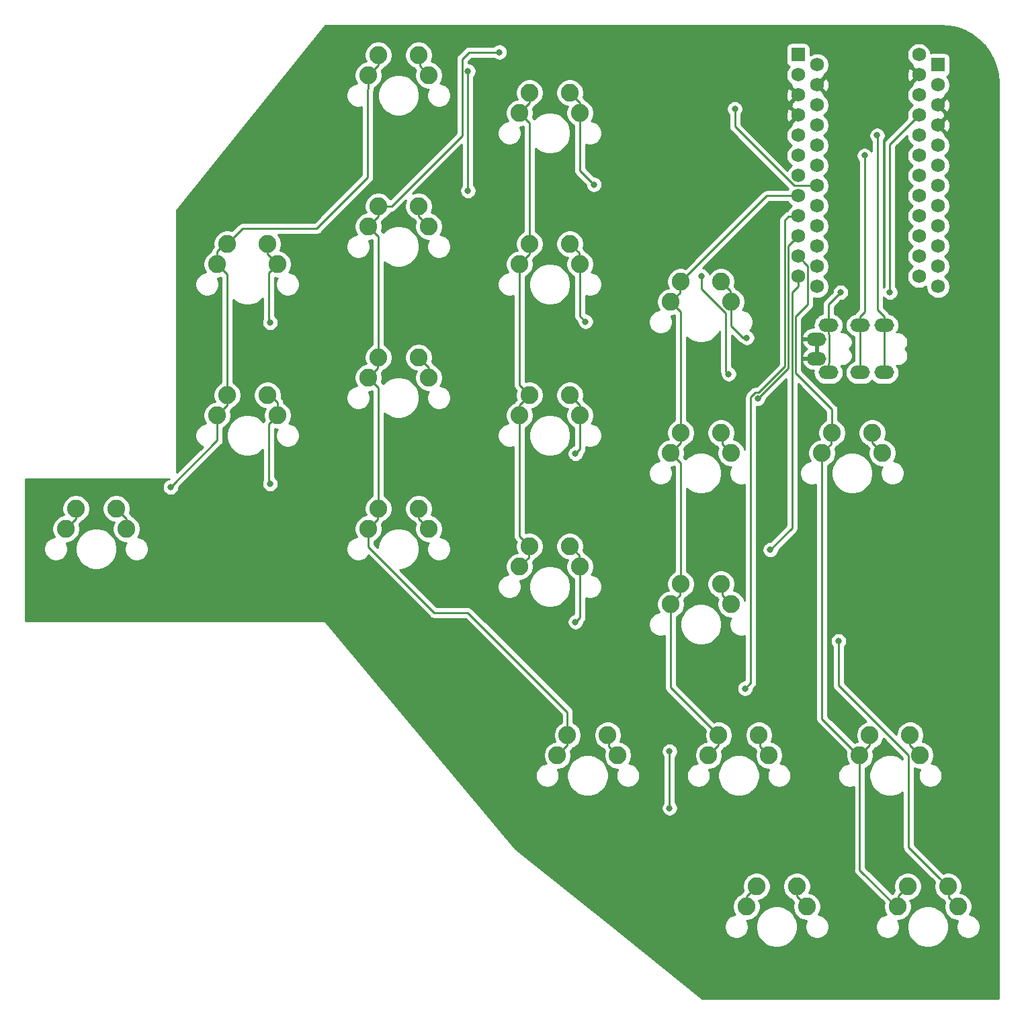
<source format=gbr>
G04 #@! TF.GenerationSoftware,KiCad,Pcbnew,(5.1.4-0)*
G04 #@! TF.CreationDate,2021-02-04T00:36:41-05:00*
G04 #@! TF.ProjectId,mxnatee,6d786e61-7465-4652-9e6b-696361645f70,rev?*
G04 #@! TF.SameCoordinates,Original*
G04 #@! TF.FileFunction,Copper,L1,Top*
G04 #@! TF.FilePolarity,Positive*
%FSLAX46Y46*%
G04 Gerber Fmt 4.6, Leading zero omitted, Abs format (unit mm)*
G04 Created by KiCad (PCBNEW (5.1.4-0)) date 2021-02-04 00:36:41*
%MOMM*%
%LPD*%
G04 APERTURE LIST*
%ADD10O,2.500000X1.700000*%
%ADD11C,1.752600*%
%ADD12R,1.752600X1.752600*%
%ADD13C,2.250000*%
%ADD14C,0.800000*%
%ADD15C,0.250000*%
%ADD16C,0.254000*%
G04 APERTURE END LIST*
D10*
X119240000Y-62190000D03*
X117740000Y-66390000D03*
X126240000Y-62190000D03*
X123240000Y-62190000D03*
X126240000Y-68140000D03*
X123240000Y-68140000D03*
X119240000Y-68140000D03*
X117740000Y-63940000D03*
D11*
X133064250Y-42068750D03*
D12*
X133064250Y-29368750D03*
D11*
X117824250Y-54768750D03*
X133064250Y-54768750D03*
X133064250Y-39528750D03*
X117824250Y-57308750D03*
X117824250Y-49688750D03*
X117824250Y-47148750D03*
X133064250Y-47148750D03*
X133064250Y-49688750D03*
X117824250Y-52228750D03*
X133064250Y-36988750D03*
X133064250Y-44608750D03*
X133064250Y-52228750D03*
X133064250Y-34448750D03*
X133064250Y-57308750D03*
X117824250Y-29368750D03*
X117824250Y-36988750D03*
X117824250Y-34448750D03*
X117824250Y-31908750D03*
X117824250Y-44608750D03*
X117824250Y-42068750D03*
X117824250Y-39528750D03*
X133064250Y-31908750D03*
X130651250Y-28098750D03*
X115411250Y-56038750D03*
X130651250Y-30638750D03*
X130651250Y-33178750D03*
X130651250Y-35718750D03*
X130651250Y-38258750D03*
X130651250Y-40798750D03*
X130651250Y-43338750D03*
X130651250Y-45878750D03*
X130651250Y-48418750D03*
X130651250Y-50958750D03*
X130651250Y-53498750D03*
X130651250Y-56038750D03*
X115411250Y-53498750D03*
X115411250Y-50958750D03*
X115411250Y-48418750D03*
X115411250Y-45878750D03*
X115411250Y-43338750D03*
X115411250Y-40798750D03*
X115411250Y-38258750D03*
X115411250Y-35718750D03*
X115411250Y-33178750D03*
X115411250Y-30638750D03*
D12*
X115411250Y-28098750D03*
D13*
X110172500Y-132905500D03*
X116522500Y-135445500D03*
X115252500Y-132905500D03*
X108902500Y-135445500D03*
X105410000Y-113855500D03*
X111760000Y-116395500D03*
X110490000Y-113855500D03*
X104140000Y-116395500D03*
X81597500Y-90043000D03*
X87947500Y-92583000D03*
X86677500Y-90043000D03*
X80327500Y-92583000D03*
X86360000Y-113855500D03*
X92710000Y-116395500D03*
X91440000Y-113855500D03*
X85090000Y-116395500D03*
X24447500Y-85280500D03*
X30797500Y-87820500D03*
X29527500Y-85280500D03*
X23177500Y-87820500D03*
X129222500Y-132905500D03*
X135572500Y-135445500D03*
X134302500Y-132905500D03*
X127952500Y-135445500D03*
X100647500Y-94805500D03*
X106997500Y-97345500D03*
X105727500Y-94805500D03*
X99377500Y-97345500D03*
X81597500Y-70993000D03*
X87947500Y-73533000D03*
X86677500Y-70993000D03*
X80327500Y-73533000D03*
X62547500Y-85280500D03*
X68897500Y-87820500D03*
X67627500Y-85280500D03*
X61277500Y-87820500D03*
X43497500Y-70993000D03*
X49847500Y-73533000D03*
X48577500Y-70993000D03*
X42227500Y-73533000D03*
X124460000Y-113855500D03*
X130810000Y-116395500D03*
X129540000Y-113855500D03*
X123190000Y-116395500D03*
X100647500Y-75755500D03*
X106997500Y-78295500D03*
X105727500Y-75755500D03*
X99377500Y-78295500D03*
X81597500Y-51943000D03*
X87947500Y-54483000D03*
X86677500Y-51943000D03*
X80327500Y-54483000D03*
X62547500Y-66230500D03*
X68897500Y-68770500D03*
X67627500Y-66230500D03*
X61277500Y-68770500D03*
X43497500Y-51943000D03*
X49847500Y-54483000D03*
X48577500Y-51943000D03*
X42227500Y-54483000D03*
X119697500Y-75755500D03*
X126047500Y-78295500D03*
X124777500Y-75755500D03*
X118427500Y-78295500D03*
X100647500Y-56705500D03*
X106997500Y-59245500D03*
X105727500Y-56705500D03*
X99377500Y-59245500D03*
X81597500Y-32893000D03*
X87947500Y-35433000D03*
X86677500Y-32893000D03*
X80327500Y-35433000D03*
X62547500Y-47180500D03*
X68897500Y-49720500D03*
X67627500Y-47180500D03*
X61277500Y-49720500D03*
X62547500Y-28130500D03*
X68897500Y-30670500D03*
X67627500Y-28130500D03*
X61277500Y-30670500D03*
D14*
X73818750Y-30162500D03*
X73818750Y-45243750D03*
X103251000Y-56007000D03*
X106680000Y-68326000D03*
X107447176Y-34925000D03*
X89693750Y-44450000D03*
X108966000Y-63754000D03*
X110331250Y-71437500D03*
X48895000Y-61849000D03*
X88646000Y-61722000D03*
X111918750Y-90487500D03*
X48895000Y-82169000D03*
X87376000Y-78359000D03*
X120523000Y-101981000D03*
X99218750Y-115887500D03*
X108743750Y-107950000D03*
X99218750Y-123031250D03*
X87376000Y-99568000D03*
X36352751Y-82580751D03*
X77787500Y-27781250D03*
X123793250Y-40798750D03*
X127000000Y-58039000D03*
X120777000Y-58039000D03*
X125380750Y-38258750D03*
D15*
X73818750Y-45243750D02*
X73818750Y-30162500D01*
X106301499Y-67947499D02*
X106680000Y-68326000D01*
X106301499Y-60695501D02*
X106301499Y-67947499D01*
X103251000Y-57645002D02*
X106301499Y-60695501D01*
X103251000Y-56007000D02*
X103251000Y-57645002D01*
X129889250Y-43338750D02*
X130651250Y-43338750D01*
X114903324Y-44608750D02*
X116584975Y-44608750D01*
X116584975Y-44608750D02*
X117824250Y-44608750D01*
X107447176Y-37152602D02*
X114903324Y-44608750D01*
X107447176Y-34925000D02*
X107447176Y-37152602D01*
X67772501Y-28275501D02*
X67627500Y-28130500D01*
X67772501Y-29545501D02*
X67772501Y-28275501D01*
X68897500Y-30670500D02*
X67772501Y-29545501D01*
X67627500Y-48450500D02*
X67627500Y-47180500D01*
X68897500Y-49720500D02*
X67627500Y-48450500D01*
X87947500Y-34163000D02*
X87947500Y-35433000D01*
X86677500Y-32893000D02*
X87947500Y-34163000D01*
X87947500Y-42703750D02*
X89693750Y-44450000D01*
X87947500Y-35433000D02*
X87947500Y-42703750D01*
X106852499Y-59100499D02*
X106997500Y-59245500D01*
X106852499Y-57830499D02*
X106852499Y-59100499D01*
X105727500Y-56705500D02*
X106852499Y-57830499D01*
X108459998Y-63754000D02*
X108966000Y-63754000D01*
X106997500Y-62291502D02*
X108459998Y-63754000D01*
X106997500Y-59245500D02*
X106997500Y-62291502D01*
X124777500Y-77025500D02*
X124777500Y-75755500D01*
X126047500Y-78295500D02*
X124777500Y-77025500D01*
X110331250Y-71437500D02*
X114193730Y-67575020D01*
X114193730Y-67575020D02*
X114193730Y-62706250D01*
X114193730Y-56462520D02*
X114209949Y-56446301D01*
X114193730Y-62706250D02*
X114193730Y-56462520D01*
X114209949Y-52160051D02*
X114209949Y-52297449D01*
X115411250Y-50958750D02*
X114209949Y-52160051D01*
X114209949Y-56446301D02*
X114209949Y-52297449D01*
X48577500Y-53213000D02*
X48577500Y-51943000D01*
X49847500Y-54483000D02*
X48577500Y-53213000D01*
X48722501Y-55607999D02*
X48722501Y-61676501D01*
X49847500Y-54483000D02*
X48722501Y-55607999D01*
X48722501Y-61676501D02*
X48895000Y-61849000D01*
X68897500Y-67500500D02*
X68897500Y-68770500D01*
X67627500Y-66230500D02*
X68897500Y-67500500D01*
X87802499Y-54337999D02*
X87947500Y-54483000D01*
X87802499Y-53067999D02*
X87802499Y-54337999D01*
X86677500Y-51943000D02*
X87802499Y-53067999D01*
X87947500Y-61023500D02*
X88646000Y-61722000D01*
X87947500Y-54483000D02*
X87947500Y-61023500D01*
X105872501Y-77170501D02*
X105872501Y-75900501D01*
X105872501Y-75900501D02*
X105727500Y-75755500D01*
X106997500Y-78295500D02*
X105872501Y-77170501D01*
X129540000Y-115125500D02*
X129540000Y-113855500D01*
X130810000Y-116395500D02*
X129540000Y-115125500D01*
X115003699Y-56446301D02*
X115411250Y-56038750D01*
X111918750Y-90487500D02*
X114643740Y-87762510D01*
X114643740Y-58045535D02*
X114643740Y-58287490D01*
X115411250Y-57278025D02*
X114643740Y-58045535D01*
X115411250Y-56038750D02*
X115411250Y-57278025D01*
X114643740Y-87762510D02*
X114643740Y-58287490D01*
X48898490Y-70993000D02*
X48577500Y-70993000D01*
X49847500Y-71942010D02*
X48898490Y-70993000D01*
X49847500Y-73533000D02*
X49847500Y-71942010D01*
X48722501Y-74657999D02*
X48722501Y-81996501D01*
X49847500Y-73533000D02*
X48722501Y-74657999D01*
X48722501Y-81996501D02*
X48895000Y-82169000D01*
X67627500Y-86550500D02*
X67627500Y-85280500D01*
X68897500Y-87820500D02*
X67627500Y-86550500D01*
X87947500Y-72263000D02*
X87947500Y-73533000D01*
X86677500Y-70993000D02*
X87947500Y-72263000D01*
X87947500Y-77787500D02*
X87376000Y-78359000D01*
X87947500Y-73533000D02*
X87947500Y-77787500D01*
X105872501Y-94950501D02*
X105727500Y-94805500D01*
X105872501Y-96220501D02*
X105872501Y-94950501D01*
X106997500Y-97345500D02*
X105872501Y-96220501D01*
X134447501Y-133050501D02*
X134302500Y-132905500D01*
X134447501Y-134320501D02*
X134447501Y-133050501D01*
X135572500Y-135445500D02*
X134447501Y-134320501D01*
X129359999Y-127962999D02*
X133177501Y-131780501D01*
X129359999Y-116405999D02*
X129359999Y-127962999D01*
X120523000Y-107569000D02*
X129359999Y-116405999D01*
X120523000Y-101981000D02*
X120523000Y-107569000D01*
X133177501Y-131780501D02*
X134302500Y-132905500D01*
X99218750Y-123031250D02*
X99218750Y-115887500D01*
X114209949Y-48508801D02*
X115321199Y-48508801D01*
X113743720Y-48975030D02*
X114209949Y-48508801D01*
X110051998Y-70643750D02*
X110488590Y-70643750D01*
X113743720Y-67388620D02*
X113743720Y-48975030D01*
X109467501Y-71228247D02*
X110051998Y-70643750D01*
X109467501Y-107226249D02*
X109467501Y-71228247D01*
X110488590Y-70643750D02*
X113743720Y-67388620D01*
X115321199Y-48508801D02*
X115411250Y-48418750D01*
X108743750Y-107950000D02*
X109467501Y-107226249D01*
X30797500Y-86550500D02*
X30797500Y-87820500D01*
X29527500Y-85280500D02*
X30797500Y-86550500D01*
X91585001Y-115270501D02*
X91585001Y-114000501D01*
X91585001Y-114000501D02*
X91440000Y-113855500D01*
X92710000Y-116395500D02*
X91585001Y-115270501D01*
X87802499Y-92437999D02*
X87947500Y-92583000D01*
X87802499Y-91167999D02*
X87802499Y-92437999D01*
X86677500Y-90043000D02*
X87802499Y-91167999D01*
X87947500Y-98996500D02*
X87376000Y-99568000D01*
X87947500Y-92583000D02*
X87947500Y-98996500D01*
X110635001Y-115270501D02*
X110635001Y-114000501D01*
X110635001Y-114000501D02*
X110490000Y-113855500D01*
X111760000Y-116395500D02*
X110635001Y-115270501D01*
X115252500Y-134175500D02*
X115252500Y-132905500D01*
X116522500Y-135445500D02*
X115252500Y-134175500D01*
X42227500Y-73660000D02*
X42227500Y-76706002D01*
X62547500Y-29400500D02*
X62547500Y-28130500D01*
X61277500Y-30670500D02*
X62547500Y-29400500D01*
X24447500Y-86550500D02*
X24447500Y-85280500D01*
X23177500Y-87820500D02*
X24447500Y-86550500D01*
X42227500Y-76706002D02*
X36352751Y-82580751D01*
X43497500Y-72263000D02*
X43497500Y-70993000D01*
X42227500Y-73533000D02*
X43497500Y-72263000D01*
X43497500Y-55753000D02*
X42227500Y-54483000D01*
X43497500Y-70993000D02*
X43497500Y-55753000D01*
X43176510Y-51943000D02*
X43497500Y-51943000D01*
X42227500Y-52892010D02*
X43176510Y-51943000D01*
X42227500Y-54483000D02*
X42227500Y-52892010D01*
X61277500Y-32388490D02*
X61277500Y-30797500D01*
X61207501Y-32458489D02*
X61277500Y-32388490D01*
X43497500Y-51943000D02*
X45434250Y-50006250D01*
X54768750Y-50006250D02*
X61207501Y-43567499D01*
X61207501Y-43567499D02*
X61207501Y-32458489D01*
X45434250Y-50006250D02*
X54768750Y-50006250D01*
X62547500Y-48450500D02*
X62547500Y-47180500D01*
X61277500Y-49720500D02*
X62547500Y-48450500D01*
X62402499Y-66375501D02*
X62547500Y-66230500D01*
X62402499Y-67645501D02*
X62402499Y-66375501D01*
X61277500Y-68770500D02*
X62402499Y-67645501D01*
X62547500Y-50990500D02*
X61277500Y-49720500D01*
X62547500Y-66230500D02*
X62547500Y-50990500D01*
X62402499Y-85425501D02*
X62547500Y-85280500D01*
X62402499Y-86695501D02*
X62402499Y-85425501D01*
X61277500Y-87820500D02*
X62402499Y-86695501D01*
X62547500Y-70040500D02*
X61277500Y-68770500D01*
X62547500Y-85280500D02*
X62547500Y-70040500D01*
X86360000Y-115125500D02*
X86360000Y-113855500D01*
X85090000Y-116395500D02*
X86360000Y-115125500D01*
X61277500Y-90109474D02*
X61277500Y-87947500D01*
X69593026Y-98425000D02*
X61277500Y-90109474D01*
X86360000Y-110966250D02*
X73818750Y-98425000D01*
X73818750Y-98425000D02*
X69593026Y-98425000D01*
X86360000Y-113855500D02*
X86360000Y-110966250D01*
X73947748Y-27781250D02*
X77787500Y-27781250D01*
X73093749Y-28635249D02*
X73947748Y-27781250D01*
X73093749Y-38285251D02*
X73093749Y-28635249D01*
X64198500Y-47180500D02*
X73093749Y-38285251D01*
X62547500Y-47180500D02*
X64198500Y-47180500D01*
X81597500Y-34163000D02*
X81597500Y-32893000D01*
X80327500Y-35433000D02*
X81597500Y-34163000D01*
X81597500Y-53213000D02*
X81597500Y-51943000D01*
X80327500Y-54483000D02*
X81597500Y-53213000D01*
X81597500Y-36703000D02*
X80327500Y-35433000D01*
X81597500Y-51943000D02*
X81597500Y-36703000D01*
X80327500Y-69723000D02*
X81597500Y-70993000D01*
X80327500Y-54483000D02*
X80327500Y-69723000D01*
X80327500Y-72263000D02*
X80327500Y-73533000D01*
X81597500Y-70993000D02*
X80327500Y-72263000D01*
X80327500Y-88773000D02*
X81597500Y-90043000D01*
X80327500Y-73533000D02*
X80327500Y-88773000D01*
X81452499Y-90188001D02*
X81597500Y-90043000D01*
X81452499Y-91458001D02*
X81452499Y-90188001D01*
X80327500Y-92583000D02*
X81452499Y-91458001D01*
X115162449Y-46127551D02*
X115411250Y-45878750D01*
X100502499Y-56850501D02*
X100647500Y-56705500D01*
X100502499Y-58120501D02*
X100502499Y-56850501D01*
X99377500Y-59245500D02*
X100502499Y-58120501D01*
X111474250Y-45878750D02*
X115411250Y-45878750D01*
X100647500Y-56705500D02*
X111474250Y-45878750D01*
X100647500Y-77025500D02*
X100647500Y-75755500D01*
X99377500Y-78295500D02*
X100647500Y-77025500D01*
X100647500Y-60515500D02*
X99377500Y-59245500D01*
X100647500Y-75755500D02*
X100647500Y-60515500D01*
X100647500Y-79565500D02*
X99377500Y-78295500D01*
X100647500Y-94805500D02*
X100647500Y-79565500D01*
X100502499Y-94950501D02*
X100647500Y-94805500D01*
X100502499Y-96220501D02*
X100502499Y-94950501D01*
X99377500Y-97345500D02*
X100502499Y-96220501D01*
X105410000Y-115125500D02*
X105410000Y-113855500D01*
X104140000Y-116395500D02*
X105410000Y-115125500D01*
X99377500Y-107823000D02*
X99377500Y-97345500D01*
X105410000Y-113855500D02*
X99377500Y-107823000D01*
X118427500Y-111760000D02*
X123190000Y-116522500D01*
X118427500Y-78422500D02*
X118427500Y-111760000D01*
X123190000Y-130810000D02*
X127952500Y-135572500D01*
X123190000Y-116522500D02*
X123190000Y-130810000D01*
X119552499Y-75900501D02*
X119697500Y-75755500D01*
X119552499Y-77170501D02*
X119552499Y-75900501D01*
X118427500Y-78295500D02*
X119552499Y-77170501D01*
X115093750Y-68186004D02*
X115093750Y-61118750D01*
X119697500Y-72789754D02*
X115093750Y-68186004D01*
X119697500Y-75755500D02*
X119697500Y-72789754D01*
X108902500Y-134175500D02*
X108902500Y-135445500D01*
X110172500Y-132905500D02*
X108902500Y-134175500D01*
X128097501Y-135300499D02*
X127952500Y-135445500D01*
X128097501Y-134030499D02*
X128097501Y-135300499D01*
X129222500Y-132905500D02*
X128097501Y-134030499D01*
X124460000Y-115125500D02*
X124460000Y-113855500D01*
X123190000Y-116395500D02*
X124460000Y-115125500D01*
X116287549Y-54375049D02*
X115411250Y-53498750D01*
X116612551Y-54700051D02*
X116287549Y-54375049D01*
X116612551Y-59599949D02*
X116612551Y-54700051D01*
X115093750Y-61118750D02*
X116612551Y-59599949D01*
X123825000Y-40830500D02*
X123793250Y-40798750D01*
X123825000Y-60071000D02*
X123825000Y-40830500D01*
X123240000Y-68140000D02*
X123240000Y-62190000D01*
X123825000Y-60505000D02*
X123825000Y-60452000D01*
X123240000Y-61090000D02*
X123825000Y-60505000D01*
X123240000Y-62190000D02*
X123240000Y-61090000D01*
X123825000Y-60452000D02*
X123825000Y-60071000D01*
X127000000Y-39370000D02*
X127000000Y-58039000D01*
X130651250Y-35718750D02*
X127000000Y-39370000D01*
X119240000Y-63290000D02*
X119240000Y-62190000D01*
X119315010Y-66964990D02*
X119315010Y-63365010D01*
X119315010Y-63365010D02*
X119240000Y-63290000D01*
X119240000Y-67040000D02*
X119315010Y-66964990D01*
X119240000Y-68140000D02*
X119240000Y-67040000D01*
X119240000Y-59576000D02*
X120777000Y-58039000D01*
X119240000Y-62190000D02*
X119240000Y-59576000D01*
X125412500Y-38290500D02*
X125380750Y-38258750D01*
X126240000Y-67040000D02*
X126240000Y-62190000D01*
X126240000Y-68140000D02*
X126240000Y-67040000D01*
X125412500Y-60262500D02*
X125412500Y-60134500D01*
X126240000Y-61090000D02*
X125412500Y-60262500D01*
X126240000Y-62190000D02*
X126240000Y-61090000D01*
X125412500Y-60134500D02*
X125412500Y-38290500D01*
D16*
G36*
X134384125Y-24483873D02*
G01*
X135397615Y-24702071D01*
X136370246Y-25060894D01*
X137282619Y-25553183D01*
X138116527Y-26169117D01*
X138855325Y-26896401D01*
X139484277Y-27720525D01*
X139990840Y-28625057D01*
X140364897Y-29591937D01*
X140598989Y-30601879D01*
X140690237Y-31655430D01*
X140691001Y-31752764D01*
X140691000Y-147041000D01*
X103355998Y-147041000D01*
X91881402Y-137836778D01*
X106122500Y-137836778D01*
X106122500Y-138134222D01*
X106180529Y-138425951D01*
X106294356Y-138700753D01*
X106459607Y-138948069D01*
X106669931Y-139158393D01*
X106917247Y-139323644D01*
X107192049Y-139437471D01*
X107483778Y-139495500D01*
X107781222Y-139495500D01*
X108072951Y-139437471D01*
X108347753Y-139323644D01*
X108595069Y-139158393D01*
X108805393Y-138948069D01*
X108970644Y-138700753D01*
X109084471Y-138425951D01*
X109142500Y-138134222D01*
X109142500Y-137836778D01*
X109120580Y-137726576D01*
X110083600Y-137726576D01*
X110083600Y-138244424D01*
X110184627Y-138752322D01*
X110382799Y-139230751D01*
X110670500Y-139661326D01*
X111036674Y-140027500D01*
X111467249Y-140315201D01*
X111945678Y-140513373D01*
X112453576Y-140614400D01*
X112971424Y-140614400D01*
X113479322Y-140513373D01*
X113957751Y-140315201D01*
X114388326Y-140027500D01*
X114754500Y-139661326D01*
X115042201Y-139230751D01*
X115240373Y-138752322D01*
X115341400Y-138244424D01*
X115341400Y-137726576D01*
X115240373Y-137218678D01*
X115042201Y-136740249D01*
X114754500Y-136309674D01*
X114388326Y-135943500D01*
X113957751Y-135655799D01*
X113479322Y-135457627D01*
X112971424Y-135356600D01*
X112453576Y-135356600D01*
X111945678Y-135457627D01*
X111467249Y-135655799D01*
X111036674Y-135943500D01*
X110670500Y-136309674D01*
X110382799Y-136740249D01*
X110184627Y-137218678D01*
X110083600Y-137726576D01*
X109120580Y-137726576D01*
X109084471Y-137545049D01*
X108970644Y-137270247D01*
X108927382Y-137205500D01*
X109075845Y-137205500D01*
X109415873Y-137137864D01*
X109736173Y-137005192D01*
X110024435Y-136812581D01*
X110269581Y-136567435D01*
X110462192Y-136279173D01*
X110594864Y-135958873D01*
X110662500Y-135618845D01*
X110662500Y-135272155D01*
X110594864Y-134932127D01*
X110473875Y-134640033D01*
X110685873Y-134597864D01*
X111006173Y-134465192D01*
X111294435Y-134272581D01*
X111539581Y-134027435D01*
X111732192Y-133739173D01*
X111864864Y-133418873D01*
X111932500Y-133078845D01*
X111932500Y-132732155D01*
X113492500Y-132732155D01*
X113492500Y-133078845D01*
X113560136Y-133418873D01*
X113692808Y-133739173D01*
X113885419Y-134027435D01*
X114130565Y-134272581D01*
X114418827Y-134465192D01*
X114581635Y-134532629D01*
X114617526Y-134599776D01*
X114657371Y-134648326D01*
X114712499Y-134715501D01*
X114741503Y-134739304D01*
X114860652Y-134858454D01*
X114830136Y-134932127D01*
X114762500Y-135272155D01*
X114762500Y-135618845D01*
X114830136Y-135958873D01*
X114962808Y-136279173D01*
X115155419Y-136567435D01*
X115400565Y-136812581D01*
X115688827Y-137005192D01*
X116009127Y-137137864D01*
X116349155Y-137205500D01*
X116497618Y-137205500D01*
X116454356Y-137270247D01*
X116340529Y-137545049D01*
X116282500Y-137836778D01*
X116282500Y-138134222D01*
X116340529Y-138425951D01*
X116454356Y-138700753D01*
X116619607Y-138948069D01*
X116829931Y-139158393D01*
X117077247Y-139323644D01*
X117352049Y-139437471D01*
X117643778Y-139495500D01*
X117941222Y-139495500D01*
X118232951Y-139437471D01*
X118507753Y-139323644D01*
X118755069Y-139158393D01*
X118965393Y-138948069D01*
X119130644Y-138700753D01*
X119244471Y-138425951D01*
X119302500Y-138134222D01*
X119302500Y-137836778D01*
X119244471Y-137545049D01*
X119130644Y-137270247D01*
X118965393Y-137022931D01*
X118755069Y-136812607D01*
X118507753Y-136647356D01*
X118232951Y-136533529D01*
X117949862Y-136477219D01*
X118082192Y-136279173D01*
X118214864Y-135958873D01*
X118282500Y-135618845D01*
X118282500Y-135272155D01*
X118214864Y-134932127D01*
X118082192Y-134611827D01*
X117889581Y-134323565D01*
X117644435Y-134078419D01*
X117356173Y-133885808D01*
X117035873Y-133753136D01*
X116823875Y-133710967D01*
X116944864Y-133418873D01*
X117012500Y-133078845D01*
X117012500Y-132732155D01*
X116944864Y-132392127D01*
X116812192Y-132071827D01*
X116619581Y-131783565D01*
X116374435Y-131538419D01*
X116086173Y-131345808D01*
X115765873Y-131213136D01*
X115425845Y-131145500D01*
X115079155Y-131145500D01*
X114739127Y-131213136D01*
X114418827Y-131345808D01*
X114130565Y-131538419D01*
X113885419Y-131783565D01*
X113692808Y-132071827D01*
X113560136Y-132392127D01*
X113492500Y-132732155D01*
X111932500Y-132732155D01*
X111864864Y-132392127D01*
X111732192Y-132071827D01*
X111539581Y-131783565D01*
X111294435Y-131538419D01*
X111006173Y-131345808D01*
X110685873Y-131213136D01*
X110345845Y-131145500D01*
X109999155Y-131145500D01*
X109659127Y-131213136D01*
X109338827Y-131345808D01*
X109050565Y-131538419D01*
X108805419Y-131783565D01*
X108612808Y-132071827D01*
X108480136Y-132392127D01*
X108412500Y-132732155D01*
X108412500Y-133078845D01*
X108480136Y-133418873D01*
X108510652Y-133492546D01*
X108391503Y-133611696D01*
X108362499Y-133635499D01*
X108307371Y-133702674D01*
X108267526Y-133751224D01*
X108264949Y-133756046D01*
X108231635Y-133818371D01*
X108068827Y-133885808D01*
X107780565Y-134078419D01*
X107535419Y-134323565D01*
X107342808Y-134611827D01*
X107210136Y-134932127D01*
X107142500Y-135272155D01*
X107142500Y-135618845D01*
X107210136Y-135958873D01*
X107342808Y-136279173D01*
X107475138Y-136477219D01*
X107192049Y-136533529D01*
X106917247Y-136647356D01*
X106669931Y-136812607D01*
X106459607Y-137022931D01*
X106294356Y-137270247D01*
X106180529Y-137545049D01*
X106122500Y-137836778D01*
X91881402Y-137836778D01*
X79839289Y-128177330D01*
X56007324Y-99655031D01*
X55967948Y-99607052D01*
X55940505Y-99584530D01*
X55915184Y-99559652D01*
X55890382Y-99543395D01*
X55867450Y-99524575D01*
X55836131Y-99507835D01*
X55806452Y-99488381D01*
X55778959Y-99477276D01*
X55752793Y-99463290D01*
X55718819Y-99452984D01*
X55685907Y-99439690D01*
X55656770Y-99434161D01*
X55628383Y-99425550D01*
X55593048Y-99422070D01*
X55558177Y-99415453D01*
X55496179Y-99416000D01*
X18059000Y-99416000D01*
X18059000Y-90211778D01*
X20397500Y-90211778D01*
X20397500Y-90509222D01*
X20455529Y-90800951D01*
X20569356Y-91075753D01*
X20734607Y-91323069D01*
X20944931Y-91533393D01*
X21192247Y-91698644D01*
X21467049Y-91812471D01*
X21758778Y-91870500D01*
X22056222Y-91870500D01*
X22347951Y-91812471D01*
X22622753Y-91698644D01*
X22870069Y-91533393D01*
X23080393Y-91323069D01*
X23245644Y-91075753D01*
X23359471Y-90800951D01*
X23417500Y-90509222D01*
X23417500Y-90211778D01*
X23395580Y-90101576D01*
X24358600Y-90101576D01*
X24358600Y-90619424D01*
X24459627Y-91127322D01*
X24657799Y-91605751D01*
X24945500Y-92036326D01*
X25311674Y-92402500D01*
X25742249Y-92690201D01*
X26220678Y-92888373D01*
X26728576Y-92989400D01*
X27246424Y-92989400D01*
X27754322Y-92888373D01*
X28232751Y-92690201D01*
X28663326Y-92402500D01*
X29029500Y-92036326D01*
X29317201Y-91605751D01*
X29515373Y-91127322D01*
X29616400Y-90619424D01*
X29616400Y-90101576D01*
X29515373Y-89593678D01*
X29317201Y-89115249D01*
X29029500Y-88684674D01*
X28663326Y-88318500D01*
X28232751Y-88030799D01*
X27754322Y-87832627D01*
X27246424Y-87731600D01*
X26728576Y-87731600D01*
X26220678Y-87832627D01*
X25742249Y-88030799D01*
X25311674Y-88318500D01*
X24945500Y-88684674D01*
X24657799Y-89115249D01*
X24459627Y-89593678D01*
X24358600Y-90101576D01*
X23395580Y-90101576D01*
X23359471Y-89920049D01*
X23245644Y-89645247D01*
X23202382Y-89580500D01*
X23350845Y-89580500D01*
X23690873Y-89512864D01*
X24011173Y-89380192D01*
X24299435Y-89187581D01*
X24544581Y-88942435D01*
X24737192Y-88654173D01*
X24869864Y-88333873D01*
X24937500Y-87993845D01*
X24937500Y-87647155D01*
X24869864Y-87307127D01*
X24839348Y-87233454D01*
X24958504Y-87114298D01*
X24987501Y-87090501D01*
X25082474Y-86974776D01*
X25118365Y-86907629D01*
X25281173Y-86840192D01*
X25569435Y-86647581D01*
X25814581Y-86402435D01*
X26007192Y-86114173D01*
X26139864Y-85793873D01*
X26207500Y-85453845D01*
X26207500Y-85107155D01*
X27767500Y-85107155D01*
X27767500Y-85453845D01*
X27835136Y-85793873D01*
X27967808Y-86114173D01*
X28160419Y-86402435D01*
X28405565Y-86647581D01*
X28693827Y-86840192D01*
X29014127Y-86972864D01*
X29226125Y-87015033D01*
X29105136Y-87307127D01*
X29037500Y-87647155D01*
X29037500Y-87993845D01*
X29105136Y-88333873D01*
X29237808Y-88654173D01*
X29430419Y-88942435D01*
X29675565Y-89187581D01*
X29963827Y-89380192D01*
X30284127Y-89512864D01*
X30624155Y-89580500D01*
X30772618Y-89580500D01*
X30729356Y-89645247D01*
X30615529Y-89920049D01*
X30557500Y-90211778D01*
X30557500Y-90509222D01*
X30615529Y-90800951D01*
X30729356Y-91075753D01*
X30894607Y-91323069D01*
X31104931Y-91533393D01*
X31352247Y-91698644D01*
X31627049Y-91812471D01*
X31918778Y-91870500D01*
X32216222Y-91870500D01*
X32507951Y-91812471D01*
X32782753Y-91698644D01*
X33030069Y-91533393D01*
X33240393Y-91323069D01*
X33405644Y-91075753D01*
X33519471Y-90800951D01*
X33577500Y-90509222D01*
X33577500Y-90211778D01*
X33519471Y-89920049D01*
X33405644Y-89645247D01*
X33240393Y-89397931D01*
X33030069Y-89187607D01*
X32782753Y-89022356D01*
X32507951Y-88908529D01*
X32224862Y-88852219D01*
X32357192Y-88654173D01*
X32489864Y-88333873D01*
X32557500Y-87993845D01*
X32557500Y-87647155D01*
X32489864Y-87307127D01*
X32357192Y-86986827D01*
X32164581Y-86698565D01*
X31919435Y-86453419D01*
X31631173Y-86260808D01*
X31468365Y-86193371D01*
X31432474Y-86126224D01*
X31337501Y-86010499D01*
X31308503Y-85986701D01*
X31189348Y-85867546D01*
X31219864Y-85793873D01*
X31287500Y-85453845D01*
X31287500Y-85107155D01*
X31219864Y-84767127D01*
X31087192Y-84446827D01*
X30894581Y-84158565D01*
X30649435Y-83913419D01*
X30361173Y-83720808D01*
X30040873Y-83588136D01*
X29700845Y-83520500D01*
X29354155Y-83520500D01*
X29014127Y-83588136D01*
X28693827Y-83720808D01*
X28405565Y-83913419D01*
X28160419Y-84158565D01*
X27967808Y-84446827D01*
X27835136Y-84767127D01*
X27767500Y-85107155D01*
X26207500Y-85107155D01*
X26139864Y-84767127D01*
X26007192Y-84446827D01*
X25814581Y-84158565D01*
X25569435Y-83913419D01*
X25281173Y-83720808D01*
X24960873Y-83588136D01*
X24620845Y-83520500D01*
X24274155Y-83520500D01*
X23934127Y-83588136D01*
X23613827Y-83720808D01*
X23325565Y-83913419D01*
X23080419Y-84158565D01*
X22887808Y-84446827D01*
X22755136Y-84767127D01*
X22687500Y-85107155D01*
X22687500Y-85453845D01*
X22755136Y-85793873D01*
X22876125Y-86085967D01*
X22664127Y-86128136D01*
X22343827Y-86260808D01*
X22055565Y-86453419D01*
X21810419Y-86698565D01*
X21617808Y-86986827D01*
X21485136Y-87307127D01*
X21417500Y-87647155D01*
X21417500Y-87993845D01*
X21485136Y-88333873D01*
X21617808Y-88654173D01*
X21750138Y-88852219D01*
X21467049Y-88908529D01*
X21192247Y-89022356D01*
X20944931Y-89187607D01*
X20734607Y-89397931D01*
X20569356Y-89645247D01*
X20455529Y-89920049D01*
X20397500Y-90211778D01*
X18059000Y-90211778D01*
X18059000Y-81559000D01*
X36184204Y-81559000D01*
X36050853Y-81585525D01*
X35862495Y-81663546D01*
X35692977Y-81776814D01*
X35548814Y-81920977D01*
X35435546Y-82090495D01*
X35357525Y-82278853D01*
X35317751Y-82478812D01*
X35317751Y-82682690D01*
X35357525Y-82882649D01*
X35435546Y-83071007D01*
X35548814Y-83240525D01*
X35692977Y-83384688D01*
X35862495Y-83497956D01*
X36050853Y-83575977D01*
X36250812Y-83615751D01*
X36454690Y-83615751D01*
X36654649Y-83575977D01*
X36843007Y-83497956D01*
X37012525Y-83384688D01*
X37156688Y-83240525D01*
X37269956Y-83071007D01*
X37347977Y-82882649D01*
X37387751Y-82682690D01*
X37387751Y-82620552D01*
X42738503Y-77269801D01*
X42767501Y-77246003D01*
X42862474Y-77130278D01*
X42933046Y-76998249D01*
X42976503Y-76854988D01*
X42987500Y-76743335D01*
X42987500Y-76743327D01*
X42991176Y-76706002D01*
X42987500Y-76668677D01*
X42987500Y-75814076D01*
X43408600Y-75814076D01*
X43408600Y-76331924D01*
X43509627Y-76839822D01*
X43707799Y-77318251D01*
X43995500Y-77748826D01*
X44361674Y-78115000D01*
X44792249Y-78402701D01*
X45270678Y-78600873D01*
X45778576Y-78701900D01*
X46296424Y-78701900D01*
X46804322Y-78600873D01*
X47282751Y-78402701D01*
X47713326Y-78115000D01*
X47962501Y-77865825D01*
X47962502Y-81715664D01*
X47899774Y-81867102D01*
X47860000Y-82067061D01*
X47860000Y-82270939D01*
X47899774Y-82470898D01*
X47977795Y-82659256D01*
X48091063Y-82828774D01*
X48235226Y-82972937D01*
X48404744Y-83086205D01*
X48593102Y-83164226D01*
X48793061Y-83204000D01*
X48996939Y-83204000D01*
X49196898Y-83164226D01*
X49385256Y-83086205D01*
X49554774Y-82972937D01*
X49698937Y-82828774D01*
X49812205Y-82659256D01*
X49890226Y-82470898D01*
X49930000Y-82270939D01*
X49930000Y-82067061D01*
X49890226Y-81867102D01*
X49812205Y-81678744D01*
X49698937Y-81509226D01*
X49554774Y-81365063D01*
X49482501Y-81316772D01*
X49482501Y-75254878D01*
X49674155Y-75293000D01*
X49822618Y-75293000D01*
X49779356Y-75357747D01*
X49665529Y-75632549D01*
X49607500Y-75924278D01*
X49607500Y-76221722D01*
X49665529Y-76513451D01*
X49779356Y-76788253D01*
X49944607Y-77035569D01*
X50154931Y-77245893D01*
X50402247Y-77411144D01*
X50677049Y-77524971D01*
X50968778Y-77583000D01*
X51266222Y-77583000D01*
X51557951Y-77524971D01*
X51832753Y-77411144D01*
X52080069Y-77245893D01*
X52290393Y-77035569D01*
X52455644Y-76788253D01*
X52569471Y-76513451D01*
X52627500Y-76221722D01*
X52627500Y-75924278D01*
X52569471Y-75632549D01*
X52455644Y-75357747D01*
X52290393Y-75110431D01*
X52080069Y-74900107D01*
X51832753Y-74734856D01*
X51557951Y-74621029D01*
X51274862Y-74564719D01*
X51407192Y-74366673D01*
X51539864Y-74046373D01*
X51607500Y-73706345D01*
X51607500Y-73359655D01*
X51539864Y-73019627D01*
X51407192Y-72699327D01*
X51214581Y-72411065D01*
X50969435Y-72165919D01*
X50681173Y-71973308D01*
X50610958Y-71944224D01*
X50611176Y-71942010D01*
X50607500Y-71904687D01*
X50607500Y-71904677D01*
X50596503Y-71793024D01*
X50553046Y-71649763D01*
X50482474Y-71517734D01*
X50387501Y-71402009D01*
X50358503Y-71378211D01*
X50305834Y-71325542D01*
X50337500Y-71166345D01*
X50337500Y-70819655D01*
X50269864Y-70479627D01*
X50137192Y-70159327D01*
X49944581Y-69871065D01*
X49699435Y-69625919D01*
X49411173Y-69433308D01*
X49090873Y-69300636D01*
X48750845Y-69233000D01*
X48404155Y-69233000D01*
X48064127Y-69300636D01*
X47743827Y-69433308D01*
X47455565Y-69625919D01*
X47210419Y-69871065D01*
X47017808Y-70159327D01*
X46885136Y-70479627D01*
X46817500Y-70819655D01*
X46817500Y-71166345D01*
X46885136Y-71506373D01*
X47017808Y-71826673D01*
X47210419Y-72114935D01*
X47455565Y-72360081D01*
X47743827Y-72552692D01*
X48064127Y-72685364D01*
X48276125Y-72727533D01*
X48155136Y-73019627D01*
X48087500Y-73359655D01*
X48087500Y-73706345D01*
X48155136Y-74046373D01*
X48184219Y-74116587D01*
X48182500Y-74117998D01*
X48141486Y-74167974D01*
X48087527Y-74233723D01*
X48061721Y-74282002D01*
X48027796Y-74345470D01*
X47713326Y-74031000D01*
X47282751Y-73743299D01*
X46804322Y-73545127D01*
X46296424Y-73444100D01*
X45778576Y-73444100D01*
X45270678Y-73545127D01*
X44792249Y-73743299D01*
X44361674Y-74031000D01*
X43995500Y-74397174D01*
X43707799Y-74827749D01*
X43509627Y-75306178D01*
X43408600Y-75814076D01*
X42987500Y-75814076D01*
X42987500Y-75123208D01*
X43061173Y-75092692D01*
X43349435Y-74900081D01*
X43594581Y-74654935D01*
X43787192Y-74366673D01*
X43919864Y-74046373D01*
X43987500Y-73706345D01*
X43987500Y-73359655D01*
X43919864Y-73019627D01*
X43889348Y-72945954D01*
X44008504Y-72826798D01*
X44037501Y-72803001D01*
X44132474Y-72687276D01*
X44168365Y-72620129D01*
X44331173Y-72552692D01*
X44619435Y-72360081D01*
X44864581Y-72114935D01*
X45057192Y-71826673D01*
X45189864Y-71506373D01*
X45257500Y-71166345D01*
X45257500Y-70819655D01*
X45189864Y-70479627D01*
X45057192Y-70159327D01*
X44864581Y-69871065D01*
X44619435Y-69625919D01*
X44331173Y-69433308D01*
X44257500Y-69402792D01*
X44257500Y-58960826D01*
X44361674Y-59065000D01*
X44792249Y-59352701D01*
X45270678Y-59550873D01*
X45778576Y-59651900D01*
X46296424Y-59651900D01*
X46804322Y-59550873D01*
X47282751Y-59352701D01*
X47713326Y-59065000D01*
X47962502Y-58815824D01*
X47962502Y-61395664D01*
X47899774Y-61547102D01*
X47860000Y-61747061D01*
X47860000Y-61950939D01*
X47899774Y-62150898D01*
X47977795Y-62339256D01*
X48091063Y-62508774D01*
X48235226Y-62652937D01*
X48404744Y-62766205D01*
X48593102Y-62844226D01*
X48793061Y-62884000D01*
X48996939Y-62884000D01*
X49196898Y-62844226D01*
X49385256Y-62766205D01*
X49554774Y-62652937D01*
X49698937Y-62508774D01*
X49812205Y-62339256D01*
X49890226Y-62150898D01*
X49930000Y-61950939D01*
X49930000Y-61747061D01*
X49890226Y-61547102D01*
X49812205Y-61358744D01*
X49698937Y-61189226D01*
X49554774Y-61045063D01*
X49482501Y-60996772D01*
X49482501Y-56204878D01*
X49674155Y-56243000D01*
X49822618Y-56243000D01*
X49779356Y-56307747D01*
X49665529Y-56582549D01*
X49607500Y-56874278D01*
X49607500Y-57171722D01*
X49665529Y-57463451D01*
X49779356Y-57738253D01*
X49944607Y-57985569D01*
X50154931Y-58195893D01*
X50402247Y-58361144D01*
X50677049Y-58474971D01*
X50968778Y-58533000D01*
X51266222Y-58533000D01*
X51557951Y-58474971D01*
X51832753Y-58361144D01*
X52080069Y-58195893D01*
X52290393Y-57985569D01*
X52455644Y-57738253D01*
X52569471Y-57463451D01*
X52627500Y-57171722D01*
X52627500Y-56874278D01*
X52569471Y-56582549D01*
X52455644Y-56307747D01*
X52290393Y-56060431D01*
X52080069Y-55850107D01*
X51832753Y-55684856D01*
X51557951Y-55571029D01*
X51274862Y-55514719D01*
X51407192Y-55316673D01*
X51539864Y-54996373D01*
X51607500Y-54656345D01*
X51607500Y-54309655D01*
X51539864Y-53969627D01*
X51407192Y-53649327D01*
X51214581Y-53361065D01*
X50969435Y-53115919D01*
X50681173Y-52923308D01*
X50360873Y-52790636D01*
X50148875Y-52748467D01*
X50269864Y-52456373D01*
X50337500Y-52116345D01*
X50337500Y-52111778D01*
X58497500Y-52111778D01*
X58497500Y-52409222D01*
X58555529Y-52700951D01*
X58669356Y-52975753D01*
X58834607Y-53223069D01*
X59044931Y-53433393D01*
X59292247Y-53598644D01*
X59567049Y-53712471D01*
X59858778Y-53770500D01*
X60156222Y-53770500D01*
X60447951Y-53712471D01*
X60722753Y-53598644D01*
X60970069Y-53433393D01*
X61180393Y-53223069D01*
X61345644Y-52975753D01*
X61459471Y-52700951D01*
X61517500Y-52409222D01*
X61517500Y-52111778D01*
X61459471Y-51820049D01*
X61345644Y-51545247D01*
X61302382Y-51480500D01*
X61450845Y-51480500D01*
X61787501Y-51413535D01*
X61787500Y-64640292D01*
X61713827Y-64670808D01*
X61425565Y-64863419D01*
X61180419Y-65108565D01*
X60987808Y-65396827D01*
X60855136Y-65717127D01*
X60787500Y-66057155D01*
X60787500Y-66403845D01*
X60855136Y-66743873D01*
X60976125Y-67035967D01*
X60764127Y-67078136D01*
X60443827Y-67210808D01*
X60155565Y-67403419D01*
X59910419Y-67648565D01*
X59717808Y-67936827D01*
X59585136Y-68257127D01*
X59517500Y-68597155D01*
X59517500Y-68943845D01*
X59585136Y-69283873D01*
X59717808Y-69604173D01*
X59850138Y-69802219D01*
X59567049Y-69858529D01*
X59292247Y-69972356D01*
X59044931Y-70137607D01*
X58834607Y-70347931D01*
X58669356Y-70595247D01*
X58555529Y-70870049D01*
X58497500Y-71161778D01*
X58497500Y-71459222D01*
X58555529Y-71750951D01*
X58669356Y-72025753D01*
X58834607Y-72273069D01*
X59044931Y-72483393D01*
X59292247Y-72648644D01*
X59567049Y-72762471D01*
X59858778Y-72820500D01*
X60156222Y-72820500D01*
X60447951Y-72762471D01*
X60722753Y-72648644D01*
X60970069Y-72483393D01*
X61180393Y-72273069D01*
X61345644Y-72025753D01*
X61459471Y-71750951D01*
X61517500Y-71459222D01*
X61517500Y-71161778D01*
X61459471Y-70870049D01*
X61345644Y-70595247D01*
X61302382Y-70530500D01*
X61450845Y-70530500D01*
X61787501Y-70463535D01*
X61787500Y-83690292D01*
X61713827Y-83720808D01*
X61425565Y-83913419D01*
X61180419Y-84158565D01*
X60987808Y-84446827D01*
X60855136Y-84767127D01*
X60787500Y-85107155D01*
X60787500Y-85453845D01*
X60855136Y-85793873D01*
X60976125Y-86085967D01*
X60764127Y-86128136D01*
X60443827Y-86260808D01*
X60155565Y-86453419D01*
X59910419Y-86698565D01*
X59717808Y-86986827D01*
X59585136Y-87307127D01*
X59517500Y-87647155D01*
X59517500Y-87993845D01*
X59585136Y-88333873D01*
X59717808Y-88654173D01*
X59850138Y-88852219D01*
X59567049Y-88908529D01*
X59292247Y-89022356D01*
X59044931Y-89187607D01*
X58834607Y-89397931D01*
X58669356Y-89645247D01*
X58555529Y-89920049D01*
X58497500Y-90211778D01*
X58497500Y-90509222D01*
X58555529Y-90800951D01*
X58669356Y-91075753D01*
X58834607Y-91323069D01*
X59044931Y-91533393D01*
X59292247Y-91698644D01*
X59567049Y-91812471D01*
X59858778Y-91870500D01*
X60156222Y-91870500D01*
X60447951Y-91812471D01*
X60722753Y-91698644D01*
X60970069Y-91533393D01*
X61180393Y-91323069D01*
X61274882Y-91181657D01*
X69029226Y-98936002D01*
X69053025Y-98965001D01*
X69168750Y-99059974D01*
X69300779Y-99130546D01*
X69444040Y-99174003D01*
X69555693Y-99185000D01*
X69555701Y-99185000D01*
X69593026Y-99188676D01*
X69630351Y-99185000D01*
X73503949Y-99185000D01*
X85600001Y-111281053D01*
X85600001Y-112265292D01*
X85526327Y-112295808D01*
X85238065Y-112488419D01*
X84992919Y-112733565D01*
X84800308Y-113021827D01*
X84667636Y-113342127D01*
X84600000Y-113682155D01*
X84600000Y-114028845D01*
X84667636Y-114368873D01*
X84788625Y-114660967D01*
X84576627Y-114703136D01*
X84256327Y-114835808D01*
X83968065Y-115028419D01*
X83722919Y-115273565D01*
X83530308Y-115561827D01*
X83397636Y-115882127D01*
X83330000Y-116222155D01*
X83330000Y-116568845D01*
X83397636Y-116908873D01*
X83530308Y-117229173D01*
X83662638Y-117427219D01*
X83379549Y-117483529D01*
X83104747Y-117597356D01*
X82857431Y-117762607D01*
X82647107Y-117972931D01*
X82481856Y-118220247D01*
X82368029Y-118495049D01*
X82310000Y-118786778D01*
X82310000Y-119084222D01*
X82368029Y-119375951D01*
X82481856Y-119650753D01*
X82647107Y-119898069D01*
X82857431Y-120108393D01*
X83104747Y-120273644D01*
X83379549Y-120387471D01*
X83671278Y-120445500D01*
X83968722Y-120445500D01*
X84260451Y-120387471D01*
X84535253Y-120273644D01*
X84782569Y-120108393D01*
X84992893Y-119898069D01*
X85158144Y-119650753D01*
X85271971Y-119375951D01*
X85330000Y-119084222D01*
X85330000Y-118786778D01*
X85308080Y-118676576D01*
X86271100Y-118676576D01*
X86271100Y-119194424D01*
X86372127Y-119702322D01*
X86570299Y-120180751D01*
X86858000Y-120611326D01*
X87224174Y-120977500D01*
X87654749Y-121265201D01*
X88133178Y-121463373D01*
X88641076Y-121564400D01*
X89158924Y-121564400D01*
X89666822Y-121463373D01*
X90145251Y-121265201D01*
X90575826Y-120977500D01*
X90942000Y-120611326D01*
X91229701Y-120180751D01*
X91427873Y-119702322D01*
X91528900Y-119194424D01*
X91528900Y-118676576D01*
X91427873Y-118168678D01*
X91229701Y-117690249D01*
X90942000Y-117259674D01*
X90575826Y-116893500D01*
X90145251Y-116605799D01*
X89666822Y-116407627D01*
X89158924Y-116306600D01*
X88641076Y-116306600D01*
X88133178Y-116407627D01*
X87654749Y-116605799D01*
X87224174Y-116893500D01*
X86858000Y-117259674D01*
X86570299Y-117690249D01*
X86372127Y-118168678D01*
X86271100Y-118676576D01*
X85308080Y-118676576D01*
X85271971Y-118495049D01*
X85158144Y-118220247D01*
X85114882Y-118155500D01*
X85263345Y-118155500D01*
X85603373Y-118087864D01*
X85923673Y-117955192D01*
X86211935Y-117762581D01*
X86457081Y-117517435D01*
X86649692Y-117229173D01*
X86782364Y-116908873D01*
X86850000Y-116568845D01*
X86850000Y-116222155D01*
X86782364Y-115882127D01*
X86751848Y-115808454D01*
X86871004Y-115689298D01*
X86900001Y-115665501D01*
X86994974Y-115549776D01*
X87030865Y-115482629D01*
X87193673Y-115415192D01*
X87481935Y-115222581D01*
X87727081Y-114977435D01*
X87919692Y-114689173D01*
X88052364Y-114368873D01*
X88120000Y-114028845D01*
X88120000Y-113682155D01*
X89680000Y-113682155D01*
X89680000Y-114028845D01*
X89747636Y-114368873D01*
X89880308Y-114689173D01*
X90072919Y-114977435D01*
X90318065Y-115222581D01*
X90606327Y-115415192D01*
X90867513Y-115523378D01*
X90879455Y-115562747D01*
X90950027Y-115694777D01*
X90989872Y-115743327D01*
X91045000Y-115810502D01*
X91046719Y-115811913D01*
X91017636Y-115882127D01*
X90950000Y-116222155D01*
X90950000Y-116568845D01*
X91017636Y-116908873D01*
X91150308Y-117229173D01*
X91342919Y-117517435D01*
X91588065Y-117762581D01*
X91876327Y-117955192D01*
X92196627Y-118087864D01*
X92536655Y-118155500D01*
X92685118Y-118155500D01*
X92641856Y-118220247D01*
X92528029Y-118495049D01*
X92470000Y-118786778D01*
X92470000Y-119084222D01*
X92528029Y-119375951D01*
X92641856Y-119650753D01*
X92807107Y-119898069D01*
X93017431Y-120108393D01*
X93264747Y-120273644D01*
X93539549Y-120387471D01*
X93831278Y-120445500D01*
X94128722Y-120445500D01*
X94420451Y-120387471D01*
X94695253Y-120273644D01*
X94942569Y-120108393D01*
X95152893Y-119898069D01*
X95318144Y-119650753D01*
X95431971Y-119375951D01*
X95490000Y-119084222D01*
X95490000Y-118786778D01*
X95431971Y-118495049D01*
X95318144Y-118220247D01*
X95152893Y-117972931D01*
X94942569Y-117762607D01*
X94695253Y-117597356D01*
X94420451Y-117483529D01*
X94137362Y-117427219D01*
X94269692Y-117229173D01*
X94402364Y-116908873D01*
X94470000Y-116568845D01*
X94470000Y-116222155D01*
X94402364Y-115882127D01*
X94362366Y-115785561D01*
X98183750Y-115785561D01*
X98183750Y-115989439D01*
X98223524Y-116189398D01*
X98301545Y-116377756D01*
X98414813Y-116547274D01*
X98458751Y-116591212D01*
X98458750Y-122327539D01*
X98414813Y-122371476D01*
X98301545Y-122540994D01*
X98223524Y-122729352D01*
X98183750Y-122929311D01*
X98183750Y-123133189D01*
X98223524Y-123333148D01*
X98301545Y-123521506D01*
X98414813Y-123691024D01*
X98558976Y-123835187D01*
X98728494Y-123948455D01*
X98916852Y-124026476D01*
X99116811Y-124066250D01*
X99320689Y-124066250D01*
X99520648Y-124026476D01*
X99709006Y-123948455D01*
X99878524Y-123835187D01*
X100022687Y-123691024D01*
X100135955Y-123521506D01*
X100213976Y-123333148D01*
X100253750Y-123133189D01*
X100253750Y-122929311D01*
X100213976Y-122729352D01*
X100135955Y-122540994D01*
X100022687Y-122371476D01*
X99978750Y-122327539D01*
X99978750Y-116591211D01*
X100022687Y-116547274D01*
X100135955Y-116377756D01*
X100213976Y-116189398D01*
X100253750Y-115989439D01*
X100253750Y-115785561D01*
X100213976Y-115585602D01*
X100135955Y-115397244D01*
X100022687Y-115227726D01*
X99878524Y-115083563D01*
X99709006Y-114970295D01*
X99520648Y-114892274D01*
X99320689Y-114852500D01*
X99116811Y-114852500D01*
X98916852Y-114892274D01*
X98728494Y-114970295D01*
X98558976Y-115083563D01*
X98414813Y-115227726D01*
X98301545Y-115397244D01*
X98223524Y-115585602D01*
X98183750Y-115785561D01*
X94362366Y-115785561D01*
X94269692Y-115561827D01*
X94077081Y-115273565D01*
X93831935Y-115028419D01*
X93543673Y-114835808D01*
X93223373Y-114703136D01*
X93011375Y-114660967D01*
X93132364Y-114368873D01*
X93200000Y-114028845D01*
X93200000Y-113682155D01*
X93132364Y-113342127D01*
X92999692Y-113021827D01*
X92807081Y-112733565D01*
X92561935Y-112488419D01*
X92273673Y-112295808D01*
X91953373Y-112163136D01*
X91613345Y-112095500D01*
X91266655Y-112095500D01*
X90926627Y-112163136D01*
X90606327Y-112295808D01*
X90318065Y-112488419D01*
X90072919Y-112733565D01*
X89880308Y-113021827D01*
X89747636Y-113342127D01*
X89680000Y-113682155D01*
X88120000Y-113682155D01*
X88052364Y-113342127D01*
X87919692Y-113021827D01*
X87727081Y-112733565D01*
X87481935Y-112488419D01*
X87193673Y-112295808D01*
X87120000Y-112265292D01*
X87120000Y-111003573D01*
X87123676Y-110966250D01*
X87120000Y-110928927D01*
X87120000Y-110928917D01*
X87109003Y-110817264D01*
X87065546Y-110674003D01*
X86994974Y-110541974D01*
X86900001Y-110426249D01*
X86871003Y-110402451D01*
X74382554Y-97914003D01*
X74358751Y-97884999D01*
X74243026Y-97790026D01*
X74110997Y-97719454D01*
X73967736Y-97675997D01*
X73856083Y-97665000D01*
X73856072Y-97665000D01*
X73818750Y-97661324D01*
X73781428Y-97665000D01*
X69907828Y-97665000D01*
X65232227Y-92989400D01*
X65346424Y-92989400D01*
X65854322Y-92888373D01*
X66332751Y-92690201D01*
X66763326Y-92402500D01*
X67129500Y-92036326D01*
X67417201Y-91605751D01*
X67615373Y-91127322D01*
X67716400Y-90619424D01*
X67716400Y-90101576D01*
X67615373Y-89593678D01*
X67417201Y-89115249D01*
X67129500Y-88684674D01*
X66763326Y-88318500D01*
X66332751Y-88030799D01*
X65854322Y-87832627D01*
X65346424Y-87731600D01*
X64828576Y-87731600D01*
X64320678Y-87832627D01*
X63842249Y-88030799D01*
X63411674Y-88318500D01*
X63045500Y-88684674D01*
X62757799Y-89115249D01*
X62559627Y-89593678D01*
X62458600Y-90101576D01*
X62458600Y-90215773D01*
X62037500Y-89794673D01*
X62037500Y-89410708D01*
X62111173Y-89380192D01*
X62399435Y-89187581D01*
X62644581Y-88942435D01*
X62837192Y-88654173D01*
X62969864Y-88333873D01*
X63037500Y-87993845D01*
X63037500Y-87647155D01*
X62969864Y-87307127D01*
X62940781Y-87236913D01*
X62942500Y-87235502D01*
X63037473Y-87119777D01*
X63108045Y-86987748D01*
X63119988Y-86948378D01*
X63381173Y-86840192D01*
X63669435Y-86647581D01*
X63914581Y-86402435D01*
X64107192Y-86114173D01*
X64239864Y-85793873D01*
X64307500Y-85453845D01*
X64307500Y-85107155D01*
X65867500Y-85107155D01*
X65867500Y-85453845D01*
X65935136Y-85793873D01*
X66067808Y-86114173D01*
X66260419Y-86402435D01*
X66505565Y-86647581D01*
X66793827Y-86840192D01*
X66956635Y-86907629D01*
X66992526Y-86974776D01*
X67024313Y-87013508D01*
X67087499Y-87090501D01*
X67116503Y-87114304D01*
X67235652Y-87233454D01*
X67205136Y-87307127D01*
X67137500Y-87647155D01*
X67137500Y-87993845D01*
X67205136Y-88333873D01*
X67337808Y-88654173D01*
X67530419Y-88942435D01*
X67775565Y-89187581D01*
X68063827Y-89380192D01*
X68384127Y-89512864D01*
X68724155Y-89580500D01*
X68872618Y-89580500D01*
X68829356Y-89645247D01*
X68715529Y-89920049D01*
X68657500Y-90211778D01*
X68657500Y-90509222D01*
X68715529Y-90800951D01*
X68829356Y-91075753D01*
X68994607Y-91323069D01*
X69204931Y-91533393D01*
X69452247Y-91698644D01*
X69727049Y-91812471D01*
X70018778Y-91870500D01*
X70316222Y-91870500D01*
X70607951Y-91812471D01*
X70882753Y-91698644D01*
X71130069Y-91533393D01*
X71340393Y-91323069D01*
X71505644Y-91075753D01*
X71619471Y-90800951D01*
X71677500Y-90509222D01*
X71677500Y-90211778D01*
X71619471Y-89920049D01*
X71505644Y-89645247D01*
X71340393Y-89397931D01*
X71130069Y-89187607D01*
X70882753Y-89022356D01*
X70607951Y-88908529D01*
X70324862Y-88852219D01*
X70457192Y-88654173D01*
X70589864Y-88333873D01*
X70657500Y-87993845D01*
X70657500Y-87647155D01*
X70589864Y-87307127D01*
X70457192Y-86986827D01*
X70264581Y-86698565D01*
X70019435Y-86453419D01*
X69731173Y-86260808D01*
X69410873Y-86128136D01*
X69198875Y-86085967D01*
X69319864Y-85793873D01*
X69387500Y-85453845D01*
X69387500Y-85107155D01*
X69319864Y-84767127D01*
X69187192Y-84446827D01*
X68994581Y-84158565D01*
X68749435Y-83913419D01*
X68461173Y-83720808D01*
X68140873Y-83588136D01*
X67800845Y-83520500D01*
X67454155Y-83520500D01*
X67114127Y-83588136D01*
X66793827Y-83720808D01*
X66505565Y-83913419D01*
X66260419Y-84158565D01*
X66067808Y-84446827D01*
X65935136Y-84767127D01*
X65867500Y-85107155D01*
X64307500Y-85107155D01*
X64239864Y-84767127D01*
X64107192Y-84446827D01*
X63914581Y-84158565D01*
X63669435Y-83913419D01*
X63381173Y-83720808D01*
X63307500Y-83690292D01*
X63307500Y-73248326D01*
X63411674Y-73352500D01*
X63842249Y-73640201D01*
X64320678Y-73838373D01*
X64828576Y-73939400D01*
X65346424Y-73939400D01*
X65854322Y-73838373D01*
X66332751Y-73640201D01*
X66763326Y-73352500D01*
X67129500Y-72986326D01*
X67417201Y-72555751D01*
X67615373Y-72077322D01*
X67716400Y-71569424D01*
X67716400Y-71051576D01*
X67615373Y-70543678D01*
X67417201Y-70065249D01*
X67129500Y-69634674D01*
X66763326Y-69268500D01*
X66332751Y-68980799D01*
X65854322Y-68782627D01*
X65346424Y-68681600D01*
X64828576Y-68681600D01*
X64320678Y-68782627D01*
X63842249Y-68980799D01*
X63411674Y-69268500D01*
X63129049Y-69551125D01*
X63087501Y-69500499D01*
X63058503Y-69476701D01*
X62939348Y-69357546D01*
X62969864Y-69283873D01*
X63037500Y-68943845D01*
X63037500Y-68597155D01*
X62969864Y-68257127D01*
X62940781Y-68186913D01*
X62942500Y-68185502D01*
X63037473Y-68069777D01*
X63108045Y-67937748D01*
X63119988Y-67898378D01*
X63381173Y-67790192D01*
X63669435Y-67597581D01*
X63914581Y-67352435D01*
X64107192Y-67064173D01*
X64239864Y-66743873D01*
X64307500Y-66403845D01*
X64307500Y-66057155D01*
X65867500Y-66057155D01*
X65867500Y-66403845D01*
X65935136Y-66743873D01*
X66067808Y-67064173D01*
X66260419Y-67352435D01*
X66505565Y-67597581D01*
X66793827Y-67790192D01*
X67114127Y-67922864D01*
X67326125Y-67965033D01*
X67205136Y-68257127D01*
X67137500Y-68597155D01*
X67137500Y-68943845D01*
X67205136Y-69283873D01*
X67337808Y-69604173D01*
X67530419Y-69892435D01*
X67775565Y-70137581D01*
X68063827Y-70330192D01*
X68384127Y-70462864D01*
X68724155Y-70530500D01*
X68872618Y-70530500D01*
X68829356Y-70595247D01*
X68715529Y-70870049D01*
X68657500Y-71161778D01*
X68657500Y-71459222D01*
X68715529Y-71750951D01*
X68829356Y-72025753D01*
X68994607Y-72273069D01*
X69204931Y-72483393D01*
X69452247Y-72648644D01*
X69727049Y-72762471D01*
X70018778Y-72820500D01*
X70316222Y-72820500D01*
X70607951Y-72762471D01*
X70882753Y-72648644D01*
X71130069Y-72483393D01*
X71340393Y-72273069D01*
X71505644Y-72025753D01*
X71619471Y-71750951D01*
X71677500Y-71459222D01*
X71677500Y-71161778D01*
X71619471Y-70870049D01*
X71505644Y-70595247D01*
X71340393Y-70347931D01*
X71130069Y-70137607D01*
X70882753Y-69972356D01*
X70607951Y-69858529D01*
X70324862Y-69802219D01*
X70457192Y-69604173D01*
X70589864Y-69283873D01*
X70657500Y-68943845D01*
X70657500Y-68597155D01*
X70589864Y-68257127D01*
X70457192Y-67936827D01*
X70264581Y-67648565D01*
X70019435Y-67403419D01*
X69731173Y-67210808D01*
X69568365Y-67143371D01*
X69532474Y-67076224D01*
X69437501Y-66960499D01*
X69408504Y-66936702D01*
X69289348Y-66817546D01*
X69319864Y-66743873D01*
X69387500Y-66403845D01*
X69387500Y-66057155D01*
X69319864Y-65717127D01*
X69187192Y-65396827D01*
X68994581Y-65108565D01*
X68749435Y-64863419D01*
X68461173Y-64670808D01*
X68140873Y-64538136D01*
X67800845Y-64470500D01*
X67454155Y-64470500D01*
X67114127Y-64538136D01*
X66793827Y-64670808D01*
X66505565Y-64863419D01*
X66260419Y-65108565D01*
X66067808Y-65396827D01*
X65935136Y-65717127D01*
X65867500Y-66057155D01*
X64307500Y-66057155D01*
X64239864Y-65717127D01*
X64107192Y-65396827D01*
X63914581Y-65108565D01*
X63669435Y-64863419D01*
X63381173Y-64670808D01*
X63307500Y-64640292D01*
X63307500Y-54198326D01*
X63411674Y-54302500D01*
X63842249Y-54590201D01*
X64320678Y-54788373D01*
X64828576Y-54889400D01*
X65346424Y-54889400D01*
X65854322Y-54788373D01*
X66332751Y-54590201D01*
X66763326Y-54302500D01*
X67129500Y-53936326D01*
X67417201Y-53505751D01*
X67615373Y-53027322D01*
X67716400Y-52519424D01*
X67716400Y-52001576D01*
X67615373Y-51493678D01*
X67417201Y-51015249D01*
X67129500Y-50584674D01*
X66763326Y-50218500D01*
X66332751Y-49930799D01*
X65854322Y-49732627D01*
X65346424Y-49631600D01*
X64828576Y-49631600D01*
X64320678Y-49732627D01*
X63842249Y-49930799D01*
X63411674Y-50218500D01*
X63129049Y-50501125D01*
X63087501Y-50450499D01*
X63058503Y-50426701D01*
X62939348Y-50307546D01*
X62969864Y-50233873D01*
X63037500Y-49893845D01*
X63037500Y-49547155D01*
X62969864Y-49207127D01*
X62939348Y-49133454D01*
X63058504Y-49014298D01*
X63087501Y-48990501D01*
X63182474Y-48874776D01*
X63218365Y-48807629D01*
X63381173Y-48740192D01*
X63669435Y-48547581D01*
X63914581Y-48302435D01*
X64107192Y-48014173D01*
X64137708Y-47940500D01*
X64161178Y-47940500D01*
X64198500Y-47944176D01*
X64235822Y-47940500D01*
X64235833Y-47940500D01*
X64347486Y-47929503D01*
X64490747Y-47886046D01*
X64622776Y-47815474D01*
X64738501Y-47720501D01*
X64762304Y-47691497D01*
X66040114Y-46413688D01*
X65935136Y-46667127D01*
X65867500Y-47007155D01*
X65867500Y-47353845D01*
X65935136Y-47693873D01*
X66067808Y-48014173D01*
X66260419Y-48302435D01*
X66505565Y-48547581D01*
X66793827Y-48740192D01*
X66956635Y-48807629D01*
X66992526Y-48874776D01*
X67032371Y-48923326D01*
X67087499Y-48990501D01*
X67116503Y-49014304D01*
X67235652Y-49133454D01*
X67205136Y-49207127D01*
X67137500Y-49547155D01*
X67137500Y-49893845D01*
X67205136Y-50233873D01*
X67337808Y-50554173D01*
X67530419Y-50842435D01*
X67775565Y-51087581D01*
X68063827Y-51280192D01*
X68384127Y-51412864D01*
X68724155Y-51480500D01*
X68872618Y-51480500D01*
X68829356Y-51545247D01*
X68715529Y-51820049D01*
X68657500Y-52111778D01*
X68657500Y-52409222D01*
X68715529Y-52700951D01*
X68829356Y-52975753D01*
X68994607Y-53223069D01*
X69204931Y-53433393D01*
X69452247Y-53598644D01*
X69727049Y-53712471D01*
X70018778Y-53770500D01*
X70316222Y-53770500D01*
X70607951Y-53712471D01*
X70882753Y-53598644D01*
X71130069Y-53433393D01*
X71340393Y-53223069D01*
X71505644Y-52975753D01*
X71619471Y-52700951D01*
X71677500Y-52409222D01*
X71677500Y-52111778D01*
X71619471Y-51820049D01*
X71505644Y-51545247D01*
X71340393Y-51297931D01*
X71130069Y-51087607D01*
X70882753Y-50922356D01*
X70607951Y-50808529D01*
X70324862Y-50752219D01*
X70457192Y-50554173D01*
X70589864Y-50233873D01*
X70657500Y-49893845D01*
X70657500Y-49547155D01*
X70589864Y-49207127D01*
X70457192Y-48886827D01*
X70264581Y-48598565D01*
X70019435Y-48353419D01*
X69731173Y-48160808D01*
X69410873Y-48028136D01*
X69198875Y-47985967D01*
X69319864Y-47693873D01*
X69387500Y-47353845D01*
X69387500Y-47007155D01*
X69319864Y-46667127D01*
X69187192Y-46346827D01*
X68994581Y-46058565D01*
X68749435Y-45813419D01*
X68461173Y-45620808D01*
X68140873Y-45488136D01*
X67800845Y-45420500D01*
X67454155Y-45420500D01*
X67114127Y-45488136D01*
X66860688Y-45593114D01*
X73058750Y-39395052D01*
X73058750Y-44540039D01*
X73014813Y-44583976D01*
X72901545Y-44753494D01*
X72823524Y-44941852D01*
X72783750Y-45141811D01*
X72783750Y-45345689D01*
X72823524Y-45545648D01*
X72901545Y-45734006D01*
X73014813Y-45903524D01*
X73158976Y-46047687D01*
X73328494Y-46160955D01*
X73516852Y-46238976D01*
X73716811Y-46278750D01*
X73920689Y-46278750D01*
X74120648Y-46238976D01*
X74309006Y-46160955D01*
X74478524Y-46047687D01*
X74622687Y-45903524D01*
X74735955Y-45734006D01*
X74813976Y-45545648D01*
X74853750Y-45345689D01*
X74853750Y-45141811D01*
X74813976Y-44941852D01*
X74735955Y-44753494D01*
X74622687Y-44583976D01*
X74578750Y-44540039D01*
X74578750Y-37824278D01*
X77547500Y-37824278D01*
X77547500Y-38121722D01*
X77605529Y-38413451D01*
X77719356Y-38688253D01*
X77884607Y-38935569D01*
X78094931Y-39145893D01*
X78342247Y-39311144D01*
X78617049Y-39424971D01*
X78908778Y-39483000D01*
X79206222Y-39483000D01*
X79497951Y-39424971D01*
X79772753Y-39311144D01*
X80020069Y-39145893D01*
X80230393Y-38935569D01*
X80395644Y-38688253D01*
X80509471Y-38413451D01*
X80567500Y-38121722D01*
X80567500Y-37824278D01*
X80509471Y-37532549D01*
X80395644Y-37257747D01*
X80352382Y-37193000D01*
X80500845Y-37193000D01*
X80837501Y-37126035D01*
X80837500Y-50352792D01*
X80763827Y-50383308D01*
X80475565Y-50575919D01*
X80230419Y-50821065D01*
X80037808Y-51109327D01*
X79905136Y-51429627D01*
X79837500Y-51769655D01*
X79837500Y-52116345D01*
X79905136Y-52456373D01*
X80026125Y-52748467D01*
X79814127Y-52790636D01*
X79493827Y-52923308D01*
X79205565Y-53115919D01*
X78960419Y-53361065D01*
X78767808Y-53649327D01*
X78635136Y-53969627D01*
X78567500Y-54309655D01*
X78567500Y-54656345D01*
X78635136Y-54996373D01*
X78767808Y-55316673D01*
X78900138Y-55514719D01*
X78617049Y-55571029D01*
X78342247Y-55684856D01*
X78094931Y-55850107D01*
X77884607Y-56060431D01*
X77719356Y-56307747D01*
X77605529Y-56582549D01*
X77547500Y-56874278D01*
X77547500Y-57171722D01*
X77605529Y-57463451D01*
X77719356Y-57738253D01*
X77884607Y-57985569D01*
X78094931Y-58195893D01*
X78342247Y-58361144D01*
X78617049Y-58474971D01*
X78908778Y-58533000D01*
X79206222Y-58533000D01*
X79497951Y-58474971D01*
X79567500Y-58446163D01*
X79567501Y-69685667D01*
X79563824Y-69723000D01*
X79567501Y-69760333D01*
X79578498Y-69871986D01*
X79584422Y-69891514D01*
X79621954Y-70015246D01*
X79692526Y-70147276D01*
X79751778Y-70219474D01*
X79787500Y-70263001D01*
X79816498Y-70286799D01*
X79935652Y-70405954D01*
X79905136Y-70479627D01*
X79837500Y-70819655D01*
X79837500Y-71166345D01*
X79905136Y-71506373D01*
X79935652Y-71580046D01*
X79816503Y-71699196D01*
X79787499Y-71722999D01*
X79746465Y-71773000D01*
X79692526Y-71838724D01*
X79679432Y-71863221D01*
X79656635Y-71905871D01*
X79493827Y-71973308D01*
X79205565Y-72165919D01*
X78960419Y-72411065D01*
X78767808Y-72699327D01*
X78635136Y-73019627D01*
X78567500Y-73359655D01*
X78567500Y-73706345D01*
X78635136Y-74046373D01*
X78767808Y-74366673D01*
X78900138Y-74564719D01*
X78617049Y-74621029D01*
X78342247Y-74734856D01*
X78094931Y-74900107D01*
X77884607Y-75110431D01*
X77719356Y-75357747D01*
X77605529Y-75632549D01*
X77547500Y-75924278D01*
X77547500Y-76221722D01*
X77605529Y-76513451D01*
X77719356Y-76788253D01*
X77884607Y-77035569D01*
X78094931Y-77245893D01*
X78342247Y-77411144D01*
X78617049Y-77524971D01*
X78908778Y-77583000D01*
X79206222Y-77583000D01*
X79497951Y-77524971D01*
X79567500Y-77496163D01*
X79567501Y-88735667D01*
X79563824Y-88773000D01*
X79578498Y-88921985D01*
X79621954Y-89065246D01*
X79692526Y-89197276D01*
X79759862Y-89279324D01*
X79787500Y-89313001D01*
X79816498Y-89336799D01*
X79935652Y-89455954D01*
X79905136Y-89529627D01*
X79837500Y-89869655D01*
X79837500Y-90216345D01*
X79905136Y-90556373D01*
X80026125Y-90848467D01*
X79814127Y-90890636D01*
X79493827Y-91023308D01*
X79205565Y-91215919D01*
X78960419Y-91461065D01*
X78767808Y-91749327D01*
X78635136Y-92069627D01*
X78567500Y-92409655D01*
X78567500Y-92756345D01*
X78635136Y-93096373D01*
X78767808Y-93416673D01*
X78900138Y-93614719D01*
X78617049Y-93671029D01*
X78342247Y-93784856D01*
X78094931Y-93950107D01*
X77884607Y-94160431D01*
X77719356Y-94407747D01*
X77605529Y-94682549D01*
X77547500Y-94974278D01*
X77547500Y-95271722D01*
X77605529Y-95563451D01*
X77719356Y-95838253D01*
X77884607Y-96085569D01*
X78094931Y-96295893D01*
X78342247Y-96461144D01*
X78617049Y-96574971D01*
X78908778Y-96633000D01*
X79206222Y-96633000D01*
X79497951Y-96574971D01*
X79772753Y-96461144D01*
X80020069Y-96295893D01*
X80230393Y-96085569D01*
X80395644Y-95838253D01*
X80509471Y-95563451D01*
X80567500Y-95271722D01*
X80567500Y-94974278D01*
X80545580Y-94864076D01*
X81508600Y-94864076D01*
X81508600Y-95381924D01*
X81609627Y-95889822D01*
X81807799Y-96368251D01*
X82095500Y-96798826D01*
X82461674Y-97165000D01*
X82892249Y-97452701D01*
X83370678Y-97650873D01*
X83878576Y-97751900D01*
X84396424Y-97751900D01*
X84904322Y-97650873D01*
X85382751Y-97452701D01*
X85813326Y-97165000D01*
X86179500Y-96798826D01*
X86467201Y-96368251D01*
X86665373Y-95889822D01*
X86766400Y-95381924D01*
X86766400Y-94864076D01*
X86665373Y-94356178D01*
X86467201Y-93877749D01*
X86179500Y-93447174D01*
X85813326Y-93081000D01*
X85382751Y-92793299D01*
X84904322Y-92595127D01*
X84396424Y-92494100D01*
X83878576Y-92494100D01*
X83370678Y-92595127D01*
X82892249Y-92793299D01*
X82461674Y-93081000D01*
X82095500Y-93447174D01*
X81807799Y-93877749D01*
X81609627Y-94356178D01*
X81508600Y-94864076D01*
X80545580Y-94864076D01*
X80509471Y-94682549D01*
X80395644Y-94407747D01*
X80352382Y-94343000D01*
X80500845Y-94343000D01*
X80840873Y-94275364D01*
X81161173Y-94142692D01*
X81449435Y-93950081D01*
X81694581Y-93704935D01*
X81887192Y-93416673D01*
X82019864Y-93096373D01*
X82087500Y-92756345D01*
X82087500Y-92409655D01*
X82019864Y-92069627D01*
X81990781Y-91999413D01*
X81992500Y-91998002D01*
X82087473Y-91882277D01*
X82158045Y-91750248D01*
X82169988Y-91710878D01*
X82431173Y-91602692D01*
X82719435Y-91410081D01*
X82964581Y-91164935D01*
X83157192Y-90876673D01*
X83289864Y-90556373D01*
X83357500Y-90216345D01*
X83357500Y-89869655D01*
X84917500Y-89869655D01*
X84917500Y-90216345D01*
X84985136Y-90556373D01*
X85117808Y-90876673D01*
X85310419Y-91164935D01*
X85555565Y-91410081D01*
X85843827Y-91602692D01*
X86164127Y-91735364D01*
X86376125Y-91777533D01*
X86255136Y-92069627D01*
X86187500Y-92409655D01*
X86187500Y-92756345D01*
X86255136Y-93096373D01*
X86387808Y-93416673D01*
X86580419Y-93704935D01*
X86825565Y-93950081D01*
X87113827Y-94142692D01*
X87187500Y-94173208D01*
X87187501Y-98550218D01*
X87074102Y-98572774D01*
X86885744Y-98650795D01*
X86716226Y-98764063D01*
X86572063Y-98908226D01*
X86458795Y-99077744D01*
X86380774Y-99266102D01*
X86341000Y-99466061D01*
X86341000Y-99669939D01*
X86380774Y-99869898D01*
X86458795Y-100058256D01*
X86572063Y-100227774D01*
X86716226Y-100371937D01*
X86885744Y-100485205D01*
X87074102Y-100563226D01*
X87274061Y-100603000D01*
X87477939Y-100603000D01*
X87677898Y-100563226D01*
X87866256Y-100485205D01*
X88035774Y-100371937D01*
X88179937Y-100227774D01*
X88293205Y-100058256D01*
X88371226Y-99869898D01*
X88411000Y-99669939D01*
X88411000Y-99607802D01*
X88458502Y-99560300D01*
X88487501Y-99536501D01*
X88519392Y-99497642D01*
X88582474Y-99420777D01*
X88653046Y-99288747D01*
X88659915Y-99266102D01*
X88696503Y-99145486D01*
X88707500Y-99033833D01*
X88707500Y-99033824D01*
X88711176Y-98996501D01*
X88707500Y-98959178D01*
X88707500Y-96546163D01*
X88777049Y-96574971D01*
X89068778Y-96633000D01*
X89366222Y-96633000D01*
X89657951Y-96574971D01*
X89932753Y-96461144D01*
X90180069Y-96295893D01*
X90390393Y-96085569D01*
X90555644Y-95838253D01*
X90669471Y-95563451D01*
X90727500Y-95271722D01*
X90727500Y-94974278D01*
X90669471Y-94682549D01*
X90555644Y-94407747D01*
X90390393Y-94160431D01*
X90180069Y-93950107D01*
X89932753Y-93784856D01*
X89657951Y-93671029D01*
X89374862Y-93614719D01*
X89507192Y-93416673D01*
X89639864Y-93096373D01*
X89707500Y-92756345D01*
X89707500Y-92409655D01*
X89639864Y-92069627D01*
X89507192Y-91749327D01*
X89314581Y-91461065D01*
X89069435Y-91215919D01*
X88781173Y-91023308D01*
X88519988Y-90915122D01*
X88508045Y-90875752D01*
X88437473Y-90743723D01*
X88342500Y-90627998D01*
X88340781Y-90626587D01*
X88369864Y-90556373D01*
X88437500Y-90216345D01*
X88437500Y-89869655D01*
X88369864Y-89529627D01*
X88237192Y-89209327D01*
X88044581Y-88921065D01*
X87799435Y-88675919D01*
X87511173Y-88483308D01*
X87190873Y-88350636D01*
X86850845Y-88283000D01*
X86504155Y-88283000D01*
X86164127Y-88350636D01*
X85843827Y-88483308D01*
X85555565Y-88675919D01*
X85310419Y-88921065D01*
X85117808Y-89209327D01*
X84985136Y-89529627D01*
X84917500Y-89869655D01*
X83357500Y-89869655D01*
X83289864Y-89529627D01*
X83157192Y-89209327D01*
X82964581Y-88921065D01*
X82719435Y-88675919D01*
X82431173Y-88483308D01*
X82110873Y-88350636D01*
X81770845Y-88283000D01*
X81424155Y-88283000D01*
X81087500Y-88349965D01*
X81087500Y-75814076D01*
X81508600Y-75814076D01*
X81508600Y-76331924D01*
X81609627Y-76839822D01*
X81807799Y-77318251D01*
X82095500Y-77748826D01*
X82461674Y-78115000D01*
X82892249Y-78402701D01*
X83370678Y-78600873D01*
X83878576Y-78701900D01*
X84396424Y-78701900D01*
X84904322Y-78600873D01*
X85382751Y-78402701D01*
X85813326Y-78115000D01*
X86179500Y-77748826D01*
X86467201Y-77318251D01*
X86665373Y-76839822D01*
X86766400Y-76331924D01*
X86766400Y-75814076D01*
X86665373Y-75306178D01*
X86467201Y-74827749D01*
X86179500Y-74397174D01*
X85813326Y-74031000D01*
X85382751Y-73743299D01*
X84904322Y-73545127D01*
X84396424Y-73444100D01*
X83878576Y-73444100D01*
X83370678Y-73545127D01*
X82892249Y-73743299D01*
X82461674Y-74031000D01*
X82095500Y-74397174D01*
X81807799Y-74827749D01*
X81609627Y-75306178D01*
X81508600Y-75814076D01*
X81087500Y-75814076D01*
X81087500Y-75123208D01*
X81161173Y-75092692D01*
X81449435Y-74900081D01*
X81694581Y-74654935D01*
X81887192Y-74366673D01*
X82019864Y-74046373D01*
X82087500Y-73706345D01*
X82087500Y-73359655D01*
X82019864Y-73019627D01*
X81898875Y-72727533D01*
X82110873Y-72685364D01*
X82431173Y-72552692D01*
X82719435Y-72360081D01*
X82964581Y-72114935D01*
X83157192Y-71826673D01*
X83289864Y-71506373D01*
X83357500Y-71166345D01*
X83357500Y-70819655D01*
X84917500Y-70819655D01*
X84917500Y-71166345D01*
X84985136Y-71506373D01*
X85117808Y-71826673D01*
X85310419Y-72114935D01*
X85555565Y-72360081D01*
X85843827Y-72552692D01*
X86164127Y-72685364D01*
X86376125Y-72727533D01*
X86255136Y-73019627D01*
X86187500Y-73359655D01*
X86187500Y-73706345D01*
X86255136Y-74046373D01*
X86387808Y-74366673D01*
X86580419Y-74654935D01*
X86825565Y-74900081D01*
X87113827Y-75092692D01*
X87187500Y-75123208D01*
X87187501Y-77341218D01*
X87074102Y-77363774D01*
X86885744Y-77441795D01*
X86716226Y-77555063D01*
X86572063Y-77699226D01*
X86458795Y-77868744D01*
X86380774Y-78057102D01*
X86341000Y-78257061D01*
X86341000Y-78460939D01*
X86380774Y-78660898D01*
X86458795Y-78849256D01*
X86572063Y-79018774D01*
X86716226Y-79162937D01*
X86885744Y-79276205D01*
X87074102Y-79354226D01*
X87274061Y-79394000D01*
X87477939Y-79394000D01*
X87677898Y-79354226D01*
X87866256Y-79276205D01*
X88035774Y-79162937D01*
X88179937Y-79018774D01*
X88293205Y-78849256D01*
X88371226Y-78660898D01*
X88411000Y-78460939D01*
X88411000Y-78398802D01*
X88458502Y-78351300D01*
X88487501Y-78327501D01*
X88545310Y-78257061D01*
X88582474Y-78211777D01*
X88653046Y-78079747D01*
X88676249Y-78003254D01*
X88696503Y-77936486D01*
X88707500Y-77824833D01*
X88707500Y-77824824D01*
X88711176Y-77787501D01*
X88707500Y-77750178D01*
X88707500Y-77496163D01*
X88777049Y-77524971D01*
X89068778Y-77583000D01*
X89366222Y-77583000D01*
X89657951Y-77524971D01*
X89932753Y-77411144D01*
X90180069Y-77245893D01*
X90390393Y-77035569D01*
X90555644Y-76788253D01*
X90669471Y-76513451D01*
X90727500Y-76221722D01*
X90727500Y-75924278D01*
X90669471Y-75632549D01*
X90555644Y-75357747D01*
X90390393Y-75110431D01*
X90180069Y-74900107D01*
X89932753Y-74734856D01*
X89657951Y-74621029D01*
X89374862Y-74564719D01*
X89507192Y-74366673D01*
X89639864Y-74046373D01*
X89707500Y-73706345D01*
X89707500Y-73359655D01*
X89639864Y-73019627D01*
X89507192Y-72699327D01*
X89314581Y-72411065D01*
X89069435Y-72165919D01*
X88781173Y-71973308D01*
X88618365Y-71905871D01*
X88582474Y-71838724D01*
X88487501Y-71722999D01*
X88458503Y-71699201D01*
X88339348Y-71580046D01*
X88369864Y-71506373D01*
X88437500Y-71166345D01*
X88437500Y-70819655D01*
X88369864Y-70479627D01*
X88237192Y-70159327D01*
X88044581Y-69871065D01*
X87799435Y-69625919D01*
X87511173Y-69433308D01*
X87190873Y-69300636D01*
X86850845Y-69233000D01*
X86504155Y-69233000D01*
X86164127Y-69300636D01*
X85843827Y-69433308D01*
X85555565Y-69625919D01*
X85310419Y-69871065D01*
X85117808Y-70159327D01*
X84985136Y-70479627D01*
X84917500Y-70819655D01*
X83357500Y-70819655D01*
X83289864Y-70479627D01*
X83157192Y-70159327D01*
X82964581Y-69871065D01*
X82719435Y-69625919D01*
X82431173Y-69433308D01*
X82110873Y-69300636D01*
X81770845Y-69233000D01*
X81424155Y-69233000D01*
X81087500Y-69299965D01*
X81087500Y-56764076D01*
X81508600Y-56764076D01*
X81508600Y-57281924D01*
X81609627Y-57789822D01*
X81807799Y-58268251D01*
X82095500Y-58698826D01*
X82461674Y-59065000D01*
X82892249Y-59352701D01*
X83370678Y-59550873D01*
X83878576Y-59651900D01*
X84396424Y-59651900D01*
X84904322Y-59550873D01*
X85382751Y-59352701D01*
X85813326Y-59065000D01*
X86179500Y-58698826D01*
X86467201Y-58268251D01*
X86665373Y-57789822D01*
X86766400Y-57281924D01*
X86766400Y-56764076D01*
X86665373Y-56256178D01*
X86467201Y-55777749D01*
X86179500Y-55347174D01*
X85813326Y-54981000D01*
X85382751Y-54693299D01*
X84904322Y-54495127D01*
X84396424Y-54394100D01*
X83878576Y-54394100D01*
X83370678Y-54495127D01*
X82892249Y-54693299D01*
X82461674Y-54981000D01*
X82095500Y-55347174D01*
X81807799Y-55777749D01*
X81609627Y-56256178D01*
X81508600Y-56764076D01*
X81087500Y-56764076D01*
X81087500Y-56073208D01*
X81161173Y-56042692D01*
X81449435Y-55850081D01*
X81694581Y-55604935D01*
X81887192Y-55316673D01*
X82019864Y-54996373D01*
X82087500Y-54656345D01*
X82087500Y-54309655D01*
X82019864Y-53969627D01*
X81989348Y-53895954D01*
X82108504Y-53776798D01*
X82137501Y-53753001D01*
X82232474Y-53637276D01*
X82268365Y-53570129D01*
X82431173Y-53502692D01*
X82719435Y-53310081D01*
X82964581Y-53064935D01*
X83157192Y-52776673D01*
X83289864Y-52456373D01*
X83357500Y-52116345D01*
X83357500Y-51769655D01*
X84917500Y-51769655D01*
X84917500Y-52116345D01*
X84985136Y-52456373D01*
X85117808Y-52776673D01*
X85310419Y-53064935D01*
X85555565Y-53310081D01*
X85843827Y-53502692D01*
X86164127Y-53635364D01*
X86376125Y-53677533D01*
X86255136Y-53969627D01*
X86187500Y-54309655D01*
X86187500Y-54656345D01*
X86255136Y-54996373D01*
X86387808Y-55316673D01*
X86580419Y-55604935D01*
X86825565Y-55850081D01*
X87113827Y-56042692D01*
X87187500Y-56073208D01*
X87187501Y-60986168D01*
X87183824Y-61023500D01*
X87198498Y-61172485D01*
X87241954Y-61315746D01*
X87312526Y-61447776D01*
X87367102Y-61514276D01*
X87407500Y-61563501D01*
X87436498Y-61587299D01*
X87611000Y-61761801D01*
X87611000Y-61823939D01*
X87650774Y-62023898D01*
X87728795Y-62212256D01*
X87842063Y-62381774D01*
X87986226Y-62525937D01*
X88155744Y-62639205D01*
X88344102Y-62717226D01*
X88544061Y-62757000D01*
X88747939Y-62757000D01*
X88947898Y-62717226D01*
X89136256Y-62639205D01*
X89305774Y-62525937D01*
X89449937Y-62381774D01*
X89563205Y-62212256D01*
X89641226Y-62023898D01*
X89681000Y-61823939D01*
X89681000Y-61636778D01*
X96597500Y-61636778D01*
X96597500Y-61934222D01*
X96655529Y-62225951D01*
X96769356Y-62500753D01*
X96934607Y-62748069D01*
X97144931Y-62958393D01*
X97392247Y-63123644D01*
X97667049Y-63237471D01*
X97958778Y-63295500D01*
X98256222Y-63295500D01*
X98547951Y-63237471D01*
X98822753Y-63123644D01*
X99070069Y-62958393D01*
X99280393Y-62748069D01*
X99445644Y-62500753D01*
X99559471Y-62225951D01*
X99617500Y-61934222D01*
X99617500Y-61636778D01*
X99559471Y-61345049D01*
X99445644Y-61070247D01*
X99402382Y-61005500D01*
X99550845Y-61005500D01*
X99887501Y-60938535D01*
X99887500Y-74165292D01*
X99813827Y-74195808D01*
X99525565Y-74388419D01*
X99280419Y-74633565D01*
X99087808Y-74921827D01*
X98955136Y-75242127D01*
X98887500Y-75582155D01*
X98887500Y-75928845D01*
X98955136Y-76268873D01*
X99076125Y-76560967D01*
X98864127Y-76603136D01*
X98543827Y-76735808D01*
X98255565Y-76928419D01*
X98010419Y-77173565D01*
X97817808Y-77461827D01*
X97685136Y-77782127D01*
X97617500Y-78122155D01*
X97617500Y-78468845D01*
X97685136Y-78808873D01*
X97817808Y-79129173D01*
X97950138Y-79327219D01*
X97667049Y-79383529D01*
X97392247Y-79497356D01*
X97144931Y-79662607D01*
X96934607Y-79872931D01*
X96769356Y-80120247D01*
X96655529Y-80395049D01*
X96597500Y-80686778D01*
X96597500Y-80984222D01*
X96655529Y-81275951D01*
X96769356Y-81550753D01*
X96934607Y-81798069D01*
X97144931Y-82008393D01*
X97392247Y-82173644D01*
X97667049Y-82287471D01*
X97958778Y-82345500D01*
X98256222Y-82345500D01*
X98547951Y-82287471D01*
X98822753Y-82173644D01*
X99070069Y-82008393D01*
X99280393Y-81798069D01*
X99445644Y-81550753D01*
X99559471Y-81275951D01*
X99617500Y-80984222D01*
X99617500Y-80686778D01*
X99559471Y-80395049D01*
X99445644Y-80120247D01*
X99402382Y-80055500D01*
X99550845Y-80055500D01*
X99887501Y-79988535D01*
X99887500Y-93215292D01*
X99813827Y-93245808D01*
X99525565Y-93438419D01*
X99280419Y-93683565D01*
X99087808Y-93971827D01*
X98955136Y-94292127D01*
X98887500Y-94632155D01*
X98887500Y-94978845D01*
X98955136Y-95318873D01*
X99076125Y-95610967D01*
X98864127Y-95653136D01*
X98543827Y-95785808D01*
X98255565Y-95978419D01*
X98010419Y-96223565D01*
X97817808Y-96511827D01*
X97685136Y-96832127D01*
X97617500Y-97172155D01*
X97617500Y-97518845D01*
X97685136Y-97858873D01*
X97817808Y-98179173D01*
X97950138Y-98377219D01*
X97667049Y-98433529D01*
X97392247Y-98547356D01*
X97144931Y-98712607D01*
X96934607Y-98922931D01*
X96769356Y-99170247D01*
X96655529Y-99445049D01*
X96597500Y-99736778D01*
X96597500Y-100034222D01*
X96655529Y-100325951D01*
X96769356Y-100600753D01*
X96934607Y-100848069D01*
X97144931Y-101058393D01*
X97392247Y-101223644D01*
X97667049Y-101337471D01*
X97958778Y-101395500D01*
X98256222Y-101395500D01*
X98547951Y-101337471D01*
X98617501Y-101308663D01*
X98617500Y-107785678D01*
X98613824Y-107823000D01*
X98617500Y-107860322D01*
X98617500Y-107860332D01*
X98628497Y-107971985D01*
X98661263Y-108080002D01*
X98671954Y-108115246D01*
X98742526Y-108247276D01*
X98782371Y-108295826D01*
X98837499Y-108363001D01*
X98866503Y-108386804D01*
X103748152Y-113268454D01*
X103717636Y-113342127D01*
X103650000Y-113682155D01*
X103650000Y-114028845D01*
X103717636Y-114368873D01*
X103838625Y-114660967D01*
X103626627Y-114703136D01*
X103306327Y-114835808D01*
X103018065Y-115028419D01*
X102772919Y-115273565D01*
X102580308Y-115561827D01*
X102447636Y-115882127D01*
X102380000Y-116222155D01*
X102380000Y-116568845D01*
X102447636Y-116908873D01*
X102580308Y-117229173D01*
X102712638Y-117427219D01*
X102429549Y-117483529D01*
X102154747Y-117597356D01*
X101907431Y-117762607D01*
X101697107Y-117972931D01*
X101531856Y-118220247D01*
X101418029Y-118495049D01*
X101360000Y-118786778D01*
X101360000Y-119084222D01*
X101418029Y-119375951D01*
X101531856Y-119650753D01*
X101697107Y-119898069D01*
X101907431Y-120108393D01*
X102154747Y-120273644D01*
X102429549Y-120387471D01*
X102721278Y-120445500D01*
X103018722Y-120445500D01*
X103310451Y-120387471D01*
X103585253Y-120273644D01*
X103832569Y-120108393D01*
X104042893Y-119898069D01*
X104208144Y-119650753D01*
X104321971Y-119375951D01*
X104380000Y-119084222D01*
X104380000Y-118786778D01*
X104358080Y-118676576D01*
X105321100Y-118676576D01*
X105321100Y-119194424D01*
X105422127Y-119702322D01*
X105620299Y-120180751D01*
X105908000Y-120611326D01*
X106274174Y-120977500D01*
X106704749Y-121265201D01*
X107183178Y-121463373D01*
X107691076Y-121564400D01*
X108208924Y-121564400D01*
X108716822Y-121463373D01*
X109195251Y-121265201D01*
X109625826Y-120977500D01*
X109992000Y-120611326D01*
X110279701Y-120180751D01*
X110477873Y-119702322D01*
X110578900Y-119194424D01*
X110578900Y-118676576D01*
X110477873Y-118168678D01*
X110279701Y-117690249D01*
X109992000Y-117259674D01*
X109625826Y-116893500D01*
X109195251Y-116605799D01*
X108716822Y-116407627D01*
X108208924Y-116306600D01*
X107691076Y-116306600D01*
X107183178Y-116407627D01*
X106704749Y-116605799D01*
X106274174Y-116893500D01*
X105908000Y-117259674D01*
X105620299Y-117690249D01*
X105422127Y-118168678D01*
X105321100Y-118676576D01*
X104358080Y-118676576D01*
X104321971Y-118495049D01*
X104208144Y-118220247D01*
X104164882Y-118155500D01*
X104313345Y-118155500D01*
X104653373Y-118087864D01*
X104973673Y-117955192D01*
X105261935Y-117762581D01*
X105507081Y-117517435D01*
X105699692Y-117229173D01*
X105832364Y-116908873D01*
X105900000Y-116568845D01*
X105900000Y-116222155D01*
X105832364Y-115882127D01*
X105801848Y-115808454D01*
X105921004Y-115689298D01*
X105950001Y-115665501D01*
X106044974Y-115549776D01*
X106080865Y-115482629D01*
X106243673Y-115415192D01*
X106531935Y-115222581D01*
X106777081Y-114977435D01*
X106969692Y-114689173D01*
X107102364Y-114368873D01*
X107170000Y-114028845D01*
X107170000Y-113682155D01*
X108730000Y-113682155D01*
X108730000Y-114028845D01*
X108797636Y-114368873D01*
X108930308Y-114689173D01*
X109122919Y-114977435D01*
X109368065Y-115222581D01*
X109656327Y-115415192D01*
X109917513Y-115523378D01*
X109929455Y-115562747D01*
X110000027Y-115694777D01*
X110039872Y-115743327D01*
X110095000Y-115810502D01*
X110096719Y-115811913D01*
X110067636Y-115882127D01*
X110000000Y-116222155D01*
X110000000Y-116568845D01*
X110067636Y-116908873D01*
X110200308Y-117229173D01*
X110392919Y-117517435D01*
X110638065Y-117762581D01*
X110926327Y-117955192D01*
X111246627Y-118087864D01*
X111586655Y-118155500D01*
X111735118Y-118155500D01*
X111691856Y-118220247D01*
X111578029Y-118495049D01*
X111520000Y-118786778D01*
X111520000Y-119084222D01*
X111578029Y-119375951D01*
X111691856Y-119650753D01*
X111857107Y-119898069D01*
X112067431Y-120108393D01*
X112314747Y-120273644D01*
X112589549Y-120387471D01*
X112881278Y-120445500D01*
X113178722Y-120445500D01*
X113470451Y-120387471D01*
X113745253Y-120273644D01*
X113992569Y-120108393D01*
X114202893Y-119898069D01*
X114368144Y-119650753D01*
X114481971Y-119375951D01*
X114540000Y-119084222D01*
X114540000Y-118786778D01*
X114481971Y-118495049D01*
X114368144Y-118220247D01*
X114202893Y-117972931D01*
X113992569Y-117762607D01*
X113745253Y-117597356D01*
X113470451Y-117483529D01*
X113187362Y-117427219D01*
X113319692Y-117229173D01*
X113452364Y-116908873D01*
X113520000Y-116568845D01*
X113520000Y-116222155D01*
X113452364Y-115882127D01*
X113319692Y-115561827D01*
X113127081Y-115273565D01*
X112881935Y-115028419D01*
X112593673Y-114835808D01*
X112273373Y-114703136D01*
X112061375Y-114660967D01*
X112182364Y-114368873D01*
X112250000Y-114028845D01*
X112250000Y-113682155D01*
X112182364Y-113342127D01*
X112049692Y-113021827D01*
X111857081Y-112733565D01*
X111611935Y-112488419D01*
X111323673Y-112295808D01*
X111003373Y-112163136D01*
X110663345Y-112095500D01*
X110316655Y-112095500D01*
X109976627Y-112163136D01*
X109656327Y-112295808D01*
X109368065Y-112488419D01*
X109122919Y-112733565D01*
X108930308Y-113021827D01*
X108797636Y-113342127D01*
X108730000Y-113682155D01*
X107170000Y-113682155D01*
X107102364Y-113342127D01*
X106969692Y-113021827D01*
X106777081Y-112733565D01*
X106531935Y-112488419D01*
X106243673Y-112295808D01*
X105923373Y-112163136D01*
X105583345Y-112095500D01*
X105236655Y-112095500D01*
X104896627Y-112163136D01*
X104822954Y-112193652D01*
X100137500Y-107508199D01*
X100137500Y-99626576D01*
X100558600Y-99626576D01*
X100558600Y-100144424D01*
X100659627Y-100652322D01*
X100857799Y-101130751D01*
X101145500Y-101561326D01*
X101511674Y-101927500D01*
X101942249Y-102215201D01*
X102420678Y-102413373D01*
X102928576Y-102514400D01*
X103446424Y-102514400D01*
X103954322Y-102413373D01*
X104432751Y-102215201D01*
X104863326Y-101927500D01*
X105229500Y-101561326D01*
X105517201Y-101130751D01*
X105715373Y-100652322D01*
X105816400Y-100144424D01*
X105816400Y-99626576D01*
X105715373Y-99118678D01*
X105517201Y-98640249D01*
X105229500Y-98209674D01*
X104863326Y-97843500D01*
X104432751Y-97555799D01*
X103954322Y-97357627D01*
X103446424Y-97256600D01*
X102928576Y-97256600D01*
X102420678Y-97357627D01*
X101942249Y-97555799D01*
X101511674Y-97843500D01*
X101145500Y-98209674D01*
X100857799Y-98640249D01*
X100659627Y-99118678D01*
X100558600Y-99626576D01*
X100137500Y-99626576D01*
X100137500Y-98935708D01*
X100211173Y-98905192D01*
X100499435Y-98712581D01*
X100744581Y-98467435D01*
X100937192Y-98179173D01*
X101069864Y-97858873D01*
X101137500Y-97518845D01*
X101137500Y-97172155D01*
X101069864Y-96832127D01*
X101040781Y-96761913D01*
X101042500Y-96760502D01*
X101137473Y-96644777D01*
X101208045Y-96512748D01*
X101219988Y-96473378D01*
X101481173Y-96365192D01*
X101769435Y-96172581D01*
X102014581Y-95927435D01*
X102207192Y-95639173D01*
X102339864Y-95318873D01*
X102407500Y-94978845D01*
X102407500Y-94632155D01*
X102339864Y-94292127D01*
X102207192Y-93971827D01*
X102014581Y-93683565D01*
X101769435Y-93438419D01*
X101481173Y-93245808D01*
X101407500Y-93215292D01*
X101407500Y-82773326D01*
X101511674Y-82877500D01*
X101942249Y-83165201D01*
X102420678Y-83363373D01*
X102928576Y-83464400D01*
X103446424Y-83464400D01*
X103954322Y-83363373D01*
X104432751Y-83165201D01*
X104863326Y-82877500D01*
X105229500Y-82511326D01*
X105517201Y-82080751D01*
X105715373Y-81602322D01*
X105816400Y-81094424D01*
X105816400Y-80576576D01*
X105715373Y-80068678D01*
X105517201Y-79590249D01*
X105229500Y-79159674D01*
X104863326Y-78793500D01*
X104432751Y-78505799D01*
X103954322Y-78307627D01*
X103446424Y-78206600D01*
X102928576Y-78206600D01*
X102420678Y-78307627D01*
X101942249Y-78505799D01*
X101511674Y-78793500D01*
X101229049Y-79076125D01*
X101187501Y-79025499D01*
X101158503Y-79001701D01*
X101039348Y-78882546D01*
X101069864Y-78808873D01*
X101137500Y-78468845D01*
X101137500Y-78122155D01*
X101069864Y-77782127D01*
X101039348Y-77708454D01*
X101158504Y-77589298D01*
X101187501Y-77565501D01*
X101282474Y-77449776D01*
X101318365Y-77382629D01*
X101481173Y-77315192D01*
X101769435Y-77122581D01*
X102014581Y-76877435D01*
X102207192Y-76589173D01*
X102339864Y-76268873D01*
X102407500Y-75928845D01*
X102407500Y-75582155D01*
X102339864Y-75242127D01*
X102207192Y-74921827D01*
X102014581Y-74633565D01*
X101769435Y-74388419D01*
X101481173Y-74195808D01*
X101407500Y-74165292D01*
X101407500Y-63723326D01*
X101511674Y-63827500D01*
X101942249Y-64115201D01*
X102420678Y-64313373D01*
X102928576Y-64414400D01*
X103446424Y-64414400D01*
X103954322Y-64313373D01*
X104432751Y-64115201D01*
X104863326Y-63827500D01*
X105229500Y-63461326D01*
X105517201Y-63030751D01*
X105541499Y-62972090D01*
X105541500Y-67910167D01*
X105537823Y-67947499D01*
X105541500Y-67984832D01*
X105549867Y-68069777D01*
X105552497Y-68096484D01*
X105595953Y-68239745D01*
X105645000Y-68331505D01*
X105645000Y-68427939D01*
X105684774Y-68627898D01*
X105762795Y-68816256D01*
X105876063Y-68985774D01*
X106020226Y-69129937D01*
X106189744Y-69243205D01*
X106378102Y-69321226D01*
X106578061Y-69361000D01*
X106781939Y-69361000D01*
X106981898Y-69321226D01*
X107170256Y-69243205D01*
X107339774Y-69129937D01*
X107483937Y-68985774D01*
X107597205Y-68816256D01*
X107675226Y-68627898D01*
X107715000Y-68427939D01*
X107715000Y-68224061D01*
X107675226Y-68024102D01*
X107597205Y-67835744D01*
X107483937Y-67666226D01*
X107339774Y-67522063D01*
X107170256Y-67408795D01*
X107061499Y-67363746D01*
X107061499Y-63430302D01*
X107896199Y-64265003D01*
X107919997Y-64294001D01*
X107948995Y-64317799D01*
X108035722Y-64388974D01*
X108167751Y-64459546D01*
X108225289Y-64477000D01*
X108306226Y-64557937D01*
X108475744Y-64671205D01*
X108664102Y-64749226D01*
X108864061Y-64789000D01*
X109067939Y-64789000D01*
X109267898Y-64749226D01*
X109456256Y-64671205D01*
X109625774Y-64557937D01*
X109769937Y-64413774D01*
X109883205Y-64244256D01*
X109961226Y-64055898D01*
X110001000Y-63855939D01*
X110001000Y-63652061D01*
X109961226Y-63452102D01*
X109883205Y-63263744D01*
X109769937Y-63094226D01*
X109625774Y-62950063D01*
X109456256Y-62836795D01*
X109382301Y-62806161D01*
X109440393Y-62748069D01*
X109605644Y-62500753D01*
X109719471Y-62225951D01*
X109777500Y-61934222D01*
X109777500Y-61636778D01*
X109719471Y-61345049D01*
X109605644Y-61070247D01*
X109440393Y-60822931D01*
X109230069Y-60612607D01*
X108982753Y-60447356D01*
X108707951Y-60333529D01*
X108424862Y-60277219D01*
X108557192Y-60079173D01*
X108689864Y-59758873D01*
X108757500Y-59418845D01*
X108757500Y-59072155D01*
X108689864Y-58732127D01*
X108557192Y-58411827D01*
X108364581Y-58123565D01*
X108119435Y-57878419D01*
X107831173Y-57685808D01*
X107569988Y-57577622D01*
X107558045Y-57538252D01*
X107487473Y-57406223D01*
X107392500Y-57290498D01*
X107390781Y-57289087D01*
X107419864Y-57218873D01*
X107487500Y-56878845D01*
X107487500Y-56532155D01*
X107419864Y-56192127D01*
X107287192Y-55871827D01*
X107094581Y-55583565D01*
X106849435Y-55338419D01*
X106561173Y-55145808D01*
X106240873Y-55013136D01*
X105900845Y-54945500D01*
X105554155Y-54945500D01*
X105214127Y-55013136D01*
X104893827Y-55145808D01*
X104605565Y-55338419D01*
X104360419Y-55583565D01*
X104253793Y-55743142D01*
X104246226Y-55705102D01*
X104168205Y-55516744D01*
X104054937Y-55347226D01*
X103910774Y-55203063D01*
X103741256Y-55089795D01*
X103552898Y-55011774D01*
X103438735Y-54989066D01*
X111789052Y-46638750D01*
X114101440Y-46638750D01*
X114237346Y-46842148D01*
X114447852Y-47052654D01*
X114591670Y-47148750D01*
X114447852Y-47244846D01*
X114237346Y-47455352D01*
X114071953Y-47702881D01*
X114046569Y-47764164D01*
X113917702Y-47803255D01*
X113785673Y-47873827D01*
X113669948Y-47968800D01*
X113646149Y-47997799D01*
X113232718Y-48411231D01*
X113203720Y-48435029D01*
X113179922Y-48464027D01*
X113179921Y-48464028D01*
X113108746Y-48550754D01*
X113038174Y-48682784D01*
X112994718Y-48826045D01*
X112980044Y-48975030D01*
X112983721Y-49012363D01*
X112983720Y-67073818D01*
X110173789Y-69883750D01*
X110089331Y-69883750D01*
X110051998Y-69880073D01*
X110014665Y-69883750D01*
X109903012Y-69894747D01*
X109759751Y-69938204D01*
X109627722Y-70008776D01*
X109511997Y-70103749D01*
X109488198Y-70132748D01*
X108956499Y-70664448D01*
X108927501Y-70688246D01*
X108903703Y-70717244D01*
X108903702Y-70717245D01*
X108832527Y-70803971D01*
X108761955Y-70936001D01*
X108718499Y-71079262D01*
X108703825Y-71228247D01*
X108707502Y-71265580D01*
X108707502Y-77870798D01*
X108689864Y-77782127D01*
X108557192Y-77461827D01*
X108364581Y-77173565D01*
X108119435Y-76928419D01*
X107831173Y-76735808D01*
X107510873Y-76603136D01*
X107298875Y-76560967D01*
X107419864Y-76268873D01*
X107487500Y-75928845D01*
X107487500Y-75582155D01*
X107419864Y-75242127D01*
X107287192Y-74921827D01*
X107094581Y-74633565D01*
X106849435Y-74388419D01*
X106561173Y-74195808D01*
X106240873Y-74063136D01*
X105900845Y-73995500D01*
X105554155Y-73995500D01*
X105214127Y-74063136D01*
X104893827Y-74195808D01*
X104605565Y-74388419D01*
X104360419Y-74633565D01*
X104167808Y-74921827D01*
X104035136Y-75242127D01*
X103967500Y-75582155D01*
X103967500Y-75928845D01*
X104035136Y-76268873D01*
X104167808Y-76589173D01*
X104360419Y-76877435D01*
X104605565Y-77122581D01*
X104893827Y-77315192D01*
X105155013Y-77423378D01*
X105162440Y-77447864D01*
X105166955Y-77462747D01*
X105237527Y-77594777D01*
X105273422Y-77638515D01*
X105332500Y-77710502D01*
X105334219Y-77711913D01*
X105305136Y-77782127D01*
X105237500Y-78122155D01*
X105237500Y-78468845D01*
X105305136Y-78808873D01*
X105437808Y-79129173D01*
X105630419Y-79417435D01*
X105875565Y-79662581D01*
X106163827Y-79855192D01*
X106484127Y-79987864D01*
X106824155Y-80055500D01*
X106972618Y-80055500D01*
X106929356Y-80120247D01*
X106815529Y-80395049D01*
X106757500Y-80686778D01*
X106757500Y-80984222D01*
X106815529Y-81275951D01*
X106929356Y-81550753D01*
X107094607Y-81798069D01*
X107304931Y-82008393D01*
X107552247Y-82173644D01*
X107827049Y-82287471D01*
X108118778Y-82345500D01*
X108416222Y-82345500D01*
X108707502Y-82287560D01*
X108707501Y-96920795D01*
X108689864Y-96832127D01*
X108557192Y-96511827D01*
X108364581Y-96223565D01*
X108119435Y-95978419D01*
X107831173Y-95785808D01*
X107510873Y-95653136D01*
X107298875Y-95610967D01*
X107419864Y-95318873D01*
X107487500Y-94978845D01*
X107487500Y-94632155D01*
X107419864Y-94292127D01*
X107287192Y-93971827D01*
X107094581Y-93683565D01*
X106849435Y-93438419D01*
X106561173Y-93245808D01*
X106240873Y-93113136D01*
X105900845Y-93045500D01*
X105554155Y-93045500D01*
X105214127Y-93113136D01*
X104893827Y-93245808D01*
X104605565Y-93438419D01*
X104360419Y-93683565D01*
X104167808Y-93971827D01*
X104035136Y-94292127D01*
X103967500Y-94632155D01*
X103967500Y-94978845D01*
X104035136Y-95318873D01*
X104167808Y-95639173D01*
X104360419Y-95927435D01*
X104605565Y-96172581D01*
X104893827Y-96365192D01*
X105155013Y-96473378D01*
X105166955Y-96512747D01*
X105237527Y-96644777D01*
X105277372Y-96693327D01*
X105332500Y-96760502D01*
X105334219Y-96761913D01*
X105305136Y-96832127D01*
X105237500Y-97172155D01*
X105237500Y-97518845D01*
X105305136Y-97858873D01*
X105437808Y-98179173D01*
X105630419Y-98467435D01*
X105875565Y-98712581D01*
X106163827Y-98905192D01*
X106484127Y-99037864D01*
X106824155Y-99105500D01*
X106972618Y-99105500D01*
X106929356Y-99170247D01*
X106815529Y-99445049D01*
X106757500Y-99736778D01*
X106757500Y-100034222D01*
X106815529Y-100325951D01*
X106929356Y-100600753D01*
X107094607Y-100848069D01*
X107304931Y-101058393D01*
X107552247Y-101223644D01*
X107827049Y-101337471D01*
X108118778Y-101395500D01*
X108416222Y-101395500D01*
X108707501Y-101337560D01*
X108707501Y-106911447D01*
X108703948Y-106915000D01*
X108641811Y-106915000D01*
X108441852Y-106954774D01*
X108253494Y-107032795D01*
X108083976Y-107146063D01*
X107939813Y-107290226D01*
X107826545Y-107459744D01*
X107748524Y-107648102D01*
X107708750Y-107848061D01*
X107708750Y-108051939D01*
X107748524Y-108251898D01*
X107826545Y-108440256D01*
X107939813Y-108609774D01*
X108083976Y-108753937D01*
X108253494Y-108867205D01*
X108441852Y-108945226D01*
X108641811Y-108985000D01*
X108845689Y-108985000D01*
X109045648Y-108945226D01*
X109234006Y-108867205D01*
X109403524Y-108753937D01*
X109547687Y-108609774D01*
X109660955Y-108440256D01*
X109738976Y-108251898D01*
X109778750Y-108051939D01*
X109778750Y-107989802D01*
X109978510Y-107790043D01*
X110007502Y-107766250D01*
X110031296Y-107737257D01*
X110031300Y-107737253D01*
X110102474Y-107650526D01*
X110102475Y-107650525D01*
X110173047Y-107518496D01*
X110216504Y-107375235D01*
X110227501Y-107263582D01*
X110227501Y-107263573D01*
X110231177Y-107226250D01*
X110227501Y-107188927D01*
X110227501Y-72472140D01*
X110229311Y-72472500D01*
X110433189Y-72472500D01*
X110633148Y-72432726D01*
X110821506Y-72354705D01*
X110991024Y-72241437D01*
X111135187Y-72097274D01*
X111248455Y-71927756D01*
X111326476Y-71739398D01*
X111366250Y-71539439D01*
X111366250Y-71477301D01*
X113883741Y-68959811D01*
X113883740Y-87447708D01*
X111878949Y-89452500D01*
X111816811Y-89452500D01*
X111616852Y-89492274D01*
X111428494Y-89570295D01*
X111258976Y-89683563D01*
X111114813Y-89827726D01*
X111001545Y-89997244D01*
X110923524Y-90185602D01*
X110883750Y-90385561D01*
X110883750Y-90589439D01*
X110923524Y-90789398D01*
X111001545Y-90977756D01*
X111114813Y-91147274D01*
X111258976Y-91291437D01*
X111428494Y-91404705D01*
X111616852Y-91482726D01*
X111816811Y-91522500D01*
X112020689Y-91522500D01*
X112220648Y-91482726D01*
X112409006Y-91404705D01*
X112578524Y-91291437D01*
X112722687Y-91147274D01*
X112835955Y-90977756D01*
X112913976Y-90789398D01*
X112953750Y-90589439D01*
X112953750Y-90527301D01*
X115154744Y-88326308D01*
X115183741Y-88302511D01*
X115278714Y-88186786D01*
X115349286Y-88054757D01*
X115392743Y-87911496D01*
X115403740Y-87799843D01*
X115403740Y-87799833D01*
X115407416Y-87762510D01*
X115403740Y-87725187D01*
X115403740Y-69570795D01*
X118937501Y-73104557D01*
X118937501Y-74165292D01*
X118863827Y-74195808D01*
X118575565Y-74388419D01*
X118330419Y-74633565D01*
X118137808Y-74921827D01*
X118005136Y-75242127D01*
X117937500Y-75582155D01*
X117937500Y-75928845D01*
X118005136Y-76268873D01*
X118126125Y-76560967D01*
X117914127Y-76603136D01*
X117593827Y-76735808D01*
X117305565Y-76928419D01*
X117060419Y-77173565D01*
X116867808Y-77461827D01*
X116735136Y-77782127D01*
X116667500Y-78122155D01*
X116667500Y-78468845D01*
X116735136Y-78808873D01*
X116867808Y-79129173D01*
X117000138Y-79327219D01*
X116717049Y-79383529D01*
X116442247Y-79497356D01*
X116194931Y-79662607D01*
X115984607Y-79872931D01*
X115819356Y-80120247D01*
X115705529Y-80395049D01*
X115647500Y-80686778D01*
X115647500Y-80984222D01*
X115705529Y-81275951D01*
X115819356Y-81550753D01*
X115984607Y-81798069D01*
X116194931Y-82008393D01*
X116442247Y-82173644D01*
X116717049Y-82287471D01*
X117008778Y-82345500D01*
X117306222Y-82345500D01*
X117597951Y-82287471D01*
X117667500Y-82258663D01*
X117667501Y-111722667D01*
X117663824Y-111760000D01*
X117678498Y-111908985D01*
X117721954Y-112052246D01*
X117792526Y-112184276D01*
X117863701Y-112271002D01*
X117887500Y-112300001D01*
X117916498Y-112323799D01*
X121493851Y-115901153D01*
X121430000Y-116222155D01*
X121430000Y-116568845D01*
X121497636Y-116908873D01*
X121630308Y-117229173D01*
X121762638Y-117427219D01*
X121479549Y-117483529D01*
X121204747Y-117597356D01*
X120957431Y-117762607D01*
X120747107Y-117972931D01*
X120581856Y-118220247D01*
X120468029Y-118495049D01*
X120410000Y-118786778D01*
X120410000Y-119084222D01*
X120468029Y-119375951D01*
X120581856Y-119650753D01*
X120747107Y-119898069D01*
X120957431Y-120108393D01*
X121204747Y-120273644D01*
X121479549Y-120387471D01*
X121771278Y-120445500D01*
X122068722Y-120445500D01*
X122360451Y-120387471D01*
X122430000Y-120358663D01*
X122430001Y-130772668D01*
X122426324Y-130810000D01*
X122440998Y-130958985D01*
X122484454Y-131102246D01*
X122555026Y-131234276D01*
X122626201Y-131321002D01*
X122650000Y-131350001D01*
X122678998Y-131373799D01*
X126256351Y-134951153D01*
X126192500Y-135272155D01*
X126192500Y-135618845D01*
X126260136Y-135958873D01*
X126392808Y-136279173D01*
X126525138Y-136477219D01*
X126242049Y-136533529D01*
X125967247Y-136647356D01*
X125719931Y-136812607D01*
X125509607Y-137022931D01*
X125344356Y-137270247D01*
X125230529Y-137545049D01*
X125172500Y-137836778D01*
X125172500Y-138134222D01*
X125230529Y-138425951D01*
X125344356Y-138700753D01*
X125509607Y-138948069D01*
X125719931Y-139158393D01*
X125967247Y-139323644D01*
X126242049Y-139437471D01*
X126533778Y-139495500D01*
X126831222Y-139495500D01*
X127122951Y-139437471D01*
X127397753Y-139323644D01*
X127645069Y-139158393D01*
X127855393Y-138948069D01*
X128020644Y-138700753D01*
X128134471Y-138425951D01*
X128192500Y-138134222D01*
X128192500Y-137836778D01*
X128170580Y-137726576D01*
X129133600Y-137726576D01*
X129133600Y-138244424D01*
X129234627Y-138752322D01*
X129432799Y-139230751D01*
X129720500Y-139661326D01*
X130086674Y-140027500D01*
X130517249Y-140315201D01*
X130995678Y-140513373D01*
X131503576Y-140614400D01*
X132021424Y-140614400D01*
X132529322Y-140513373D01*
X133007751Y-140315201D01*
X133438326Y-140027500D01*
X133804500Y-139661326D01*
X134092201Y-139230751D01*
X134290373Y-138752322D01*
X134391400Y-138244424D01*
X134391400Y-137726576D01*
X134290373Y-137218678D01*
X134092201Y-136740249D01*
X133804500Y-136309674D01*
X133438326Y-135943500D01*
X133007751Y-135655799D01*
X132529322Y-135457627D01*
X132021424Y-135356600D01*
X131503576Y-135356600D01*
X130995678Y-135457627D01*
X130517249Y-135655799D01*
X130086674Y-135943500D01*
X129720500Y-136309674D01*
X129432799Y-136740249D01*
X129234627Y-137218678D01*
X129133600Y-137726576D01*
X128170580Y-137726576D01*
X128134471Y-137545049D01*
X128020644Y-137270247D01*
X127977382Y-137205500D01*
X128125845Y-137205500D01*
X128465873Y-137137864D01*
X128786173Y-137005192D01*
X129074435Y-136812581D01*
X129319581Y-136567435D01*
X129512192Y-136279173D01*
X129644864Y-135958873D01*
X129712500Y-135618845D01*
X129712500Y-135272155D01*
X129644864Y-134932127D01*
X129523875Y-134640033D01*
X129735873Y-134597864D01*
X130056173Y-134465192D01*
X130344435Y-134272581D01*
X130589581Y-134027435D01*
X130782192Y-133739173D01*
X130914864Y-133418873D01*
X130982500Y-133078845D01*
X130982500Y-132732155D01*
X130914864Y-132392127D01*
X130782192Y-132071827D01*
X130589581Y-131783565D01*
X130344435Y-131538419D01*
X130056173Y-131345808D01*
X129735873Y-131213136D01*
X129395845Y-131145500D01*
X129049155Y-131145500D01*
X128709127Y-131213136D01*
X128388827Y-131345808D01*
X128100565Y-131538419D01*
X127855419Y-131783565D01*
X127662808Y-132071827D01*
X127530136Y-132392127D01*
X127462500Y-132732155D01*
X127462500Y-133078845D01*
X127530136Y-133418873D01*
X127559219Y-133489087D01*
X127557500Y-133490498D01*
X127503067Y-133556825D01*
X127462527Y-133606223D01*
X127459599Y-133611701D01*
X127391955Y-133738253D01*
X127380013Y-133777622D01*
X127275651Y-133820850D01*
X123950000Y-130495199D01*
X123950000Y-117985708D01*
X124023673Y-117955192D01*
X124311935Y-117762581D01*
X124557081Y-117517435D01*
X124749692Y-117229173D01*
X124882364Y-116908873D01*
X124950000Y-116568845D01*
X124950000Y-116222155D01*
X124882364Y-115882127D01*
X124851848Y-115808454D01*
X124971004Y-115689298D01*
X125000001Y-115665501D01*
X125094974Y-115549776D01*
X125130865Y-115482629D01*
X125293673Y-115415192D01*
X125581935Y-115222581D01*
X125827081Y-114977435D01*
X126019692Y-114689173D01*
X126152364Y-114368873D01*
X126168243Y-114289045D01*
X128599999Y-116720801D01*
X128599999Y-116842834D01*
X128245251Y-116605799D01*
X127766822Y-116407627D01*
X127258924Y-116306600D01*
X126741076Y-116306600D01*
X126233178Y-116407627D01*
X125754749Y-116605799D01*
X125324174Y-116893500D01*
X124958000Y-117259674D01*
X124670299Y-117690249D01*
X124472127Y-118168678D01*
X124371100Y-118676576D01*
X124371100Y-119194424D01*
X124472127Y-119702322D01*
X124670299Y-120180751D01*
X124958000Y-120611326D01*
X125324174Y-120977500D01*
X125754749Y-121265201D01*
X126233178Y-121463373D01*
X126741076Y-121564400D01*
X127258924Y-121564400D01*
X127766822Y-121463373D01*
X128245251Y-121265201D01*
X128599999Y-121028166D01*
X128600000Y-127925667D01*
X128596323Y-127962999D01*
X128610997Y-128111984D01*
X128654453Y-128255245D01*
X128725025Y-128387275D01*
X128778876Y-128452892D01*
X128819999Y-128503000D01*
X128848997Y-128526798D01*
X132640652Y-132318454D01*
X132610136Y-132392127D01*
X132542500Y-132732155D01*
X132542500Y-133078845D01*
X132610136Y-133418873D01*
X132742808Y-133739173D01*
X132935419Y-134027435D01*
X133180565Y-134272581D01*
X133468827Y-134465192D01*
X133730013Y-134573378D01*
X133741955Y-134612747D01*
X133812527Y-134744777D01*
X133825430Y-134760499D01*
X133907500Y-134860502D01*
X133909219Y-134861913D01*
X133880136Y-134932127D01*
X133812500Y-135272155D01*
X133812500Y-135618845D01*
X133880136Y-135958873D01*
X134012808Y-136279173D01*
X134205419Y-136567435D01*
X134450565Y-136812581D01*
X134738827Y-137005192D01*
X135059127Y-137137864D01*
X135399155Y-137205500D01*
X135547618Y-137205500D01*
X135504356Y-137270247D01*
X135390529Y-137545049D01*
X135332500Y-137836778D01*
X135332500Y-138134222D01*
X135390529Y-138425951D01*
X135504356Y-138700753D01*
X135669607Y-138948069D01*
X135879931Y-139158393D01*
X136127247Y-139323644D01*
X136402049Y-139437471D01*
X136693778Y-139495500D01*
X136991222Y-139495500D01*
X137282951Y-139437471D01*
X137557753Y-139323644D01*
X137805069Y-139158393D01*
X138015393Y-138948069D01*
X138180644Y-138700753D01*
X138294471Y-138425951D01*
X138352500Y-138134222D01*
X138352500Y-137836778D01*
X138294471Y-137545049D01*
X138180644Y-137270247D01*
X138015393Y-137022931D01*
X137805069Y-136812607D01*
X137557753Y-136647356D01*
X137282951Y-136533529D01*
X136999862Y-136477219D01*
X137132192Y-136279173D01*
X137264864Y-135958873D01*
X137332500Y-135618845D01*
X137332500Y-135272155D01*
X137264864Y-134932127D01*
X137132192Y-134611827D01*
X136939581Y-134323565D01*
X136694435Y-134078419D01*
X136406173Y-133885808D01*
X136085873Y-133753136D01*
X135873875Y-133710967D01*
X135994864Y-133418873D01*
X136062500Y-133078845D01*
X136062500Y-132732155D01*
X135994864Y-132392127D01*
X135862192Y-132071827D01*
X135669581Y-131783565D01*
X135424435Y-131538419D01*
X135136173Y-131345808D01*
X134815873Y-131213136D01*
X134475845Y-131145500D01*
X134129155Y-131145500D01*
X133789127Y-131213136D01*
X133715454Y-131243652D01*
X130119999Y-127648198D01*
X130119999Y-118014703D01*
X130296627Y-118087864D01*
X130636655Y-118155500D01*
X130785118Y-118155500D01*
X130741856Y-118220247D01*
X130628029Y-118495049D01*
X130570000Y-118786778D01*
X130570000Y-119084222D01*
X130628029Y-119375951D01*
X130741856Y-119650753D01*
X130907107Y-119898069D01*
X131117431Y-120108393D01*
X131364747Y-120273644D01*
X131639549Y-120387471D01*
X131931278Y-120445500D01*
X132228722Y-120445500D01*
X132520451Y-120387471D01*
X132795253Y-120273644D01*
X133042569Y-120108393D01*
X133252893Y-119898069D01*
X133418144Y-119650753D01*
X133531971Y-119375951D01*
X133590000Y-119084222D01*
X133590000Y-118786778D01*
X133531971Y-118495049D01*
X133418144Y-118220247D01*
X133252893Y-117972931D01*
X133042569Y-117762607D01*
X132795253Y-117597356D01*
X132520451Y-117483529D01*
X132237362Y-117427219D01*
X132369692Y-117229173D01*
X132502364Y-116908873D01*
X132570000Y-116568845D01*
X132570000Y-116222155D01*
X132502364Y-115882127D01*
X132369692Y-115561827D01*
X132177081Y-115273565D01*
X131931935Y-115028419D01*
X131643673Y-114835808D01*
X131323373Y-114703136D01*
X131111375Y-114660967D01*
X131232364Y-114368873D01*
X131300000Y-114028845D01*
X131300000Y-113682155D01*
X131232364Y-113342127D01*
X131099692Y-113021827D01*
X130907081Y-112733565D01*
X130661935Y-112488419D01*
X130373673Y-112295808D01*
X130053373Y-112163136D01*
X129713345Y-112095500D01*
X129366655Y-112095500D01*
X129026627Y-112163136D01*
X128706327Y-112295808D01*
X128418065Y-112488419D01*
X128172919Y-112733565D01*
X127980308Y-113021827D01*
X127847636Y-113342127D01*
X127780000Y-113682155D01*
X127780000Y-113751198D01*
X121283000Y-107254199D01*
X121283000Y-102684711D01*
X121326937Y-102640774D01*
X121440205Y-102471256D01*
X121518226Y-102282898D01*
X121558000Y-102082939D01*
X121558000Y-101879061D01*
X121518226Y-101679102D01*
X121440205Y-101490744D01*
X121326937Y-101321226D01*
X121182774Y-101177063D01*
X121013256Y-101063795D01*
X120824898Y-100985774D01*
X120624939Y-100946000D01*
X120421061Y-100946000D01*
X120221102Y-100985774D01*
X120032744Y-101063795D01*
X119863226Y-101177063D01*
X119719063Y-101321226D01*
X119605795Y-101490744D01*
X119527774Y-101679102D01*
X119488000Y-101879061D01*
X119488000Y-102082939D01*
X119527774Y-102282898D01*
X119605795Y-102471256D01*
X119719063Y-102640774D01*
X119763000Y-102684711D01*
X119763001Y-107531668D01*
X119759324Y-107569000D01*
X119763001Y-107606333D01*
X119773998Y-107717986D01*
X119787180Y-107761442D01*
X119817454Y-107861246D01*
X119888026Y-107993276D01*
X119936170Y-108051939D01*
X119983000Y-108109001D01*
X120011998Y-108132799D01*
X124026456Y-112147257D01*
X123946627Y-112163136D01*
X123626327Y-112295808D01*
X123338065Y-112488419D01*
X123092919Y-112733565D01*
X122900308Y-113021827D01*
X122767636Y-113342127D01*
X122700000Y-113682155D01*
X122700000Y-114028845D01*
X122767636Y-114368873D01*
X122888625Y-114660967D01*
X122676627Y-114703136D01*
X122513151Y-114770850D01*
X119187500Y-111445199D01*
X119187500Y-80576576D01*
X119608600Y-80576576D01*
X119608600Y-81094424D01*
X119709627Y-81602322D01*
X119907799Y-82080751D01*
X120195500Y-82511326D01*
X120561674Y-82877500D01*
X120992249Y-83165201D01*
X121470678Y-83363373D01*
X121978576Y-83464400D01*
X122496424Y-83464400D01*
X123004322Y-83363373D01*
X123482751Y-83165201D01*
X123913326Y-82877500D01*
X124279500Y-82511326D01*
X124567201Y-82080751D01*
X124765373Y-81602322D01*
X124866400Y-81094424D01*
X124866400Y-80576576D01*
X124765373Y-80068678D01*
X124567201Y-79590249D01*
X124279500Y-79159674D01*
X123913326Y-78793500D01*
X123482751Y-78505799D01*
X123004322Y-78307627D01*
X122496424Y-78206600D01*
X121978576Y-78206600D01*
X121470678Y-78307627D01*
X120992249Y-78505799D01*
X120561674Y-78793500D01*
X120195500Y-79159674D01*
X119907799Y-79590249D01*
X119709627Y-80068678D01*
X119608600Y-80576576D01*
X119187500Y-80576576D01*
X119187500Y-79885708D01*
X119261173Y-79855192D01*
X119549435Y-79662581D01*
X119794581Y-79417435D01*
X119987192Y-79129173D01*
X120119864Y-78808873D01*
X120187500Y-78468845D01*
X120187500Y-78122155D01*
X120119864Y-77782127D01*
X120090781Y-77711913D01*
X120092500Y-77710502D01*
X120187473Y-77594777D01*
X120258045Y-77462748D01*
X120269988Y-77423378D01*
X120531173Y-77315192D01*
X120819435Y-77122581D01*
X121064581Y-76877435D01*
X121257192Y-76589173D01*
X121389864Y-76268873D01*
X121457500Y-75928845D01*
X121457500Y-75582155D01*
X123017500Y-75582155D01*
X123017500Y-75928845D01*
X123085136Y-76268873D01*
X123217808Y-76589173D01*
X123410419Y-76877435D01*
X123655565Y-77122581D01*
X123943827Y-77315192D01*
X124106635Y-77382629D01*
X124142526Y-77449776D01*
X124179849Y-77495254D01*
X124237499Y-77565501D01*
X124266503Y-77589304D01*
X124385652Y-77708454D01*
X124355136Y-77782127D01*
X124287500Y-78122155D01*
X124287500Y-78468845D01*
X124355136Y-78808873D01*
X124487808Y-79129173D01*
X124680419Y-79417435D01*
X124925565Y-79662581D01*
X125213827Y-79855192D01*
X125534127Y-79987864D01*
X125874155Y-80055500D01*
X126022618Y-80055500D01*
X125979356Y-80120247D01*
X125865529Y-80395049D01*
X125807500Y-80686778D01*
X125807500Y-80984222D01*
X125865529Y-81275951D01*
X125979356Y-81550753D01*
X126144607Y-81798069D01*
X126354931Y-82008393D01*
X126602247Y-82173644D01*
X126877049Y-82287471D01*
X127168778Y-82345500D01*
X127466222Y-82345500D01*
X127757951Y-82287471D01*
X128032753Y-82173644D01*
X128280069Y-82008393D01*
X128490393Y-81798069D01*
X128655644Y-81550753D01*
X128769471Y-81275951D01*
X128827500Y-80984222D01*
X128827500Y-80686778D01*
X128769471Y-80395049D01*
X128655644Y-80120247D01*
X128490393Y-79872931D01*
X128280069Y-79662607D01*
X128032753Y-79497356D01*
X127757951Y-79383529D01*
X127474862Y-79327219D01*
X127607192Y-79129173D01*
X127739864Y-78808873D01*
X127807500Y-78468845D01*
X127807500Y-78122155D01*
X127739864Y-77782127D01*
X127607192Y-77461827D01*
X127414581Y-77173565D01*
X127169435Y-76928419D01*
X126881173Y-76735808D01*
X126560873Y-76603136D01*
X126348875Y-76560967D01*
X126469864Y-76268873D01*
X126537500Y-75928845D01*
X126537500Y-75582155D01*
X126469864Y-75242127D01*
X126337192Y-74921827D01*
X126144581Y-74633565D01*
X125899435Y-74388419D01*
X125611173Y-74195808D01*
X125290873Y-74063136D01*
X124950845Y-73995500D01*
X124604155Y-73995500D01*
X124264127Y-74063136D01*
X123943827Y-74195808D01*
X123655565Y-74388419D01*
X123410419Y-74633565D01*
X123217808Y-74921827D01*
X123085136Y-75242127D01*
X123017500Y-75582155D01*
X121457500Y-75582155D01*
X121389864Y-75242127D01*
X121257192Y-74921827D01*
X121064581Y-74633565D01*
X120819435Y-74388419D01*
X120531173Y-74195808D01*
X120457500Y-74165292D01*
X120457500Y-72827079D01*
X120461176Y-72789754D01*
X120457500Y-72752429D01*
X120457500Y-72752421D01*
X120446503Y-72640768D01*
X120403046Y-72497507D01*
X120332474Y-72365478D01*
X120237501Y-72249753D01*
X120208503Y-72225955D01*
X115853750Y-67871203D01*
X115853750Y-64296890D01*
X115898524Y-64296890D01*
X115919437Y-64390953D01*
X116034709Y-64659426D01*
X116200143Y-64900252D01*
X116409381Y-65104176D01*
X116502995Y-65165000D01*
X116409381Y-65225824D01*
X116200143Y-65429748D01*
X116034709Y-65670574D01*
X115919437Y-65939047D01*
X115898524Y-66033110D01*
X116019845Y-66263000D01*
X117613000Y-66263000D01*
X117613000Y-64067000D01*
X116019845Y-64067000D01*
X115898524Y-64296890D01*
X115853750Y-64296890D01*
X115853750Y-63583110D01*
X115898524Y-63583110D01*
X116019845Y-63813000D01*
X117613000Y-63813000D01*
X117613000Y-63793000D01*
X117867000Y-63793000D01*
X117867000Y-63813000D01*
X117887000Y-63813000D01*
X117887000Y-64067000D01*
X117867000Y-64067000D01*
X117867000Y-66263000D01*
X117887000Y-66263000D01*
X117887000Y-66517000D01*
X117867000Y-66517000D01*
X117867000Y-66537000D01*
X117613000Y-66537000D01*
X117613000Y-66517000D01*
X116019845Y-66517000D01*
X115898524Y-66746890D01*
X115919437Y-66840953D01*
X116034709Y-67109426D01*
X116200143Y-67350252D01*
X116409381Y-67554176D01*
X116654382Y-67713361D01*
X116925731Y-67821690D01*
X117213000Y-67875000D01*
X117373915Y-67875000D01*
X117347815Y-68140000D01*
X117376487Y-68431111D01*
X117461401Y-68711034D01*
X117599294Y-68969014D01*
X117784866Y-69195134D01*
X118010986Y-69380706D01*
X118268966Y-69518599D01*
X118548889Y-69603513D01*
X118767050Y-69625000D01*
X119712950Y-69625000D01*
X119931111Y-69603513D01*
X120211034Y-69518599D01*
X120469014Y-69380706D01*
X120695134Y-69195134D01*
X120880706Y-68969014D01*
X121018599Y-68711034D01*
X121103513Y-68431111D01*
X121132185Y-68140000D01*
X121103513Y-67848889D01*
X121018599Y-67568966D01*
X120880706Y-67310986D01*
X120838065Y-67259028D01*
X120918363Y-67275000D01*
X121161637Y-67275000D01*
X121400236Y-67227540D01*
X121624992Y-67134443D01*
X121827267Y-66999287D01*
X121999287Y-66827267D01*
X122134443Y-66624992D01*
X122227540Y-66400236D01*
X122275000Y-66161637D01*
X122275000Y-65918363D01*
X122227540Y-65679764D01*
X122134443Y-65455008D01*
X121999287Y-65252733D01*
X121911554Y-65165000D01*
X121999287Y-65077267D01*
X122134443Y-64874992D01*
X122227540Y-64650236D01*
X122275000Y-64411637D01*
X122275000Y-64168363D01*
X122227540Y-63929764D01*
X122134443Y-63705008D01*
X121999287Y-63502733D01*
X121827267Y-63330713D01*
X121624992Y-63195557D01*
X121400236Y-63102460D01*
X121161637Y-63055000D01*
X120918363Y-63055000D01*
X120838065Y-63070972D01*
X120880706Y-63019014D01*
X121018599Y-62761034D01*
X121103513Y-62481111D01*
X121132185Y-62190000D01*
X121347815Y-62190000D01*
X121376487Y-62481111D01*
X121461401Y-62761034D01*
X121599294Y-63019014D01*
X121784866Y-63245134D01*
X122010986Y-63430706D01*
X122268966Y-63568599D01*
X122480001Y-63632616D01*
X122480000Y-66697384D01*
X122268966Y-66761401D01*
X122010986Y-66899294D01*
X121784866Y-67084866D01*
X121599294Y-67310986D01*
X121461401Y-67568966D01*
X121376487Y-67848889D01*
X121347815Y-68140000D01*
X121376487Y-68431111D01*
X121461401Y-68711034D01*
X121599294Y-68969014D01*
X121784866Y-69195134D01*
X122010986Y-69380706D01*
X122268966Y-69518599D01*
X122548889Y-69603513D01*
X122767050Y-69625000D01*
X123712950Y-69625000D01*
X123931111Y-69603513D01*
X124211034Y-69518599D01*
X124469014Y-69380706D01*
X124695134Y-69195134D01*
X124740000Y-69140465D01*
X124784866Y-69195134D01*
X125010986Y-69380706D01*
X125268966Y-69518599D01*
X125548889Y-69603513D01*
X125767050Y-69625000D01*
X126712950Y-69625000D01*
X126931111Y-69603513D01*
X127211034Y-69518599D01*
X127469014Y-69380706D01*
X127695134Y-69195134D01*
X127880706Y-68969014D01*
X128018599Y-68711034D01*
X128103513Y-68431111D01*
X128132185Y-68140000D01*
X128103513Y-67848889D01*
X128018599Y-67568966D01*
X127880706Y-67310986D01*
X127838065Y-67259028D01*
X127918363Y-67275000D01*
X128161637Y-67275000D01*
X128400236Y-67227540D01*
X128624992Y-67134443D01*
X128827267Y-66999287D01*
X128999287Y-66827267D01*
X129134443Y-66624992D01*
X129227540Y-66400236D01*
X129275000Y-66161637D01*
X129275000Y-65918363D01*
X129227540Y-65679764D01*
X129134443Y-65455008D01*
X128999287Y-65252733D01*
X128911554Y-65165000D01*
X128999287Y-65077267D01*
X129134443Y-64874992D01*
X129227540Y-64650236D01*
X129275000Y-64411637D01*
X129275000Y-64168363D01*
X129227540Y-63929764D01*
X129134443Y-63705008D01*
X128999287Y-63502733D01*
X128827267Y-63330713D01*
X128624992Y-63195557D01*
X128400236Y-63102460D01*
X128161637Y-63055000D01*
X127918363Y-63055000D01*
X127838065Y-63070972D01*
X127880706Y-63019014D01*
X128018599Y-62761034D01*
X128103513Y-62481111D01*
X128132185Y-62190000D01*
X128103513Y-61898889D01*
X128018599Y-61618966D01*
X127880706Y-61360986D01*
X127695134Y-61134866D01*
X127469014Y-60949294D01*
X127211034Y-60811401D01*
X126931111Y-60726487D01*
X126906138Y-60724027D01*
X126874974Y-60665724D01*
X126780001Y-60549999D01*
X126751002Y-60526201D01*
X126172500Y-59947699D01*
X126172500Y-58663509D01*
X126196063Y-58698774D01*
X126340226Y-58842937D01*
X126509744Y-58956205D01*
X126698102Y-59034226D01*
X126898061Y-59074000D01*
X127101939Y-59074000D01*
X127301898Y-59034226D01*
X127490256Y-58956205D01*
X127659774Y-58842937D01*
X127803937Y-58698774D01*
X127917205Y-58529256D01*
X127995226Y-58340898D01*
X128035000Y-58140939D01*
X128035000Y-57937061D01*
X127995226Y-57737102D01*
X127917205Y-57548744D01*
X127803937Y-57379226D01*
X127760000Y-57335289D01*
X127760000Y-39684801D01*
X129139950Y-38304851D01*
X129139950Y-38407600D01*
X129198028Y-38699580D01*
X129311953Y-38974619D01*
X129477346Y-39222148D01*
X129687852Y-39432654D01*
X129831670Y-39528750D01*
X129687852Y-39624846D01*
X129477346Y-39835352D01*
X129311953Y-40082881D01*
X129198028Y-40357920D01*
X129139950Y-40649900D01*
X129139950Y-40947600D01*
X129198028Y-41239580D01*
X129311953Y-41514619D01*
X129477346Y-41762148D01*
X129687852Y-41972654D01*
X129831670Y-42068750D01*
X129687852Y-42164846D01*
X129477346Y-42375352D01*
X129311953Y-42622881D01*
X129198028Y-42897920D01*
X129139950Y-43189900D01*
X129139950Y-43192779D01*
X129125573Y-43338750D01*
X129139950Y-43484721D01*
X129139950Y-43487600D01*
X129198028Y-43779580D01*
X129311953Y-44054619D01*
X129477346Y-44302148D01*
X129687852Y-44512654D01*
X129831670Y-44608750D01*
X129687852Y-44704846D01*
X129477346Y-44915352D01*
X129311953Y-45162881D01*
X129198028Y-45437920D01*
X129139950Y-45729900D01*
X129139950Y-46027600D01*
X129198028Y-46319580D01*
X129311953Y-46594619D01*
X129477346Y-46842148D01*
X129687852Y-47052654D01*
X129831670Y-47148750D01*
X129687852Y-47244846D01*
X129477346Y-47455352D01*
X129311953Y-47702881D01*
X129198028Y-47977920D01*
X129139950Y-48269900D01*
X129139950Y-48567600D01*
X129198028Y-48859580D01*
X129311953Y-49134619D01*
X129477346Y-49382148D01*
X129687852Y-49592654D01*
X129831670Y-49688750D01*
X129687852Y-49784846D01*
X129477346Y-49995352D01*
X129311953Y-50242881D01*
X129198028Y-50517920D01*
X129139950Y-50809900D01*
X129139950Y-51107600D01*
X129198028Y-51399580D01*
X129311953Y-51674619D01*
X129477346Y-51922148D01*
X129687852Y-52132654D01*
X129831670Y-52228750D01*
X129687852Y-52324846D01*
X129477346Y-52535352D01*
X129311953Y-52782881D01*
X129198028Y-53057920D01*
X129139950Y-53349900D01*
X129139950Y-53647600D01*
X129198028Y-53939580D01*
X129311953Y-54214619D01*
X129477346Y-54462148D01*
X129687852Y-54672654D01*
X129831670Y-54768750D01*
X129687852Y-54864846D01*
X129477346Y-55075352D01*
X129311953Y-55322881D01*
X129198028Y-55597920D01*
X129139950Y-55889900D01*
X129139950Y-56187600D01*
X129198028Y-56479580D01*
X129311953Y-56754619D01*
X129477346Y-57002148D01*
X129687852Y-57212654D01*
X129935381Y-57378047D01*
X130210420Y-57491972D01*
X130502400Y-57550050D01*
X130800100Y-57550050D01*
X131092080Y-57491972D01*
X131367119Y-57378047D01*
X131552950Y-57253879D01*
X131552950Y-57457600D01*
X131611028Y-57749580D01*
X131724953Y-58024619D01*
X131890346Y-58272148D01*
X132100852Y-58482654D01*
X132348381Y-58648047D01*
X132623420Y-58761972D01*
X132915400Y-58820050D01*
X133213100Y-58820050D01*
X133505080Y-58761972D01*
X133780119Y-58648047D01*
X134027648Y-58482654D01*
X134238154Y-58272148D01*
X134403547Y-58024619D01*
X134517472Y-57749580D01*
X134575550Y-57457600D01*
X134575550Y-57159900D01*
X134517472Y-56867920D01*
X134403547Y-56592881D01*
X134238154Y-56345352D01*
X134027648Y-56134846D01*
X133883830Y-56038750D01*
X134027648Y-55942654D01*
X134238154Y-55732148D01*
X134403547Y-55484619D01*
X134517472Y-55209580D01*
X134575550Y-54917600D01*
X134575550Y-54619900D01*
X134517472Y-54327920D01*
X134403547Y-54052881D01*
X134238154Y-53805352D01*
X134027648Y-53594846D01*
X133883830Y-53498750D01*
X134027648Y-53402654D01*
X134238154Y-53192148D01*
X134403547Y-52944619D01*
X134517472Y-52669580D01*
X134575550Y-52377600D01*
X134575550Y-52079900D01*
X134517472Y-51787920D01*
X134403547Y-51512881D01*
X134238154Y-51265352D01*
X134027648Y-51054846D01*
X133883830Y-50958750D01*
X134027648Y-50862654D01*
X134238154Y-50652148D01*
X134403547Y-50404619D01*
X134517472Y-50129580D01*
X134575550Y-49837600D01*
X134575550Y-49539900D01*
X134517472Y-49247920D01*
X134403547Y-48972881D01*
X134238154Y-48725352D01*
X134027648Y-48514846D01*
X133883830Y-48418750D01*
X134027648Y-48322654D01*
X134238154Y-48112148D01*
X134403547Y-47864619D01*
X134517472Y-47589580D01*
X134575550Y-47297600D01*
X134575550Y-46999900D01*
X134517472Y-46707920D01*
X134403547Y-46432881D01*
X134238154Y-46185352D01*
X134027648Y-45974846D01*
X133883830Y-45878750D01*
X134027648Y-45782654D01*
X134238154Y-45572148D01*
X134403547Y-45324619D01*
X134517472Y-45049580D01*
X134575550Y-44757600D01*
X134575550Y-44459900D01*
X134517472Y-44167920D01*
X134403547Y-43892881D01*
X134238154Y-43645352D01*
X134027648Y-43434846D01*
X133883830Y-43338750D01*
X134027648Y-43242654D01*
X134238154Y-43032148D01*
X134403547Y-42784619D01*
X134517472Y-42509580D01*
X134575550Y-42217600D01*
X134575550Y-41919900D01*
X134517472Y-41627920D01*
X134403547Y-41352881D01*
X134238154Y-41105352D01*
X134027648Y-40894846D01*
X133883830Y-40798750D01*
X134027648Y-40702654D01*
X134238154Y-40492148D01*
X134403547Y-40244619D01*
X134517472Y-39969580D01*
X134575550Y-39677600D01*
X134575550Y-39379900D01*
X134517472Y-39087920D01*
X134403547Y-38812881D01*
X134238154Y-38565352D01*
X134027648Y-38354846D01*
X133864441Y-38245795D01*
X133931813Y-38035919D01*
X133064250Y-37168355D01*
X133050108Y-37182498D01*
X132870502Y-37002892D01*
X132884645Y-36988750D01*
X133243855Y-36988750D01*
X134111419Y-37856313D01*
X134363179Y-37775496D01*
X134491707Y-37506971D01*
X134565379Y-37218531D01*
X134581363Y-36921259D01*
X134539046Y-36626583D01*
X134440052Y-36345823D01*
X134363179Y-36202004D01*
X134111419Y-36121187D01*
X133243855Y-36988750D01*
X132884645Y-36988750D01*
X132870502Y-36974608D01*
X133050108Y-36795002D01*
X133064250Y-36809145D01*
X133931813Y-35941581D01*
X133860282Y-35718750D01*
X133931813Y-35495919D01*
X133064250Y-34628355D01*
X133050108Y-34642498D01*
X132870502Y-34462892D01*
X132884645Y-34448750D01*
X133243855Y-34448750D01*
X134111419Y-35316313D01*
X134363179Y-35235496D01*
X134491707Y-34966971D01*
X134565379Y-34678531D01*
X134581363Y-34381259D01*
X134539046Y-34086583D01*
X134440052Y-33805823D01*
X134363179Y-33662004D01*
X134111419Y-33581187D01*
X133243855Y-34448750D01*
X132884645Y-34448750D01*
X132870502Y-34434608D01*
X133050108Y-34255002D01*
X133064250Y-34269145D01*
X133931813Y-33401581D01*
X133864441Y-33191705D01*
X134027648Y-33082654D01*
X134238154Y-32872148D01*
X134403547Y-32624619D01*
X134517472Y-32349580D01*
X134575550Y-32057600D01*
X134575550Y-31759900D01*
X134517472Y-31467920D01*
X134403547Y-31192881D01*
X134238154Y-30945352D01*
X134140708Y-30847906D01*
X134184730Y-30834552D01*
X134295044Y-30775587D01*
X134391735Y-30696235D01*
X134471087Y-30599544D01*
X134530052Y-30489230D01*
X134566362Y-30369532D01*
X134578622Y-30245050D01*
X134578622Y-28492450D01*
X134566362Y-28367968D01*
X134530052Y-28248270D01*
X134471087Y-28137956D01*
X134391735Y-28041265D01*
X134295044Y-27961913D01*
X134184730Y-27902948D01*
X134065032Y-27866638D01*
X133940550Y-27854378D01*
X132187950Y-27854378D01*
X132144403Y-27858667D01*
X132104472Y-27657920D01*
X131990547Y-27382881D01*
X131825154Y-27135352D01*
X131614648Y-26924846D01*
X131367119Y-26759453D01*
X131092080Y-26645528D01*
X130800100Y-26587450D01*
X130502400Y-26587450D01*
X130210420Y-26645528D01*
X129935381Y-26759453D01*
X129687852Y-26924846D01*
X129477346Y-27135352D01*
X129311953Y-27382881D01*
X129198028Y-27657920D01*
X129139950Y-27949900D01*
X129139950Y-28247600D01*
X129198028Y-28539580D01*
X129311953Y-28814619D01*
X129477346Y-29062148D01*
X129687852Y-29272654D01*
X129851059Y-29381705D01*
X129783687Y-29591581D01*
X130651250Y-30459145D01*
X130665392Y-30445002D01*
X130844998Y-30624608D01*
X130830855Y-30638750D01*
X130844998Y-30652892D01*
X130665392Y-30832498D01*
X130651250Y-30818355D01*
X129783687Y-31685919D01*
X129851059Y-31895795D01*
X129687852Y-32004846D01*
X129477346Y-32215352D01*
X129311953Y-32462881D01*
X129198028Y-32737920D01*
X129139950Y-33029900D01*
X129139950Y-33327600D01*
X129198028Y-33619580D01*
X129311953Y-33894619D01*
X129477346Y-34142148D01*
X129687852Y-34352654D01*
X129831670Y-34448750D01*
X129687852Y-34544846D01*
X129477346Y-34755352D01*
X129311953Y-35002881D01*
X129198028Y-35277920D01*
X129139950Y-35569900D01*
X129139950Y-35867600D01*
X129187674Y-36107525D01*
X126489003Y-38806196D01*
X126459999Y-38829999D01*
X126404871Y-38897174D01*
X126365026Y-38945724D01*
X126314900Y-39039502D01*
X126294454Y-39077754D01*
X126250997Y-39221015D01*
X126240000Y-39332668D01*
X126240000Y-39332678D01*
X126236324Y-39370000D01*
X126240000Y-39407322D01*
X126240001Y-57335288D01*
X126196063Y-57379226D01*
X126172500Y-57414491D01*
X126172500Y-38930711D01*
X126184687Y-38918524D01*
X126297955Y-38749006D01*
X126375976Y-38560648D01*
X126415750Y-38360689D01*
X126415750Y-38156811D01*
X126375976Y-37956852D01*
X126297955Y-37768494D01*
X126184687Y-37598976D01*
X126040524Y-37454813D01*
X125871006Y-37341545D01*
X125682648Y-37263524D01*
X125482689Y-37223750D01*
X125278811Y-37223750D01*
X125078852Y-37263524D01*
X124890494Y-37341545D01*
X124720976Y-37454813D01*
X124576813Y-37598976D01*
X124463545Y-37768494D01*
X124385524Y-37956852D01*
X124345750Y-38156811D01*
X124345750Y-38360689D01*
X124385524Y-38560648D01*
X124463545Y-38749006D01*
X124576813Y-38918524D01*
X124652501Y-38994212D01*
X124652501Y-40221759D01*
X124597187Y-40138976D01*
X124453024Y-39994813D01*
X124283506Y-39881545D01*
X124095148Y-39803524D01*
X123895189Y-39763750D01*
X123691311Y-39763750D01*
X123491352Y-39803524D01*
X123302994Y-39881545D01*
X123133476Y-39994813D01*
X122989313Y-40138976D01*
X122876045Y-40308494D01*
X122798024Y-40496852D01*
X122758250Y-40696811D01*
X122758250Y-40900689D01*
X122798024Y-41100648D01*
X122876045Y-41289006D01*
X122989313Y-41458524D01*
X123065001Y-41534212D01*
X123065000Y-60033667D01*
X123065000Y-60190198D01*
X122728998Y-60526201D01*
X122700000Y-60549999D01*
X122676202Y-60578997D01*
X122676201Y-60578998D01*
X122605026Y-60665724D01*
X122573862Y-60724027D01*
X122548889Y-60726487D01*
X122268966Y-60811401D01*
X122010986Y-60949294D01*
X121784866Y-61134866D01*
X121599294Y-61360986D01*
X121461401Y-61618966D01*
X121376487Y-61898889D01*
X121347815Y-62190000D01*
X121132185Y-62190000D01*
X121103513Y-61898889D01*
X121018599Y-61618966D01*
X120880706Y-61360986D01*
X120695134Y-61134866D01*
X120469014Y-60949294D01*
X120211034Y-60811401D01*
X120000000Y-60747384D01*
X120000000Y-59890801D01*
X120816802Y-59074000D01*
X120878939Y-59074000D01*
X121078898Y-59034226D01*
X121267256Y-58956205D01*
X121436774Y-58842937D01*
X121580937Y-58698774D01*
X121694205Y-58529256D01*
X121772226Y-58340898D01*
X121812000Y-58140939D01*
X121812000Y-57937061D01*
X121772226Y-57737102D01*
X121694205Y-57548744D01*
X121580937Y-57379226D01*
X121436774Y-57235063D01*
X121267256Y-57121795D01*
X121078898Y-57043774D01*
X120878939Y-57004000D01*
X120675061Y-57004000D01*
X120475102Y-57043774D01*
X120286744Y-57121795D01*
X120117226Y-57235063D01*
X119973063Y-57379226D01*
X119859795Y-57548744D01*
X119781774Y-57737102D01*
X119742000Y-57937061D01*
X119742000Y-57999198D01*
X118728998Y-59012201D01*
X118700000Y-59035999D01*
X118676202Y-59064997D01*
X118676201Y-59064998D01*
X118605026Y-59151724D01*
X118534454Y-59283754D01*
X118490998Y-59427015D01*
X118476324Y-59576000D01*
X118480001Y-59613332D01*
X118480001Y-60747384D01*
X118268966Y-60811401D01*
X118010986Y-60949294D01*
X117784866Y-61134866D01*
X117599294Y-61360986D01*
X117461401Y-61618966D01*
X117376487Y-61898889D01*
X117347815Y-62190000D01*
X117373915Y-62455000D01*
X117213000Y-62455000D01*
X116925731Y-62508310D01*
X116654382Y-62616639D01*
X116409381Y-62775824D01*
X116200143Y-62979748D01*
X116034709Y-63220574D01*
X115919437Y-63489047D01*
X115898524Y-63583110D01*
X115853750Y-63583110D01*
X115853750Y-61433551D01*
X117123555Y-60163747D01*
X117152552Y-60139950D01*
X117187663Y-60097167D01*
X117247525Y-60024226D01*
X117318097Y-59892196D01*
X117325362Y-59868246D01*
X117361554Y-59748935D01*
X117372551Y-59637282D01*
X117372551Y-59637272D01*
X117376227Y-59599949D01*
X117372551Y-59562626D01*
X117372551Y-58757470D01*
X117383420Y-58761972D01*
X117675400Y-58820050D01*
X117973100Y-58820050D01*
X118265080Y-58761972D01*
X118540119Y-58648047D01*
X118787648Y-58482654D01*
X118998154Y-58272148D01*
X119163547Y-58024619D01*
X119277472Y-57749580D01*
X119335550Y-57457600D01*
X119335550Y-57159900D01*
X119277472Y-56867920D01*
X119163547Y-56592881D01*
X118998154Y-56345352D01*
X118787648Y-56134846D01*
X118643830Y-56038750D01*
X118787648Y-55942654D01*
X118998154Y-55732148D01*
X119163547Y-55484619D01*
X119277472Y-55209580D01*
X119335550Y-54917600D01*
X119335550Y-54619900D01*
X119277472Y-54327920D01*
X119163547Y-54052881D01*
X118998154Y-53805352D01*
X118787648Y-53594846D01*
X118643830Y-53498750D01*
X118787648Y-53402654D01*
X118998154Y-53192148D01*
X119163547Y-52944619D01*
X119277472Y-52669580D01*
X119335550Y-52377600D01*
X119335550Y-52079900D01*
X119277472Y-51787920D01*
X119163547Y-51512881D01*
X118998154Y-51265352D01*
X118787648Y-51054846D01*
X118643830Y-50958750D01*
X118787648Y-50862654D01*
X118998154Y-50652148D01*
X119163547Y-50404619D01*
X119277472Y-50129580D01*
X119335550Y-49837600D01*
X119335550Y-49539900D01*
X119277472Y-49247920D01*
X119163547Y-48972881D01*
X118998154Y-48725352D01*
X118787648Y-48514846D01*
X118643830Y-48418750D01*
X118787648Y-48322654D01*
X118998154Y-48112148D01*
X119163547Y-47864619D01*
X119277472Y-47589580D01*
X119335550Y-47297600D01*
X119335550Y-46999900D01*
X119277472Y-46707920D01*
X119163547Y-46432881D01*
X118998154Y-46185352D01*
X118787648Y-45974846D01*
X118643830Y-45878750D01*
X118787648Y-45782654D01*
X118998154Y-45572148D01*
X119163547Y-45324619D01*
X119277472Y-45049580D01*
X119335550Y-44757600D01*
X119335550Y-44459900D01*
X119277472Y-44167920D01*
X119163547Y-43892881D01*
X118998154Y-43645352D01*
X118787648Y-43434846D01*
X118643830Y-43338750D01*
X118787648Y-43242654D01*
X118998154Y-43032148D01*
X119163547Y-42784619D01*
X119277472Y-42509580D01*
X119335550Y-42217600D01*
X119335550Y-41919900D01*
X119277472Y-41627920D01*
X119163547Y-41352881D01*
X118998154Y-41105352D01*
X118787648Y-40894846D01*
X118643830Y-40798750D01*
X118787648Y-40702654D01*
X118998154Y-40492148D01*
X119163547Y-40244619D01*
X119277472Y-39969580D01*
X119335550Y-39677600D01*
X119335550Y-39379900D01*
X119277472Y-39087920D01*
X119163547Y-38812881D01*
X118998154Y-38565352D01*
X118787648Y-38354846D01*
X118643830Y-38258750D01*
X118787648Y-38162654D01*
X118998154Y-37952148D01*
X119163547Y-37704619D01*
X119277472Y-37429580D01*
X119335550Y-37137600D01*
X119335550Y-36839900D01*
X119277472Y-36547920D01*
X119163547Y-36272881D01*
X118998154Y-36025352D01*
X118787648Y-35814846D01*
X118643830Y-35718750D01*
X118787648Y-35622654D01*
X118998154Y-35412148D01*
X119163547Y-35164619D01*
X119277472Y-34889580D01*
X119335550Y-34597600D01*
X119335550Y-34299900D01*
X119277472Y-34007920D01*
X119163547Y-33732881D01*
X118998154Y-33485352D01*
X118787648Y-33274846D01*
X118624441Y-33165795D01*
X118691813Y-32955919D01*
X117824250Y-32088355D01*
X117810108Y-32102498D01*
X117630503Y-31922893D01*
X117644645Y-31908750D01*
X118003855Y-31908750D01*
X118871419Y-32776313D01*
X119123179Y-32695496D01*
X119251707Y-32426971D01*
X119325379Y-32138531D01*
X119341363Y-31841259D01*
X119299046Y-31546583D01*
X119200052Y-31265823D01*
X119123179Y-31122004D01*
X118871419Y-31041187D01*
X118003855Y-31908750D01*
X117644645Y-31908750D01*
X117630502Y-31894608D01*
X117810108Y-31715002D01*
X117824250Y-31729145D01*
X118691813Y-30861581D01*
X118641948Y-30706241D01*
X129134137Y-30706241D01*
X129176454Y-31000917D01*
X129275448Y-31281677D01*
X129352321Y-31425496D01*
X129604081Y-31506313D01*
X130471645Y-30638750D01*
X129604081Y-29771187D01*
X129352321Y-29852004D01*
X129223793Y-30120529D01*
X129150121Y-30408969D01*
X129134137Y-30706241D01*
X118641948Y-30706241D01*
X118624441Y-30651705D01*
X118787648Y-30542654D01*
X118998154Y-30332148D01*
X119163547Y-30084619D01*
X119277472Y-29809580D01*
X119335550Y-29517600D01*
X119335550Y-29219900D01*
X119277472Y-28927920D01*
X119163547Y-28652881D01*
X118998154Y-28405352D01*
X118787648Y-28194846D01*
X118540119Y-28029453D01*
X118265080Y-27915528D01*
X117973100Y-27857450D01*
X117675400Y-27857450D01*
X117383420Y-27915528D01*
X117108381Y-28029453D01*
X116925622Y-28151568D01*
X116925622Y-27222450D01*
X116913362Y-27097968D01*
X116877052Y-26978270D01*
X116818087Y-26867956D01*
X116738735Y-26771265D01*
X116642044Y-26691913D01*
X116531730Y-26632948D01*
X116412032Y-26596638D01*
X116287550Y-26584378D01*
X114534950Y-26584378D01*
X114410468Y-26596638D01*
X114290770Y-26632948D01*
X114180456Y-26691913D01*
X114083765Y-26771265D01*
X114004413Y-26867956D01*
X113945448Y-26978270D01*
X113909138Y-27097968D01*
X113896878Y-27222450D01*
X113896878Y-28975050D01*
X113909138Y-29099532D01*
X113945448Y-29219230D01*
X114004413Y-29329544D01*
X114083765Y-29426235D01*
X114180456Y-29505587D01*
X114290770Y-29564552D01*
X114334792Y-29577906D01*
X114237346Y-29675352D01*
X114071953Y-29922881D01*
X113958028Y-30197920D01*
X113899950Y-30489900D01*
X113899950Y-30787600D01*
X113958028Y-31079580D01*
X114071953Y-31354619D01*
X114237346Y-31602148D01*
X114447852Y-31812654D01*
X114611059Y-31921705D01*
X114543687Y-32131581D01*
X115411250Y-32999145D01*
X115425392Y-32985002D01*
X115604998Y-33164608D01*
X115590855Y-33178750D01*
X115604998Y-33192892D01*
X115425392Y-33372498D01*
X115411250Y-33358355D01*
X114543687Y-34225919D01*
X114615218Y-34448750D01*
X114543687Y-34671581D01*
X115411250Y-35539145D01*
X115425392Y-35525002D01*
X115604998Y-35704608D01*
X115590855Y-35718750D01*
X115604998Y-35732892D01*
X115425392Y-35912498D01*
X115411250Y-35898355D01*
X114543687Y-36765919D01*
X114611059Y-36975795D01*
X114447852Y-37084846D01*
X114237346Y-37295352D01*
X114071953Y-37542881D01*
X113958028Y-37817920D01*
X113899950Y-38109900D01*
X113899950Y-38407600D01*
X113958028Y-38699580D01*
X114071953Y-38974619D01*
X114237346Y-39222148D01*
X114447852Y-39432654D01*
X114591670Y-39528750D01*
X114447852Y-39624846D01*
X114237346Y-39835352D01*
X114071953Y-40082881D01*
X113958028Y-40357920D01*
X113899950Y-40649900D01*
X113899950Y-40947600D01*
X113958028Y-41239580D01*
X114071953Y-41514619D01*
X114237346Y-41762148D01*
X114447852Y-41972654D01*
X114591670Y-42068750D01*
X114447852Y-42164846D01*
X114237346Y-42375352D01*
X114071953Y-42622881D01*
X114048611Y-42679235D01*
X108207176Y-36837801D01*
X108207176Y-35786241D01*
X113894137Y-35786241D01*
X113936454Y-36080917D01*
X114035448Y-36361677D01*
X114112321Y-36505496D01*
X114364081Y-36586313D01*
X115231645Y-35718750D01*
X114364081Y-34851187D01*
X114112321Y-34932004D01*
X113983793Y-35200529D01*
X113910121Y-35488969D01*
X113894137Y-35786241D01*
X108207176Y-35786241D01*
X108207176Y-35628711D01*
X108251113Y-35584774D01*
X108364381Y-35415256D01*
X108442402Y-35226898D01*
X108482176Y-35026939D01*
X108482176Y-34823061D01*
X108442402Y-34623102D01*
X108364381Y-34434744D01*
X108251113Y-34265226D01*
X108106950Y-34121063D01*
X107937432Y-34007795D01*
X107749074Y-33929774D01*
X107549115Y-33890000D01*
X107345237Y-33890000D01*
X107145278Y-33929774D01*
X106956920Y-34007795D01*
X106787402Y-34121063D01*
X106643239Y-34265226D01*
X106529971Y-34434744D01*
X106451950Y-34623102D01*
X106412176Y-34823061D01*
X106412176Y-35026939D01*
X106451950Y-35226898D01*
X106529971Y-35415256D01*
X106643239Y-35584774D01*
X106687176Y-35628711D01*
X106687177Y-37115270D01*
X106683500Y-37152602D01*
X106687177Y-37189935D01*
X106689994Y-37218531D01*
X106698174Y-37301587D01*
X106741630Y-37444848D01*
X106812202Y-37576878D01*
X106883377Y-37663604D01*
X106907176Y-37692603D01*
X106936174Y-37716401D01*
X114196402Y-44976630D01*
X114101440Y-45118750D01*
X111511575Y-45118750D01*
X111474250Y-45115074D01*
X111436925Y-45118750D01*
X111436917Y-45118750D01*
X111325264Y-45129747D01*
X111182003Y-45173204D01*
X111049974Y-45243776D01*
X110934249Y-45338749D01*
X110910451Y-45367747D01*
X101234546Y-55043652D01*
X101160873Y-55013136D01*
X100820845Y-54945500D01*
X100474155Y-54945500D01*
X100134127Y-55013136D01*
X99813827Y-55145808D01*
X99525565Y-55338419D01*
X99280419Y-55583565D01*
X99087808Y-55871827D01*
X98955136Y-56192127D01*
X98887500Y-56532155D01*
X98887500Y-56878845D01*
X98955136Y-57218873D01*
X99076125Y-57510967D01*
X98864127Y-57553136D01*
X98543827Y-57685808D01*
X98255565Y-57878419D01*
X98010419Y-58123565D01*
X97817808Y-58411827D01*
X97685136Y-58732127D01*
X97617500Y-59072155D01*
X97617500Y-59418845D01*
X97685136Y-59758873D01*
X97817808Y-60079173D01*
X97950138Y-60277219D01*
X97667049Y-60333529D01*
X97392247Y-60447356D01*
X97144931Y-60612607D01*
X96934607Y-60822931D01*
X96769356Y-61070247D01*
X96655529Y-61345049D01*
X96597500Y-61636778D01*
X89681000Y-61636778D01*
X89681000Y-61620061D01*
X89641226Y-61420102D01*
X89563205Y-61231744D01*
X89449937Y-61062226D01*
X89305774Y-60918063D01*
X89136256Y-60804795D01*
X88947898Y-60726774D01*
X88747939Y-60687000D01*
X88707500Y-60687000D01*
X88707500Y-58446163D01*
X88777049Y-58474971D01*
X89068778Y-58533000D01*
X89366222Y-58533000D01*
X89657951Y-58474971D01*
X89932753Y-58361144D01*
X90180069Y-58195893D01*
X90390393Y-57985569D01*
X90555644Y-57738253D01*
X90669471Y-57463451D01*
X90727500Y-57171722D01*
X90727500Y-56874278D01*
X90669471Y-56582549D01*
X90555644Y-56307747D01*
X90390393Y-56060431D01*
X90180069Y-55850107D01*
X89932753Y-55684856D01*
X89657951Y-55571029D01*
X89374862Y-55514719D01*
X89507192Y-55316673D01*
X89639864Y-54996373D01*
X89707500Y-54656345D01*
X89707500Y-54309655D01*
X89639864Y-53969627D01*
X89507192Y-53649327D01*
X89314581Y-53361065D01*
X89069435Y-53115919D01*
X88781173Y-52923308D01*
X88519988Y-52815122D01*
X88508045Y-52775752D01*
X88437473Y-52643723D01*
X88342500Y-52527998D01*
X88340781Y-52526587D01*
X88369864Y-52456373D01*
X88437500Y-52116345D01*
X88437500Y-51769655D01*
X88369864Y-51429627D01*
X88237192Y-51109327D01*
X88044581Y-50821065D01*
X87799435Y-50575919D01*
X87511173Y-50383308D01*
X87190873Y-50250636D01*
X86850845Y-50183000D01*
X86504155Y-50183000D01*
X86164127Y-50250636D01*
X85843827Y-50383308D01*
X85555565Y-50575919D01*
X85310419Y-50821065D01*
X85117808Y-51109327D01*
X84985136Y-51429627D01*
X84917500Y-51769655D01*
X83357500Y-51769655D01*
X83289864Y-51429627D01*
X83157192Y-51109327D01*
X82964581Y-50821065D01*
X82719435Y-50575919D01*
X82431173Y-50383308D01*
X82357500Y-50352792D01*
X82357500Y-39910826D01*
X82461674Y-40015000D01*
X82892249Y-40302701D01*
X83370678Y-40500873D01*
X83878576Y-40601900D01*
X84396424Y-40601900D01*
X84904322Y-40500873D01*
X85382751Y-40302701D01*
X85813326Y-40015000D01*
X86179500Y-39648826D01*
X86467201Y-39218251D01*
X86665373Y-38739822D01*
X86766400Y-38231924D01*
X86766400Y-37714076D01*
X86665373Y-37206178D01*
X86467201Y-36727749D01*
X86179500Y-36297174D01*
X85813326Y-35931000D01*
X85382751Y-35643299D01*
X84904322Y-35445127D01*
X84396424Y-35344100D01*
X83878576Y-35344100D01*
X83370678Y-35445127D01*
X82892249Y-35643299D01*
X82461674Y-35931000D01*
X82179049Y-36213625D01*
X82137501Y-36162999D01*
X82108503Y-36139201D01*
X81989348Y-36020046D01*
X82019864Y-35946373D01*
X82087500Y-35606345D01*
X82087500Y-35259655D01*
X82019864Y-34919627D01*
X81989348Y-34845954D01*
X82108504Y-34726798D01*
X82137501Y-34703001D01*
X82232474Y-34587276D01*
X82268365Y-34520129D01*
X82431173Y-34452692D01*
X82719435Y-34260081D01*
X82964581Y-34014935D01*
X83157192Y-33726673D01*
X83289864Y-33406373D01*
X83357500Y-33066345D01*
X83357500Y-32719655D01*
X84917500Y-32719655D01*
X84917500Y-33066345D01*
X84985136Y-33406373D01*
X85117808Y-33726673D01*
X85310419Y-34014935D01*
X85555565Y-34260081D01*
X85843827Y-34452692D01*
X86164127Y-34585364D01*
X86376125Y-34627533D01*
X86255136Y-34919627D01*
X86187500Y-35259655D01*
X86187500Y-35606345D01*
X86255136Y-35946373D01*
X86387808Y-36266673D01*
X86580419Y-36554935D01*
X86825565Y-36800081D01*
X87113827Y-36992692D01*
X87187500Y-37023208D01*
X87187501Y-42666418D01*
X87183824Y-42703750D01*
X87187501Y-42741083D01*
X87193681Y-42803823D01*
X87198498Y-42852735D01*
X87241954Y-42995996D01*
X87312526Y-43128026D01*
X87383701Y-43214752D01*
X87407500Y-43243751D01*
X87436498Y-43267549D01*
X88658750Y-44489802D01*
X88658750Y-44551939D01*
X88698524Y-44751898D01*
X88776545Y-44940256D01*
X88889813Y-45109774D01*
X89033976Y-45253937D01*
X89203494Y-45367205D01*
X89391852Y-45445226D01*
X89591811Y-45485000D01*
X89795689Y-45485000D01*
X89995648Y-45445226D01*
X90184006Y-45367205D01*
X90353524Y-45253937D01*
X90497687Y-45109774D01*
X90610955Y-44940256D01*
X90688976Y-44751898D01*
X90728750Y-44551939D01*
X90728750Y-44348061D01*
X90688976Y-44148102D01*
X90610955Y-43959744D01*
X90497687Y-43790226D01*
X90353524Y-43646063D01*
X90184006Y-43532795D01*
X89995648Y-43454774D01*
X89795689Y-43415000D01*
X89733552Y-43415000D01*
X88707500Y-42388949D01*
X88707500Y-39396163D01*
X88777049Y-39424971D01*
X89068778Y-39483000D01*
X89366222Y-39483000D01*
X89657951Y-39424971D01*
X89932753Y-39311144D01*
X90180069Y-39145893D01*
X90390393Y-38935569D01*
X90555644Y-38688253D01*
X90669471Y-38413451D01*
X90727500Y-38121722D01*
X90727500Y-37824278D01*
X90669471Y-37532549D01*
X90555644Y-37257747D01*
X90390393Y-37010431D01*
X90180069Y-36800107D01*
X89932753Y-36634856D01*
X89657951Y-36521029D01*
X89374862Y-36464719D01*
X89507192Y-36266673D01*
X89639864Y-35946373D01*
X89707500Y-35606345D01*
X89707500Y-35259655D01*
X89639864Y-34919627D01*
X89507192Y-34599327D01*
X89314581Y-34311065D01*
X89069435Y-34065919D01*
X88781173Y-33873308D01*
X88618365Y-33805871D01*
X88582474Y-33738724D01*
X88487501Y-33622999D01*
X88458503Y-33599201D01*
X88339348Y-33480046D01*
X88369864Y-33406373D01*
X88401716Y-33246241D01*
X113894137Y-33246241D01*
X113936454Y-33540917D01*
X114035448Y-33821677D01*
X114112321Y-33965496D01*
X114364081Y-34046313D01*
X115231645Y-33178750D01*
X114364081Y-32311187D01*
X114112321Y-32392004D01*
X113983793Y-32660529D01*
X113910121Y-32948969D01*
X113894137Y-33246241D01*
X88401716Y-33246241D01*
X88437500Y-33066345D01*
X88437500Y-32719655D01*
X88369864Y-32379627D01*
X88237192Y-32059327D01*
X88044581Y-31771065D01*
X87799435Y-31525919D01*
X87511173Y-31333308D01*
X87190873Y-31200636D01*
X86850845Y-31133000D01*
X86504155Y-31133000D01*
X86164127Y-31200636D01*
X85843827Y-31333308D01*
X85555565Y-31525919D01*
X85310419Y-31771065D01*
X85117808Y-32059327D01*
X84985136Y-32379627D01*
X84917500Y-32719655D01*
X83357500Y-32719655D01*
X83289864Y-32379627D01*
X83157192Y-32059327D01*
X82964581Y-31771065D01*
X82719435Y-31525919D01*
X82431173Y-31333308D01*
X82110873Y-31200636D01*
X81770845Y-31133000D01*
X81424155Y-31133000D01*
X81084127Y-31200636D01*
X80763827Y-31333308D01*
X80475565Y-31525919D01*
X80230419Y-31771065D01*
X80037808Y-32059327D01*
X79905136Y-32379627D01*
X79837500Y-32719655D01*
X79837500Y-33066345D01*
X79905136Y-33406373D01*
X80026125Y-33698467D01*
X79814127Y-33740636D01*
X79493827Y-33873308D01*
X79205565Y-34065919D01*
X78960419Y-34311065D01*
X78767808Y-34599327D01*
X78635136Y-34919627D01*
X78567500Y-35259655D01*
X78567500Y-35606345D01*
X78635136Y-35946373D01*
X78767808Y-36266673D01*
X78900138Y-36464719D01*
X78617049Y-36521029D01*
X78342247Y-36634856D01*
X78094931Y-36800107D01*
X77884607Y-37010431D01*
X77719356Y-37257747D01*
X77605529Y-37532549D01*
X77547500Y-37824278D01*
X74578750Y-37824278D01*
X74578750Y-30866211D01*
X74622687Y-30822274D01*
X74735955Y-30652756D01*
X74813976Y-30464398D01*
X74853750Y-30264439D01*
X74853750Y-30060561D01*
X74813976Y-29860602D01*
X74735955Y-29672244D01*
X74622687Y-29502726D01*
X74478524Y-29358563D01*
X74309006Y-29245295D01*
X74120648Y-29167274D01*
X73920689Y-29127500D01*
X73853749Y-29127500D01*
X73853749Y-28950050D01*
X74262550Y-28541250D01*
X77083789Y-28541250D01*
X77127726Y-28585187D01*
X77297244Y-28698455D01*
X77485602Y-28776476D01*
X77685561Y-28816250D01*
X77889439Y-28816250D01*
X78089398Y-28776476D01*
X78277756Y-28698455D01*
X78447274Y-28585187D01*
X78591437Y-28441024D01*
X78704705Y-28271506D01*
X78782726Y-28083148D01*
X78822500Y-27883189D01*
X78822500Y-27679311D01*
X78782726Y-27479352D01*
X78704705Y-27290994D01*
X78591437Y-27121476D01*
X78447274Y-26977313D01*
X78277756Y-26864045D01*
X78089398Y-26786024D01*
X77889439Y-26746250D01*
X77685561Y-26746250D01*
X77485602Y-26786024D01*
X77297244Y-26864045D01*
X77127726Y-26977313D01*
X77083789Y-27021250D01*
X73985071Y-27021250D01*
X73947748Y-27017574D01*
X73910425Y-27021250D01*
X73910415Y-27021250D01*
X73798762Y-27032247D01*
X73655501Y-27075704D01*
X73523471Y-27146276D01*
X73447970Y-27208239D01*
X73407747Y-27241249D01*
X73383949Y-27270247D01*
X72582747Y-28071450D01*
X72553749Y-28095248D01*
X72529951Y-28124246D01*
X72529950Y-28124247D01*
X72458775Y-28210973D01*
X72388203Y-28343003D01*
X72344747Y-28486264D01*
X72330073Y-28635249D01*
X72333750Y-28672581D01*
X72333749Y-37970449D01*
X64047182Y-46257017D01*
X63914581Y-46058565D01*
X63669435Y-45813419D01*
X63381173Y-45620808D01*
X63060873Y-45488136D01*
X62720845Y-45420500D01*
X62374155Y-45420500D01*
X62034127Y-45488136D01*
X61713827Y-45620808D01*
X61425565Y-45813419D01*
X61180419Y-46058565D01*
X60987808Y-46346827D01*
X60855136Y-46667127D01*
X60787500Y-47007155D01*
X60787500Y-47353845D01*
X60855136Y-47693873D01*
X60976125Y-47985967D01*
X60764127Y-48028136D01*
X60443827Y-48160808D01*
X60155565Y-48353419D01*
X59910419Y-48598565D01*
X59717808Y-48886827D01*
X59585136Y-49207127D01*
X59517500Y-49547155D01*
X59517500Y-49893845D01*
X59585136Y-50233873D01*
X59717808Y-50554173D01*
X59850138Y-50752219D01*
X59567049Y-50808529D01*
X59292247Y-50922356D01*
X59044931Y-51087607D01*
X58834607Y-51297931D01*
X58669356Y-51545247D01*
X58555529Y-51820049D01*
X58497500Y-52111778D01*
X50337500Y-52111778D01*
X50337500Y-51769655D01*
X50269864Y-51429627D01*
X50137192Y-51109327D01*
X49944581Y-50821065D01*
X49889766Y-50766250D01*
X54731428Y-50766250D01*
X54768750Y-50769926D01*
X54806072Y-50766250D01*
X54806083Y-50766250D01*
X54917736Y-50755253D01*
X55060997Y-50711796D01*
X55193026Y-50641224D01*
X55308751Y-50546251D01*
X55332554Y-50517247D01*
X61718505Y-44131297D01*
X61747502Y-44107500D01*
X61814615Y-44025723D01*
X61842475Y-43991776D01*
X61913047Y-43859746D01*
X61913047Y-43859745D01*
X61956504Y-43716485D01*
X61967501Y-43604832D01*
X61967501Y-43604822D01*
X61971177Y-43567499D01*
X61967501Y-43530177D01*
X61967501Y-32951576D01*
X62458600Y-32951576D01*
X62458600Y-33469424D01*
X62559627Y-33977322D01*
X62757799Y-34455751D01*
X63045500Y-34886326D01*
X63411674Y-35252500D01*
X63842249Y-35540201D01*
X64320678Y-35738373D01*
X64828576Y-35839400D01*
X65346424Y-35839400D01*
X65854322Y-35738373D01*
X66332751Y-35540201D01*
X66763326Y-35252500D01*
X67129500Y-34886326D01*
X67417201Y-34455751D01*
X67615373Y-33977322D01*
X67716400Y-33469424D01*
X67716400Y-32951576D01*
X67615373Y-32443678D01*
X67417201Y-31965249D01*
X67129500Y-31534674D01*
X66763326Y-31168500D01*
X66332751Y-30880799D01*
X65854322Y-30682627D01*
X65346424Y-30581600D01*
X64828576Y-30581600D01*
X64320678Y-30682627D01*
X63842249Y-30880799D01*
X63411674Y-31168500D01*
X63045500Y-31534674D01*
X62757799Y-31965249D01*
X62559627Y-32443678D01*
X62458600Y-32951576D01*
X61967501Y-32951576D01*
X61967501Y-32709819D01*
X61983046Y-32680737D01*
X62026503Y-32537476D01*
X62037500Y-32425823D01*
X62037500Y-32425822D01*
X62041177Y-32388490D01*
X62037500Y-32351157D01*
X62037500Y-32260708D01*
X62111173Y-32230192D01*
X62399435Y-32037581D01*
X62644581Y-31792435D01*
X62837192Y-31504173D01*
X62969864Y-31183873D01*
X63037500Y-30843845D01*
X63037500Y-30497155D01*
X62969864Y-30157127D01*
X62939348Y-30083454D01*
X63058504Y-29964298D01*
X63087501Y-29940501D01*
X63182474Y-29824776D01*
X63218365Y-29757629D01*
X63381173Y-29690192D01*
X63669435Y-29497581D01*
X63914581Y-29252435D01*
X64107192Y-28964173D01*
X64239864Y-28643873D01*
X64307500Y-28303845D01*
X64307500Y-27957155D01*
X65867500Y-27957155D01*
X65867500Y-28303845D01*
X65935136Y-28643873D01*
X66067808Y-28964173D01*
X66260419Y-29252435D01*
X66505565Y-29497581D01*
X66793827Y-29690192D01*
X67055013Y-29798378D01*
X67066955Y-29837747D01*
X67137527Y-29969777D01*
X67175945Y-30016589D01*
X67232500Y-30085502D01*
X67234219Y-30086913D01*
X67205136Y-30157127D01*
X67137500Y-30497155D01*
X67137500Y-30843845D01*
X67205136Y-31183873D01*
X67337808Y-31504173D01*
X67530419Y-31792435D01*
X67775565Y-32037581D01*
X68063827Y-32230192D01*
X68384127Y-32362864D01*
X68724155Y-32430500D01*
X68872618Y-32430500D01*
X68829356Y-32495247D01*
X68715529Y-32770049D01*
X68657500Y-33061778D01*
X68657500Y-33359222D01*
X68715529Y-33650951D01*
X68829356Y-33925753D01*
X68994607Y-34173069D01*
X69204931Y-34383393D01*
X69452247Y-34548644D01*
X69727049Y-34662471D01*
X70018778Y-34720500D01*
X70316222Y-34720500D01*
X70607951Y-34662471D01*
X70882753Y-34548644D01*
X71130069Y-34383393D01*
X71340393Y-34173069D01*
X71505644Y-33925753D01*
X71619471Y-33650951D01*
X71677500Y-33359222D01*
X71677500Y-33061778D01*
X71619471Y-32770049D01*
X71505644Y-32495247D01*
X71340393Y-32247931D01*
X71130069Y-32037607D01*
X70882753Y-31872356D01*
X70607951Y-31758529D01*
X70324862Y-31702219D01*
X70457192Y-31504173D01*
X70589864Y-31183873D01*
X70657500Y-30843845D01*
X70657500Y-30497155D01*
X70589864Y-30157127D01*
X70457192Y-29836827D01*
X70264581Y-29548565D01*
X70019435Y-29303419D01*
X69731173Y-29110808D01*
X69410873Y-28978136D01*
X69198875Y-28935967D01*
X69319864Y-28643873D01*
X69387500Y-28303845D01*
X69387500Y-27957155D01*
X69319864Y-27617127D01*
X69187192Y-27296827D01*
X68994581Y-27008565D01*
X68749435Y-26763419D01*
X68461173Y-26570808D01*
X68140873Y-26438136D01*
X67800845Y-26370500D01*
X67454155Y-26370500D01*
X67114127Y-26438136D01*
X66793827Y-26570808D01*
X66505565Y-26763419D01*
X66260419Y-27008565D01*
X66067808Y-27296827D01*
X65935136Y-27617127D01*
X65867500Y-27957155D01*
X64307500Y-27957155D01*
X64239864Y-27617127D01*
X64107192Y-27296827D01*
X63914581Y-27008565D01*
X63669435Y-26763419D01*
X63381173Y-26570808D01*
X63060873Y-26438136D01*
X62720845Y-26370500D01*
X62374155Y-26370500D01*
X62034127Y-26438136D01*
X61713827Y-26570808D01*
X61425565Y-26763419D01*
X61180419Y-27008565D01*
X60987808Y-27296827D01*
X60855136Y-27617127D01*
X60787500Y-27957155D01*
X60787500Y-28303845D01*
X60855136Y-28643873D01*
X60976125Y-28935967D01*
X60764127Y-28978136D01*
X60443827Y-29110808D01*
X60155565Y-29303419D01*
X59910419Y-29548565D01*
X59717808Y-29836827D01*
X59585136Y-30157127D01*
X59517500Y-30497155D01*
X59517500Y-30843845D01*
X59585136Y-31183873D01*
X59717808Y-31504173D01*
X59850138Y-31702219D01*
X59567049Y-31758529D01*
X59292247Y-31872356D01*
X59044931Y-32037607D01*
X58834607Y-32247931D01*
X58669356Y-32495247D01*
X58555529Y-32770049D01*
X58497500Y-33061778D01*
X58497500Y-33359222D01*
X58555529Y-33650951D01*
X58669356Y-33925753D01*
X58834607Y-34173069D01*
X59044931Y-34383393D01*
X59292247Y-34548644D01*
X59567049Y-34662471D01*
X59858778Y-34720500D01*
X60156222Y-34720500D01*
X60447502Y-34662560D01*
X60447501Y-43252697D01*
X54453949Y-49246250D01*
X45471572Y-49246250D01*
X45434249Y-49242574D01*
X45396926Y-49246250D01*
X45396917Y-49246250D01*
X45285264Y-49257247D01*
X45156775Y-49296223D01*
X45142003Y-49300704D01*
X45009973Y-49371276D01*
X44996726Y-49382148D01*
X44894249Y-49466249D01*
X44870451Y-49495247D01*
X44084546Y-50281152D01*
X44010873Y-50250636D01*
X43670845Y-50183000D01*
X43324155Y-50183000D01*
X42984127Y-50250636D01*
X42663827Y-50383308D01*
X42375565Y-50575919D01*
X42130419Y-50821065D01*
X41937808Y-51109327D01*
X41805136Y-51429627D01*
X41737500Y-51769655D01*
X41737500Y-52116345D01*
X41769166Y-52275542D01*
X41716498Y-52328211D01*
X41687500Y-52352009D01*
X41663702Y-52381007D01*
X41663701Y-52381008D01*
X41592526Y-52467734D01*
X41521954Y-52599764D01*
X41499739Y-52672999D01*
X41478498Y-52743024D01*
X41475184Y-52776673D01*
X41463824Y-52892010D01*
X41464042Y-52894224D01*
X41393827Y-52923308D01*
X41105565Y-53115919D01*
X40860419Y-53361065D01*
X40667808Y-53649327D01*
X40535136Y-53969627D01*
X40467500Y-54309655D01*
X40467500Y-54656345D01*
X40535136Y-54996373D01*
X40667808Y-55316673D01*
X40800138Y-55514719D01*
X40517049Y-55571029D01*
X40242247Y-55684856D01*
X39994931Y-55850107D01*
X39784607Y-56060431D01*
X39619356Y-56307747D01*
X39505529Y-56582549D01*
X39447500Y-56874278D01*
X39447500Y-57171722D01*
X39505529Y-57463451D01*
X39619356Y-57738253D01*
X39784607Y-57985569D01*
X39994931Y-58195893D01*
X40242247Y-58361144D01*
X40517049Y-58474971D01*
X40808778Y-58533000D01*
X41106222Y-58533000D01*
X41397951Y-58474971D01*
X41672753Y-58361144D01*
X41920069Y-58195893D01*
X42130393Y-57985569D01*
X42295644Y-57738253D01*
X42409471Y-57463451D01*
X42467500Y-57171722D01*
X42467500Y-56874278D01*
X42409471Y-56582549D01*
X42295644Y-56307747D01*
X42252382Y-56243000D01*
X42400845Y-56243000D01*
X42737501Y-56176035D01*
X42737500Y-69402792D01*
X42663827Y-69433308D01*
X42375565Y-69625919D01*
X42130419Y-69871065D01*
X41937808Y-70159327D01*
X41805136Y-70479627D01*
X41737500Y-70819655D01*
X41737500Y-71166345D01*
X41805136Y-71506373D01*
X41926125Y-71798467D01*
X41714127Y-71840636D01*
X41393827Y-71973308D01*
X41105565Y-72165919D01*
X40860419Y-72411065D01*
X40667808Y-72699327D01*
X40535136Y-73019627D01*
X40467500Y-73359655D01*
X40467500Y-73706345D01*
X40535136Y-74046373D01*
X40667808Y-74366673D01*
X40800138Y-74564719D01*
X40517049Y-74621029D01*
X40242247Y-74734856D01*
X39994931Y-74900107D01*
X39784607Y-75110431D01*
X39619356Y-75357747D01*
X39505529Y-75632549D01*
X39447500Y-75924278D01*
X39447500Y-76221722D01*
X39505529Y-76513451D01*
X39619356Y-76788253D01*
X39784607Y-77035569D01*
X39994931Y-77245893D01*
X40242247Y-77411144D01*
X40387422Y-77471278D01*
X37109000Y-80749701D01*
X37109000Y-47729997D01*
X55815683Y-24409000D01*
X133326662Y-24409000D01*
X134384125Y-24483873D01*
X134384125Y-24483873D01*
G37*
X134384125Y-24483873D02*
X135397615Y-24702071D01*
X136370246Y-25060894D01*
X137282619Y-25553183D01*
X138116527Y-26169117D01*
X138855325Y-26896401D01*
X139484277Y-27720525D01*
X139990840Y-28625057D01*
X140364897Y-29591937D01*
X140598989Y-30601879D01*
X140690237Y-31655430D01*
X140691001Y-31752764D01*
X140691000Y-147041000D01*
X103355998Y-147041000D01*
X91881402Y-137836778D01*
X106122500Y-137836778D01*
X106122500Y-138134222D01*
X106180529Y-138425951D01*
X106294356Y-138700753D01*
X106459607Y-138948069D01*
X106669931Y-139158393D01*
X106917247Y-139323644D01*
X107192049Y-139437471D01*
X107483778Y-139495500D01*
X107781222Y-139495500D01*
X108072951Y-139437471D01*
X108347753Y-139323644D01*
X108595069Y-139158393D01*
X108805393Y-138948069D01*
X108970644Y-138700753D01*
X109084471Y-138425951D01*
X109142500Y-138134222D01*
X109142500Y-137836778D01*
X109120580Y-137726576D01*
X110083600Y-137726576D01*
X110083600Y-138244424D01*
X110184627Y-138752322D01*
X110382799Y-139230751D01*
X110670500Y-139661326D01*
X111036674Y-140027500D01*
X111467249Y-140315201D01*
X111945678Y-140513373D01*
X112453576Y-140614400D01*
X112971424Y-140614400D01*
X113479322Y-140513373D01*
X113957751Y-140315201D01*
X114388326Y-140027500D01*
X114754500Y-139661326D01*
X115042201Y-139230751D01*
X115240373Y-138752322D01*
X115341400Y-138244424D01*
X115341400Y-137726576D01*
X115240373Y-137218678D01*
X115042201Y-136740249D01*
X114754500Y-136309674D01*
X114388326Y-135943500D01*
X113957751Y-135655799D01*
X113479322Y-135457627D01*
X112971424Y-135356600D01*
X112453576Y-135356600D01*
X111945678Y-135457627D01*
X111467249Y-135655799D01*
X111036674Y-135943500D01*
X110670500Y-136309674D01*
X110382799Y-136740249D01*
X110184627Y-137218678D01*
X110083600Y-137726576D01*
X109120580Y-137726576D01*
X109084471Y-137545049D01*
X108970644Y-137270247D01*
X108927382Y-137205500D01*
X109075845Y-137205500D01*
X109415873Y-137137864D01*
X109736173Y-137005192D01*
X110024435Y-136812581D01*
X110269581Y-136567435D01*
X110462192Y-136279173D01*
X110594864Y-135958873D01*
X110662500Y-135618845D01*
X110662500Y-135272155D01*
X110594864Y-134932127D01*
X110473875Y-134640033D01*
X110685873Y-134597864D01*
X111006173Y-134465192D01*
X111294435Y-134272581D01*
X111539581Y-134027435D01*
X111732192Y-133739173D01*
X111864864Y-133418873D01*
X111932500Y-133078845D01*
X111932500Y-132732155D01*
X113492500Y-132732155D01*
X113492500Y-133078845D01*
X113560136Y-133418873D01*
X113692808Y-133739173D01*
X113885419Y-134027435D01*
X114130565Y-134272581D01*
X114418827Y-134465192D01*
X114581635Y-134532629D01*
X114617526Y-134599776D01*
X114657371Y-134648326D01*
X114712499Y-134715501D01*
X114741503Y-134739304D01*
X114860652Y-134858454D01*
X114830136Y-134932127D01*
X114762500Y-135272155D01*
X114762500Y-135618845D01*
X114830136Y-135958873D01*
X114962808Y-136279173D01*
X115155419Y-136567435D01*
X115400565Y-136812581D01*
X115688827Y-137005192D01*
X116009127Y-137137864D01*
X116349155Y-137205500D01*
X116497618Y-137205500D01*
X116454356Y-137270247D01*
X116340529Y-137545049D01*
X116282500Y-137836778D01*
X116282500Y-138134222D01*
X116340529Y-138425951D01*
X116454356Y-138700753D01*
X116619607Y-138948069D01*
X116829931Y-139158393D01*
X117077247Y-139323644D01*
X117352049Y-139437471D01*
X117643778Y-139495500D01*
X117941222Y-139495500D01*
X118232951Y-139437471D01*
X118507753Y-139323644D01*
X118755069Y-139158393D01*
X118965393Y-138948069D01*
X119130644Y-138700753D01*
X119244471Y-138425951D01*
X119302500Y-138134222D01*
X119302500Y-137836778D01*
X119244471Y-137545049D01*
X119130644Y-137270247D01*
X118965393Y-137022931D01*
X118755069Y-136812607D01*
X118507753Y-136647356D01*
X118232951Y-136533529D01*
X117949862Y-136477219D01*
X118082192Y-136279173D01*
X118214864Y-135958873D01*
X118282500Y-135618845D01*
X118282500Y-135272155D01*
X118214864Y-134932127D01*
X118082192Y-134611827D01*
X117889581Y-134323565D01*
X117644435Y-134078419D01*
X117356173Y-133885808D01*
X117035873Y-133753136D01*
X116823875Y-133710967D01*
X116944864Y-133418873D01*
X117012500Y-133078845D01*
X117012500Y-132732155D01*
X116944864Y-132392127D01*
X116812192Y-132071827D01*
X116619581Y-131783565D01*
X116374435Y-131538419D01*
X116086173Y-131345808D01*
X115765873Y-131213136D01*
X115425845Y-131145500D01*
X115079155Y-131145500D01*
X114739127Y-131213136D01*
X114418827Y-131345808D01*
X114130565Y-131538419D01*
X113885419Y-131783565D01*
X113692808Y-132071827D01*
X113560136Y-132392127D01*
X113492500Y-132732155D01*
X111932500Y-132732155D01*
X111864864Y-132392127D01*
X111732192Y-132071827D01*
X111539581Y-131783565D01*
X111294435Y-131538419D01*
X111006173Y-131345808D01*
X110685873Y-131213136D01*
X110345845Y-131145500D01*
X109999155Y-131145500D01*
X109659127Y-131213136D01*
X109338827Y-131345808D01*
X109050565Y-131538419D01*
X108805419Y-131783565D01*
X108612808Y-132071827D01*
X108480136Y-132392127D01*
X108412500Y-132732155D01*
X108412500Y-133078845D01*
X108480136Y-133418873D01*
X108510652Y-133492546D01*
X108391503Y-133611696D01*
X108362499Y-133635499D01*
X108307371Y-133702674D01*
X108267526Y-133751224D01*
X108264949Y-133756046D01*
X108231635Y-133818371D01*
X108068827Y-133885808D01*
X107780565Y-134078419D01*
X107535419Y-134323565D01*
X107342808Y-134611827D01*
X107210136Y-134932127D01*
X107142500Y-135272155D01*
X107142500Y-135618845D01*
X107210136Y-135958873D01*
X107342808Y-136279173D01*
X107475138Y-136477219D01*
X107192049Y-136533529D01*
X106917247Y-136647356D01*
X106669931Y-136812607D01*
X106459607Y-137022931D01*
X106294356Y-137270247D01*
X106180529Y-137545049D01*
X106122500Y-137836778D01*
X91881402Y-137836778D01*
X79839289Y-128177330D01*
X56007324Y-99655031D01*
X55967948Y-99607052D01*
X55940505Y-99584530D01*
X55915184Y-99559652D01*
X55890382Y-99543395D01*
X55867450Y-99524575D01*
X55836131Y-99507835D01*
X55806452Y-99488381D01*
X55778959Y-99477276D01*
X55752793Y-99463290D01*
X55718819Y-99452984D01*
X55685907Y-99439690D01*
X55656770Y-99434161D01*
X55628383Y-99425550D01*
X55593048Y-99422070D01*
X55558177Y-99415453D01*
X55496179Y-99416000D01*
X18059000Y-99416000D01*
X18059000Y-90211778D01*
X20397500Y-90211778D01*
X20397500Y-90509222D01*
X20455529Y-90800951D01*
X20569356Y-91075753D01*
X20734607Y-91323069D01*
X20944931Y-91533393D01*
X21192247Y-91698644D01*
X21467049Y-91812471D01*
X21758778Y-91870500D01*
X22056222Y-91870500D01*
X22347951Y-91812471D01*
X22622753Y-91698644D01*
X22870069Y-91533393D01*
X23080393Y-91323069D01*
X23245644Y-91075753D01*
X23359471Y-90800951D01*
X23417500Y-90509222D01*
X23417500Y-90211778D01*
X23395580Y-90101576D01*
X24358600Y-90101576D01*
X24358600Y-90619424D01*
X24459627Y-91127322D01*
X24657799Y-91605751D01*
X24945500Y-92036326D01*
X25311674Y-92402500D01*
X25742249Y-92690201D01*
X26220678Y-92888373D01*
X26728576Y-92989400D01*
X27246424Y-92989400D01*
X27754322Y-92888373D01*
X28232751Y-92690201D01*
X28663326Y-92402500D01*
X29029500Y-92036326D01*
X29317201Y-91605751D01*
X29515373Y-91127322D01*
X29616400Y-90619424D01*
X29616400Y-90101576D01*
X29515373Y-89593678D01*
X29317201Y-89115249D01*
X29029500Y-88684674D01*
X28663326Y-88318500D01*
X28232751Y-88030799D01*
X27754322Y-87832627D01*
X27246424Y-87731600D01*
X26728576Y-87731600D01*
X26220678Y-87832627D01*
X25742249Y-88030799D01*
X25311674Y-88318500D01*
X24945500Y-88684674D01*
X24657799Y-89115249D01*
X24459627Y-89593678D01*
X24358600Y-90101576D01*
X23395580Y-90101576D01*
X23359471Y-89920049D01*
X23245644Y-89645247D01*
X23202382Y-89580500D01*
X23350845Y-89580500D01*
X23690873Y-89512864D01*
X24011173Y-89380192D01*
X24299435Y-89187581D01*
X24544581Y-88942435D01*
X24737192Y-88654173D01*
X24869864Y-88333873D01*
X24937500Y-87993845D01*
X24937500Y-87647155D01*
X24869864Y-87307127D01*
X24839348Y-87233454D01*
X24958504Y-87114298D01*
X24987501Y-87090501D01*
X25082474Y-86974776D01*
X25118365Y-86907629D01*
X25281173Y-86840192D01*
X25569435Y-86647581D01*
X25814581Y-86402435D01*
X26007192Y-86114173D01*
X26139864Y-85793873D01*
X26207500Y-85453845D01*
X26207500Y-85107155D01*
X27767500Y-85107155D01*
X27767500Y-85453845D01*
X27835136Y-85793873D01*
X27967808Y-86114173D01*
X28160419Y-86402435D01*
X28405565Y-86647581D01*
X28693827Y-86840192D01*
X29014127Y-86972864D01*
X29226125Y-87015033D01*
X29105136Y-87307127D01*
X29037500Y-87647155D01*
X29037500Y-87993845D01*
X29105136Y-88333873D01*
X29237808Y-88654173D01*
X29430419Y-88942435D01*
X29675565Y-89187581D01*
X29963827Y-89380192D01*
X30284127Y-89512864D01*
X30624155Y-89580500D01*
X30772618Y-89580500D01*
X30729356Y-89645247D01*
X30615529Y-89920049D01*
X30557500Y-90211778D01*
X30557500Y-90509222D01*
X30615529Y-90800951D01*
X30729356Y-91075753D01*
X30894607Y-91323069D01*
X31104931Y-91533393D01*
X31352247Y-91698644D01*
X31627049Y-91812471D01*
X31918778Y-91870500D01*
X32216222Y-91870500D01*
X32507951Y-91812471D01*
X32782753Y-91698644D01*
X33030069Y-91533393D01*
X33240393Y-91323069D01*
X33405644Y-91075753D01*
X33519471Y-90800951D01*
X33577500Y-90509222D01*
X33577500Y-90211778D01*
X33519471Y-89920049D01*
X33405644Y-89645247D01*
X33240393Y-89397931D01*
X33030069Y-89187607D01*
X32782753Y-89022356D01*
X32507951Y-88908529D01*
X32224862Y-88852219D01*
X32357192Y-88654173D01*
X32489864Y-88333873D01*
X32557500Y-87993845D01*
X32557500Y-87647155D01*
X32489864Y-87307127D01*
X32357192Y-86986827D01*
X32164581Y-86698565D01*
X31919435Y-86453419D01*
X31631173Y-86260808D01*
X31468365Y-86193371D01*
X31432474Y-86126224D01*
X31337501Y-86010499D01*
X31308503Y-85986701D01*
X31189348Y-85867546D01*
X31219864Y-85793873D01*
X31287500Y-85453845D01*
X31287500Y-85107155D01*
X31219864Y-84767127D01*
X31087192Y-84446827D01*
X30894581Y-84158565D01*
X30649435Y-83913419D01*
X30361173Y-83720808D01*
X30040873Y-83588136D01*
X29700845Y-83520500D01*
X29354155Y-83520500D01*
X29014127Y-83588136D01*
X28693827Y-83720808D01*
X28405565Y-83913419D01*
X28160419Y-84158565D01*
X27967808Y-84446827D01*
X27835136Y-84767127D01*
X27767500Y-85107155D01*
X26207500Y-85107155D01*
X26139864Y-84767127D01*
X26007192Y-84446827D01*
X25814581Y-84158565D01*
X25569435Y-83913419D01*
X25281173Y-83720808D01*
X24960873Y-83588136D01*
X24620845Y-83520500D01*
X24274155Y-83520500D01*
X23934127Y-83588136D01*
X23613827Y-83720808D01*
X23325565Y-83913419D01*
X23080419Y-84158565D01*
X22887808Y-84446827D01*
X22755136Y-84767127D01*
X22687500Y-85107155D01*
X22687500Y-85453845D01*
X22755136Y-85793873D01*
X22876125Y-86085967D01*
X22664127Y-86128136D01*
X22343827Y-86260808D01*
X22055565Y-86453419D01*
X21810419Y-86698565D01*
X21617808Y-86986827D01*
X21485136Y-87307127D01*
X21417500Y-87647155D01*
X21417500Y-87993845D01*
X21485136Y-88333873D01*
X21617808Y-88654173D01*
X21750138Y-88852219D01*
X21467049Y-88908529D01*
X21192247Y-89022356D01*
X20944931Y-89187607D01*
X20734607Y-89397931D01*
X20569356Y-89645247D01*
X20455529Y-89920049D01*
X20397500Y-90211778D01*
X18059000Y-90211778D01*
X18059000Y-81559000D01*
X36184204Y-81559000D01*
X36050853Y-81585525D01*
X35862495Y-81663546D01*
X35692977Y-81776814D01*
X35548814Y-81920977D01*
X35435546Y-82090495D01*
X35357525Y-82278853D01*
X35317751Y-82478812D01*
X35317751Y-82682690D01*
X35357525Y-82882649D01*
X35435546Y-83071007D01*
X35548814Y-83240525D01*
X35692977Y-83384688D01*
X35862495Y-83497956D01*
X36050853Y-83575977D01*
X36250812Y-83615751D01*
X36454690Y-83615751D01*
X36654649Y-83575977D01*
X36843007Y-83497956D01*
X37012525Y-83384688D01*
X37156688Y-83240525D01*
X37269956Y-83071007D01*
X37347977Y-82882649D01*
X37387751Y-82682690D01*
X37387751Y-82620552D01*
X42738503Y-77269801D01*
X42767501Y-77246003D01*
X42862474Y-77130278D01*
X42933046Y-76998249D01*
X42976503Y-76854988D01*
X42987500Y-76743335D01*
X42987500Y-76743327D01*
X42991176Y-76706002D01*
X42987500Y-76668677D01*
X42987500Y-75814076D01*
X43408600Y-75814076D01*
X43408600Y-76331924D01*
X43509627Y-76839822D01*
X43707799Y-77318251D01*
X43995500Y-77748826D01*
X44361674Y-78115000D01*
X44792249Y-78402701D01*
X45270678Y-78600873D01*
X45778576Y-78701900D01*
X46296424Y-78701900D01*
X46804322Y-78600873D01*
X47282751Y-78402701D01*
X47713326Y-78115000D01*
X47962501Y-77865825D01*
X47962502Y-81715664D01*
X47899774Y-81867102D01*
X47860000Y-82067061D01*
X47860000Y-82270939D01*
X47899774Y-82470898D01*
X47977795Y-82659256D01*
X48091063Y-82828774D01*
X48235226Y-82972937D01*
X48404744Y-83086205D01*
X48593102Y-83164226D01*
X48793061Y-83204000D01*
X48996939Y-83204000D01*
X49196898Y-83164226D01*
X49385256Y-83086205D01*
X49554774Y-82972937D01*
X49698937Y-82828774D01*
X49812205Y-82659256D01*
X49890226Y-82470898D01*
X49930000Y-82270939D01*
X49930000Y-82067061D01*
X49890226Y-81867102D01*
X49812205Y-81678744D01*
X49698937Y-81509226D01*
X49554774Y-81365063D01*
X49482501Y-81316772D01*
X49482501Y-75254878D01*
X49674155Y-75293000D01*
X49822618Y-75293000D01*
X49779356Y-75357747D01*
X49665529Y-75632549D01*
X49607500Y-75924278D01*
X49607500Y-76221722D01*
X49665529Y-76513451D01*
X49779356Y-76788253D01*
X49944607Y-77035569D01*
X50154931Y-77245893D01*
X50402247Y-77411144D01*
X50677049Y-77524971D01*
X50968778Y-77583000D01*
X51266222Y-77583000D01*
X51557951Y-77524971D01*
X51832753Y-77411144D01*
X52080069Y-77245893D01*
X52290393Y-77035569D01*
X52455644Y-76788253D01*
X52569471Y-76513451D01*
X52627500Y-76221722D01*
X52627500Y-75924278D01*
X52569471Y-75632549D01*
X52455644Y-75357747D01*
X52290393Y-75110431D01*
X52080069Y-74900107D01*
X51832753Y-74734856D01*
X51557951Y-74621029D01*
X51274862Y-74564719D01*
X51407192Y-74366673D01*
X51539864Y-74046373D01*
X51607500Y-73706345D01*
X51607500Y-73359655D01*
X51539864Y-73019627D01*
X51407192Y-72699327D01*
X51214581Y-72411065D01*
X50969435Y-72165919D01*
X50681173Y-71973308D01*
X50610958Y-71944224D01*
X50611176Y-71942010D01*
X50607500Y-71904687D01*
X50607500Y-71904677D01*
X50596503Y-71793024D01*
X50553046Y-71649763D01*
X50482474Y-71517734D01*
X50387501Y-71402009D01*
X50358503Y-71378211D01*
X50305834Y-71325542D01*
X50337500Y-71166345D01*
X50337500Y-70819655D01*
X50269864Y-70479627D01*
X50137192Y-70159327D01*
X49944581Y-69871065D01*
X49699435Y-69625919D01*
X49411173Y-69433308D01*
X49090873Y-69300636D01*
X48750845Y-69233000D01*
X48404155Y-69233000D01*
X48064127Y-69300636D01*
X47743827Y-69433308D01*
X47455565Y-69625919D01*
X47210419Y-69871065D01*
X47017808Y-70159327D01*
X46885136Y-70479627D01*
X46817500Y-70819655D01*
X46817500Y-71166345D01*
X46885136Y-71506373D01*
X47017808Y-71826673D01*
X47210419Y-72114935D01*
X47455565Y-72360081D01*
X47743827Y-72552692D01*
X48064127Y-72685364D01*
X48276125Y-72727533D01*
X48155136Y-73019627D01*
X48087500Y-73359655D01*
X48087500Y-73706345D01*
X48155136Y-74046373D01*
X48184219Y-74116587D01*
X48182500Y-74117998D01*
X48141486Y-74167974D01*
X48087527Y-74233723D01*
X48061721Y-74282002D01*
X48027796Y-74345470D01*
X47713326Y-74031000D01*
X47282751Y-73743299D01*
X46804322Y-73545127D01*
X46296424Y-73444100D01*
X45778576Y-73444100D01*
X45270678Y-73545127D01*
X44792249Y-73743299D01*
X44361674Y-74031000D01*
X43995500Y-74397174D01*
X43707799Y-74827749D01*
X43509627Y-75306178D01*
X43408600Y-75814076D01*
X42987500Y-75814076D01*
X42987500Y-75123208D01*
X43061173Y-75092692D01*
X43349435Y-74900081D01*
X43594581Y-74654935D01*
X43787192Y-74366673D01*
X43919864Y-74046373D01*
X43987500Y-73706345D01*
X43987500Y-73359655D01*
X43919864Y-73019627D01*
X43889348Y-72945954D01*
X44008504Y-72826798D01*
X44037501Y-72803001D01*
X44132474Y-72687276D01*
X44168365Y-72620129D01*
X44331173Y-72552692D01*
X44619435Y-72360081D01*
X44864581Y-72114935D01*
X45057192Y-71826673D01*
X45189864Y-71506373D01*
X45257500Y-71166345D01*
X45257500Y-70819655D01*
X45189864Y-70479627D01*
X45057192Y-70159327D01*
X44864581Y-69871065D01*
X44619435Y-69625919D01*
X44331173Y-69433308D01*
X44257500Y-69402792D01*
X44257500Y-58960826D01*
X44361674Y-59065000D01*
X44792249Y-59352701D01*
X45270678Y-59550873D01*
X45778576Y-59651900D01*
X46296424Y-59651900D01*
X46804322Y-59550873D01*
X47282751Y-59352701D01*
X47713326Y-59065000D01*
X47962502Y-58815824D01*
X47962502Y-61395664D01*
X47899774Y-61547102D01*
X47860000Y-61747061D01*
X47860000Y-61950939D01*
X47899774Y-62150898D01*
X47977795Y-62339256D01*
X48091063Y-62508774D01*
X48235226Y-62652937D01*
X48404744Y-62766205D01*
X48593102Y-62844226D01*
X48793061Y-62884000D01*
X48996939Y-62884000D01*
X49196898Y-62844226D01*
X49385256Y-62766205D01*
X49554774Y-62652937D01*
X49698937Y-62508774D01*
X49812205Y-62339256D01*
X49890226Y-62150898D01*
X49930000Y-61950939D01*
X49930000Y-61747061D01*
X49890226Y-61547102D01*
X49812205Y-61358744D01*
X49698937Y-61189226D01*
X49554774Y-61045063D01*
X49482501Y-60996772D01*
X49482501Y-56204878D01*
X49674155Y-56243000D01*
X49822618Y-56243000D01*
X49779356Y-56307747D01*
X49665529Y-56582549D01*
X49607500Y-56874278D01*
X49607500Y-57171722D01*
X49665529Y-57463451D01*
X49779356Y-57738253D01*
X49944607Y-57985569D01*
X50154931Y-58195893D01*
X50402247Y-58361144D01*
X50677049Y-58474971D01*
X50968778Y-58533000D01*
X51266222Y-58533000D01*
X51557951Y-58474971D01*
X51832753Y-58361144D01*
X52080069Y-58195893D01*
X52290393Y-57985569D01*
X52455644Y-57738253D01*
X52569471Y-57463451D01*
X52627500Y-57171722D01*
X52627500Y-56874278D01*
X52569471Y-56582549D01*
X52455644Y-56307747D01*
X52290393Y-56060431D01*
X52080069Y-55850107D01*
X51832753Y-55684856D01*
X51557951Y-55571029D01*
X51274862Y-55514719D01*
X51407192Y-55316673D01*
X51539864Y-54996373D01*
X51607500Y-54656345D01*
X51607500Y-54309655D01*
X51539864Y-53969627D01*
X51407192Y-53649327D01*
X51214581Y-53361065D01*
X50969435Y-53115919D01*
X50681173Y-52923308D01*
X50360873Y-52790636D01*
X50148875Y-52748467D01*
X50269864Y-52456373D01*
X50337500Y-52116345D01*
X50337500Y-52111778D01*
X58497500Y-52111778D01*
X58497500Y-52409222D01*
X58555529Y-52700951D01*
X58669356Y-52975753D01*
X58834607Y-53223069D01*
X59044931Y-53433393D01*
X59292247Y-53598644D01*
X59567049Y-53712471D01*
X59858778Y-53770500D01*
X60156222Y-53770500D01*
X60447951Y-53712471D01*
X60722753Y-53598644D01*
X60970069Y-53433393D01*
X61180393Y-53223069D01*
X61345644Y-52975753D01*
X61459471Y-52700951D01*
X61517500Y-52409222D01*
X61517500Y-52111778D01*
X61459471Y-51820049D01*
X61345644Y-51545247D01*
X61302382Y-51480500D01*
X61450845Y-51480500D01*
X61787501Y-51413535D01*
X61787500Y-64640292D01*
X61713827Y-64670808D01*
X61425565Y-64863419D01*
X61180419Y-65108565D01*
X60987808Y-65396827D01*
X60855136Y-65717127D01*
X60787500Y-66057155D01*
X60787500Y-66403845D01*
X60855136Y-66743873D01*
X60976125Y-67035967D01*
X60764127Y-67078136D01*
X60443827Y-67210808D01*
X60155565Y-67403419D01*
X59910419Y-67648565D01*
X59717808Y-67936827D01*
X59585136Y-68257127D01*
X59517500Y-68597155D01*
X59517500Y-68943845D01*
X59585136Y-69283873D01*
X59717808Y-69604173D01*
X59850138Y-69802219D01*
X59567049Y-69858529D01*
X59292247Y-69972356D01*
X59044931Y-70137607D01*
X58834607Y-70347931D01*
X58669356Y-70595247D01*
X58555529Y-70870049D01*
X58497500Y-71161778D01*
X58497500Y-71459222D01*
X58555529Y-71750951D01*
X58669356Y-72025753D01*
X58834607Y-72273069D01*
X59044931Y-72483393D01*
X59292247Y-72648644D01*
X59567049Y-72762471D01*
X59858778Y-72820500D01*
X60156222Y-72820500D01*
X60447951Y-72762471D01*
X60722753Y-72648644D01*
X60970069Y-72483393D01*
X61180393Y-72273069D01*
X61345644Y-72025753D01*
X61459471Y-71750951D01*
X61517500Y-71459222D01*
X61517500Y-71161778D01*
X61459471Y-70870049D01*
X61345644Y-70595247D01*
X61302382Y-70530500D01*
X61450845Y-70530500D01*
X61787501Y-70463535D01*
X61787500Y-83690292D01*
X61713827Y-83720808D01*
X61425565Y-83913419D01*
X61180419Y-84158565D01*
X60987808Y-84446827D01*
X60855136Y-84767127D01*
X60787500Y-85107155D01*
X60787500Y-85453845D01*
X60855136Y-85793873D01*
X60976125Y-86085967D01*
X60764127Y-86128136D01*
X60443827Y-86260808D01*
X60155565Y-86453419D01*
X59910419Y-86698565D01*
X59717808Y-86986827D01*
X59585136Y-87307127D01*
X59517500Y-87647155D01*
X59517500Y-87993845D01*
X59585136Y-88333873D01*
X59717808Y-88654173D01*
X59850138Y-88852219D01*
X59567049Y-88908529D01*
X59292247Y-89022356D01*
X59044931Y-89187607D01*
X58834607Y-89397931D01*
X58669356Y-89645247D01*
X58555529Y-89920049D01*
X58497500Y-90211778D01*
X58497500Y-90509222D01*
X58555529Y-90800951D01*
X58669356Y-91075753D01*
X58834607Y-91323069D01*
X59044931Y-91533393D01*
X59292247Y-91698644D01*
X59567049Y-91812471D01*
X59858778Y-91870500D01*
X60156222Y-91870500D01*
X60447951Y-91812471D01*
X60722753Y-91698644D01*
X60970069Y-91533393D01*
X61180393Y-91323069D01*
X61274882Y-91181657D01*
X69029226Y-98936002D01*
X69053025Y-98965001D01*
X69168750Y-99059974D01*
X69300779Y-99130546D01*
X69444040Y-99174003D01*
X69555693Y-99185000D01*
X69555701Y-99185000D01*
X69593026Y-99188676D01*
X69630351Y-99185000D01*
X73503949Y-99185000D01*
X85600001Y-111281053D01*
X85600001Y-112265292D01*
X85526327Y-112295808D01*
X85238065Y-112488419D01*
X84992919Y-112733565D01*
X84800308Y-113021827D01*
X84667636Y-113342127D01*
X84600000Y-113682155D01*
X84600000Y-114028845D01*
X84667636Y-114368873D01*
X84788625Y-114660967D01*
X84576627Y-114703136D01*
X84256327Y-114835808D01*
X83968065Y-115028419D01*
X83722919Y-115273565D01*
X83530308Y-115561827D01*
X83397636Y-115882127D01*
X83330000Y-116222155D01*
X83330000Y-116568845D01*
X83397636Y-116908873D01*
X83530308Y-117229173D01*
X83662638Y-117427219D01*
X83379549Y-117483529D01*
X83104747Y-117597356D01*
X82857431Y-117762607D01*
X82647107Y-117972931D01*
X82481856Y-118220247D01*
X82368029Y-118495049D01*
X82310000Y-118786778D01*
X82310000Y-119084222D01*
X82368029Y-119375951D01*
X82481856Y-119650753D01*
X82647107Y-119898069D01*
X82857431Y-120108393D01*
X83104747Y-120273644D01*
X83379549Y-120387471D01*
X83671278Y-120445500D01*
X83968722Y-120445500D01*
X84260451Y-120387471D01*
X84535253Y-120273644D01*
X84782569Y-120108393D01*
X84992893Y-119898069D01*
X85158144Y-119650753D01*
X85271971Y-119375951D01*
X85330000Y-119084222D01*
X85330000Y-118786778D01*
X85308080Y-118676576D01*
X86271100Y-118676576D01*
X86271100Y-119194424D01*
X86372127Y-119702322D01*
X86570299Y-120180751D01*
X86858000Y-120611326D01*
X87224174Y-120977500D01*
X87654749Y-121265201D01*
X88133178Y-121463373D01*
X88641076Y-121564400D01*
X89158924Y-121564400D01*
X89666822Y-121463373D01*
X90145251Y-121265201D01*
X90575826Y-120977500D01*
X90942000Y-120611326D01*
X91229701Y-120180751D01*
X91427873Y-119702322D01*
X91528900Y-119194424D01*
X91528900Y-118676576D01*
X91427873Y-118168678D01*
X91229701Y-117690249D01*
X90942000Y-117259674D01*
X90575826Y-116893500D01*
X90145251Y-116605799D01*
X89666822Y-116407627D01*
X89158924Y-116306600D01*
X88641076Y-116306600D01*
X88133178Y-116407627D01*
X87654749Y-116605799D01*
X87224174Y-116893500D01*
X86858000Y-117259674D01*
X86570299Y-117690249D01*
X86372127Y-118168678D01*
X86271100Y-118676576D01*
X85308080Y-118676576D01*
X85271971Y-118495049D01*
X85158144Y-118220247D01*
X85114882Y-118155500D01*
X85263345Y-118155500D01*
X85603373Y-118087864D01*
X85923673Y-117955192D01*
X86211935Y-117762581D01*
X86457081Y-117517435D01*
X86649692Y-117229173D01*
X86782364Y-116908873D01*
X86850000Y-116568845D01*
X86850000Y-116222155D01*
X86782364Y-115882127D01*
X86751848Y-115808454D01*
X86871004Y-115689298D01*
X86900001Y-115665501D01*
X86994974Y-115549776D01*
X87030865Y-115482629D01*
X87193673Y-115415192D01*
X87481935Y-115222581D01*
X87727081Y-114977435D01*
X87919692Y-114689173D01*
X88052364Y-114368873D01*
X88120000Y-114028845D01*
X88120000Y-113682155D01*
X89680000Y-113682155D01*
X89680000Y-114028845D01*
X89747636Y-114368873D01*
X89880308Y-114689173D01*
X90072919Y-114977435D01*
X90318065Y-115222581D01*
X90606327Y-115415192D01*
X90867513Y-115523378D01*
X90879455Y-115562747D01*
X90950027Y-115694777D01*
X90989872Y-115743327D01*
X91045000Y-115810502D01*
X91046719Y-115811913D01*
X91017636Y-115882127D01*
X90950000Y-116222155D01*
X90950000Y-116568845D01*
X91017636Y-116908873D01*
X91150308Y-117229173D01*
X91342919Y-117517435D01*
X91588065Y-117762581D01*
X91876327Y-117955192D01*
X92196627Y-118087864D01*
X92536655Y-118155500D01*
X92685118Y-118155500D01*
X92641856Y-118220247D01*
X92528029Y-118495049D01*
X92470000Y-118786778D01*
X92470000Y-119084222D01*
X92528029Y-119375951D01*
X92641856Y-119650753D01*
X92807107Y-119898069D01*
X93017431Y-120108393D01*
X93264747Y-120273644D01*
X93539549Y-120387471D01*
X93831278Y-120445500D01*
X94128722Y-120445500D01*
X94420451Y-120387471D01*
X94695253Y-120273644D01*
X94942569Y-120108393D01*
X95152893Y-119898069D01*
X95318144Y-119650753D01*
X95431971Y-119375951D01*
X95490000Y-119084222D01*
X95490000Y-118786778D01*
X95431971Y-118495049D01*
X95318144Y-118220247D01*
X95152893Y-117972931D01*
X94942569Y-117762607D01*
X94695253Y-117597356D01*
X94420451Y-117483529D01*
X94137362Y-117427219D01*
X94269692Y-117229173D01*
X94402364Y-116908873D01*
X94470000Y-116568845D01*
X94470000Y-116222155D01*
X94402364Y-115882127D01*
X94362366Y-115785561D01*
X98183750Y-115785561D01*
X98183750Y-115989439D01*
X98223524Y-116189398D01*
X98301545Y-116377756D01*
X98414813Y-116547274D01*
X98458751Y-116591212D01*
X98458750Y-122327539D01*
X98414813Y-122371476D01*
X98301545Y-122540994D01*
X98223524Y-122729352D01*
X98183750Y-122929311D01*
X98183750Y-123133189D01*
X98223524Y-123333148D01*
X98301545Y-123521506D01*
X98414813Y-123691024D01*
X98558976Y-123835187D01*
X98728494Y-123948455D01*
X98916852Y-124026476D01*
X99116811Y-124066250D01*
X99320689Y-124066250D01*
X99520648Y-124026476D01*
X99709006Y-123948455D01*
X99878524Y-123835187D01*
X100022687Y-123691024D01*
X100135955Y-123521506D01*
X100213976Y-123333148D01*
X100253750Y-123133189D01*
X100253750Y-122929311D01*
X100213976Y-122729352D01*
X100135955Y-122540994D01*
X100022687Y-122371476D01*
X99978750Y-122327539D01*
X99978750Y-116591211D01*
X100022687Y-116547274D01*
X100135955Y-116377756D01*
X100213976Y-116189398D01*
X100253750Y-115989439D01*
X100253750Y-115785561D01*
X100213976Y-115585602D01*
X100135955Y-115397244D01*
X100022687Y-115227726D01*
X99878524Y-115083563D01*
X99709006Y-114970295D01*
X99520648Y-114892274D01*
X99320689Y-114852500D01*
X99116811Y-114852500D01*
X98916852Y-114892274D01*
X98728494Y-114970295D01*
X98558976Y-115083563D01*
X98414813Y-115227726D01*
X98301545Y-115397244D01*
X98223524Y-115585602D01*
X98183750Y-115785561D01*
X94362366Y-115785561D01*
X94269692Y-115561827D01*
X94077081Y-115273565D01*
X93831935Y-115028419D01*
X93543673Y-114835808D01*
X93223373Y-114703136D01*
X93011375Y-114660967D01*
X93132364Y-114368873D01*
X93200000Y-114028845D01*
X93200000Y-113682155D01*
X93132364Y-113342127D01*
X92999692Y-113021827D01*
X92807081Y-112733565D01*
X92561935Y-112488419D01*
X92273673Y-112295808D01*
X91953373Y-112163136D01*
X91613345Y-112095500D01*
X91266655Y-112095500D01*
X90926627Y-112163136D01*
X90606327Y-112295808D01*
X90318065Y-112488419D01*
X90072919Y-112733565D01*
X89880308Y-113021827D01*
X89747636Y-113342127D01*
X89680000Y-113682155D01*
X88120000Y-113682155D01*
X88052364Y-113342127D01*
X87919692Y-113021827D01*
X87727081Y-112733565D01*
X87481935Y-112488419D01*
X87193673Y-112295808D01*
X87120000Y-112265292D01*
X87120000Y-111003573D01*
X87123676Y-110966250D01*
X87120000Y-110928927D01*
X87120000Y-110928917D01*
X87109003Y-110817264D01*
X87065546Y-110674003D01*
X86994974Y-110541974D01*
X86900001Y-110426249D01*
X86871003Y-110402451D01*
X74382554Y-97914003D01*
X74358751Y-97884999D01*
X74243026Y-97790026D01*
X74110997Y-97719454D01*
X73967736Y-97675997D01*
X73856083Y-97665000D01*
X73856072Y-97665000D01*
X73818750Y-97661324D01*
X73781428Y-97665000D01*
X69907828Y-97665000D01*
X65232227Y-92989400D01*
X65346424Y-92989400D01*
X65854322Y-92888373D01*
X66332751Y-92690201D01*
X66763326Y-92402500D01*
X67129500Y-92036326D01*
X67417201Y-91605751D01*
X67615373Y-91127322D01*
X67716400Y-90619424D01*
X67716400Y-90101576D01*
X67615373Y-89593678D01*
X67417201Y-89115249D01*
X67129500Y-88684674D01*
X66763326Y-88318500D01*
X66332751Y-88030799D01*
X65854322Y-87832627D01*
X65346424Y-87731600D01*
X64828576Y-87731600D01*
X64320678Y-87832627D01*
X63842249Y-88030799D01*
X63411674Y-88318500D01*
X63045500Y-88684674D01*
X62757799Y-89115249D01*
X62559627Y-89593678D01*
X62458600Y-90101576D01*
X62458600Y-90215773D01*
X62037500Y-89794673D01*
X62037500Y-89410708D01*
X62111173Y-89380192D01*
X62399435Y-89187581D01*
X62644581Y-88942435D01*
X62837192Y-88654173D01*
X62969864Y-88333873D01*
X63037500Y-87993845D01*
X63037500Y-87647155D01*
X62969864Y-87307127D01*
X62940781Y-87236913D01*
X62942500Y-87235502D01*
X63037473Y-87119777D01*
X63108045Y-86987748D01*
X63119988Y-86948378D01*
X63381173Y-86840192D01*
X63669435Y-86647581D01*
X63914581Y-86402435D01*
X64107192Y-86114173D01*
X64239864Y-85793873D01*
X64307500Y-85453845D01*
X64307500Y-85107155D01*
X65867500Y-85107155D01*
X65867500Y-85453845D01*
X65935136Y-85793873D01*
X66067808Y-86114173D01*
X66260419Y-86402435D01*
X66505565Y-86647581D01*
X66793827Y-86840192D01*
X66956635Y-86907629D01*
X66992526Y-86974776D01*
X67024313Y-87013508D01*
X67087499Y-87090501D01*
X67116503Y-87114304D01*
X67235652Y-87233454D01*
X67205136Y-87307127D01*
X67137500Y-87647155D01*
X67137500Y-87993845D01*
X67205136Y-88333873D01*
X67337808Y-88654173D01*
X67530419Y-88942435D01*
X67775565Y-89187581D01*
X68063827Y-89380192D01*
X68384127Y-89512864D01*
X68724155Y-89580500D01*
X68872618Y-89580500D01*
X68829356Y-89645247D01*
X68715529Y-89920049D01*
X68657500Y-90211778D01*
X68657500Y-90509222D01*
X68715529Y-90800951D01*
X68829356Y-91075753D01*
X68994607Y-91323069D01*
X69204931Y-91533393D01*
X69452247Y-91698644D01*
X69727049Y-91812471D01*
X70018778Y-91870500D01*
X70316222Y-91870500D01*
X70607951Y-91812471D01*
X70882753Y-91698644D01*
X71130069Y-91533393D01*
X71340393Y-91323069D01*
X71505644Y-91075753D01*
X71619471Y-90800951D01*
X71677500Y-90509222D01*
X71677500Y-90211778D01*
X71619471Y-89920049D01*
X71505644Y-89645247D01*
X71340393Y-89397931D01*
X71130069Y-89187607D01*
X70882753Y-89022356D01*
X70607951Y-88908529D01*
X70324862Y-88852219D01*
X70457192Y-88654173D01*
X70589864Y-88333873D01*
X70657500Y-87993845D01*
X70657500Y-87647155D01*
X70589864Y-87307127D01*
X70457192Y-86986827D01*
X70264581Y-86698565D01*
X70019435Y-86453419D01*
X69731173Y-86260808D01*
X69410873Y-86128136D01*
X69198875Y-86085967D01*
X69319864Y-85793873D01*
X69387500Y-85453845D01*
X69387500Y-85107155D01*
X69319864Y-84767127D01*
X69187192Y-84446827D01*
X68994581Y-84158565D01*
X68749435Y-83913419D01*
X68461173Y-83720808D01*
X68140873Y-83588136D01*
X67800845Y-83520500D01*
X67454155Y-83520500D01*
X67114127Y-83588136D01*
X66793827Y-83720808D01*
X66505565Y-83913419D01*
X66260419Y-84158565D01*
X66067808Y-84446827D01*
X65935136Y-84767127D01*
X65867500Y-85107155D01*
X64307500Y-85107155D01*
X64239864Y-84767127D01*
X64107192Y-84446827D01*
X63914581Y-84158565D01*
X63669435Y-83913419D01*
X63381173Y-83720808D01*
X63307500Y-83690292D01*
X63307500Y-73248326D01*
X63411674Y-73352500D01*
X63842249Y-73640201D01*
X64320678Y-73838373D01*
X64828576Y-73939400D01*
X65346424Y-73939400D01*
X65854322Y-73838373D01*
X66332751Y-73640201D01*
X66763326Y-73352500D01*
X67129500Y-72986326D01*
X67417201Y-72555751D01*
X67615373Y-72077322D01*
X67716400Y-71569424D01*
X67716400Y-71051576D01*
X67615373Y-70543678D01*
X67417201Y-70065249D01*
X67129500Y-69634674D01*
X66763326Y-69268500D01*
X66332751Y-68980799D01*
X65854322Y-68782627D01*
X65346424Y-68681600D01*
X64828576Y-68681600D01*
X64320678Y-68782627D01*
X63842249Y-68980799D01*
X63411674Y-69268500D01*
X63129049Y-69551125D01*
X63087501Y-69500499D01*
X63058503Y-69476701D01*
X62939348Y-69357546D01*
X62969864Y-69283873D01*
X63037500Y-68943845D01*
X63037500Y-68597155D01*
X62969864Y-68257127D01*
X62940781Y-68186913D01*
X62942500Y-68185502D01*
X63037473Y-68069777D01*
X63108045Y-67937748D01*
X63119988Y-67898378D01*
X63381173Y-67790192D01*
X63669435Y-67597581D01*
X63914581Y-67352435D01*
X64107192Y-67064173D01*
X64239864Y-66743873D01*
X64307500Y-66403845D01*
X64307500Y-66057155D01*
X65867500Y-66057155D01*
X65867500Y-66403845D01*
X65935136Y-66743873D01*
X66067808Y-67064173D01*
X66260419Y-67352435D01*
X66505565Y-67597581D01*
X66793827Y-67790192D01*
X67114127Y-67922864D01*
X67326125Y-67965033D01*
X67205136Y-68257127D01*
X67137500Y-68597155D01*
X67137500Y-68943845D01*
X67205136Y-69283873D01*
X67337808Y-69604173D01*
X67530419Y-69892435D01*
X67775565Y-70137581D01*
X68063827Y-70330192D01*
X68384127Y-70462864D01*
X68724155Y-70530500D01*
X68872618Y-70530500D01*
X68829356Y-70595247D01*
X68715529Y-70870049D01*
X68657500Y-71161778D01*
X68657500Y-71459222D01*
X68715529Y-71750951D01*
X68829356Y-72025753D01*
X68994607Y-72273069D01*
X69204931Y-72483393D01*
X69452247Y-72648644D01*
X69727049Y-72762471D01*
X70018778Y-72820500D01*
X70316222Y-72820500D01*
X70607951Y-72762471D01*
X70882753Y-72648644D01*
X71130069Y-72483393D01*
X71340393Y-72273069D01*
X71505644Y-72025753D01*
X71619471Y-71750951D01*
X71677500Y-71459222D01*
X71677500Y-71161778D01*
X71619471Y-70870049D01*
X71505644Y-70595247D01*
X71340393Y-70347931D01*
X71130069Y-70137607D01*
X70882753Y-69972356D01*
X70607951Y-69858529D01*
X70324862Y-69802219D01*
X70457192Y-69604173D01*
X70589864Y-69283873D01*
X70657500Y-68943845D01*
X70657500Y-68597155D01*
X70589864Y-68257127D01*
X70457192Y-67936827D01*
X70264581Y-67648565D01*
X70019435Y-67403419D01*
X69731173Y-67210808D01*
X69568365Y-67143371D01*
X69532474Y-67076224D01*
X69437501Y-66960499D01*
X69408504Y-66936702D01*
X69289348Y-66817546D01*
X69319864Y-66743873D01*
X69387500Y-66403845D01*
X69387500Y-66057155D01*
X69319864Y-65717127D01*
X69187192Y-65396827D01*
X68994581Y-65108565D01*
X68749435Y-64863419D01*
X68461173Y-64670808D01*
X68140873Y-64538136D01*
X67800845Y-64470500D01*
X67454155Y-64470500D01*
X67114127Y-64538136D01*
X66793827Y-64670808D01*
X66505565Y-64863419D01*
X66260419Y-65108565D01*
X66067808Y-65396827D01*
X65935136Y-65717127D01*
X65867500Y-66057155D01*
X64307500Y-66057155D01*
X64239864Y-65717127D01*
X64107192Y-65396827D01*
X63914581Y-65108565D01*
X63669435Y-64863419D01*
X63381173Y-64670808D01*
X63307500Y-64640292D01*
X63307500Y-54198326D01*
X63411674Y-54302500D01*
X63842249Y-54590201D01*
X64320678Y-54788373D01*
X64828576Y-54889400D01*
X65346424Y-54889400D01*
X65854322Y-54788373D01*
X66332751Y-54590201D01*
X66763326Y-54302500D01*
X67129500Y-53936326D01*
X67417201Y-53505751D01*
X67615373Y-53027322D01*
X67716400Y-52519424D01*
X67716400Y-52001576D01*
X67615373Y-51493678D01*
X67417201Y-51015249D01*
X67129500Y-50584674D01*
X66763326Y-50218500D01*
X66332751Y-49930799D01*
X65854322Y-49732627D01*
X65346424Y-49631600D01*
X64828576Y-49631600D01*
X64320678Y-49732627D01*
X63842249Y-49930799D01*
X63411674Y-50218500D01*
X63129049Y-50501125D01*
X63087501Y-50450499D01*
X63058503Y-50426701D01*
X62939348Y-50307546D01*
X62969864Y-50233873D01*
X63037500Y-49893845D01*
X63037500Y-49547155D01*
X62969864Y-49207127D01*
X62939348Y-49133454D01*
X63058504Y-49014298D01*
X63087501Y-48990501D01*
X63182474Y-48874776D01*
X63218365Y-48807629D01*
X63381173Y-48740192D01*
X63669435Y-48547581D01*
X63914581Y-48302435D01*
X64107192Y-48014173D01*
X64137708Y-47940500D01*
X64161178Y-47940500D01*
X64198500Y-47944176D01*
X64235822Y-47940500D01*
X64235833Y-47940500D01*
X64347486Y-47929503D01*
X64490747Y-47886046D01*
X64622776Y-47815474D01*
X64738501Y-47720501D01*
X64762304Y-47691497D01*
X66040114Y-46413688D01*
X65935136Y-46667127D01*
X65867500Y-47007155D01*
X65867500Y-47353845D01*
X65935136Y-47693873D01*
X66067808Y-48014173D01*
X66260419Y-48302435D01*
X66505565Y-48547581D01*
X66793827Y-48740192D01*
X66956635Y-48807629D01*
X66992526Y-48874776D01*
X67032371Y-48923326D01*
X67087499Y-48990501D01*
X67116503Y-49014304D01*
X67235652Y-49133454D01*
X67205136Y-49207127D01*
X67137500Y-49547155D01*
X67137500Y-49893845D01*
X67205136Y-50233873D01*
X67337808Y-50554173D01*
X67530419Y-50842435D01*
X67775565Y-51087581D01*
X68063827Y-51280192D01*
X68384127Y-51412864D01*
X68724155Y-51480500D01*
X68872618Y-51480500D01*
X68829356Y-51545247D01*
X68715529Y-51820049D01*
X68657500Y-52111778D01*
X68657500Y-52409222D01*
X68715529Y-52700951D01*
X68829356Y-52975753D01*
X68994607Y-53223069D01*
X69204931Y-53433393D01*
X69452247Y-53598644D01*
X69727049Y-53712471D01*
X70018778Y-53770500D01*
X70316222Y-53770500D01*
X70607951Y-53712471D01*
X70882753Y-53598644D01*
X71130069Y-53433393D01*
X71340393Y-53223069D01*
X71505644Y-52975753D01*
X71619471Y-52700951D01*
X71677500Y-52409222D01*
X71677500Y-52111778D01*
X71619471Y-51820049D01*
X71505644Y-51545247D01*
X71340393Y-51297931D01*
X71130069Y-51087607D01*
X70882753Y-50922356D01*
X70607951Y-50808529D01*
X70324862Y-50752219D01*
X70457192Y-50554173D01*
X70589864Y-50233873D01*
X70657500Y-49893845D01*
X70657500Y-49547155D01*
X70589864Y-49207127D01*
X70457192Y-48886827D01*
X70264581Y-48598565D01*
X70019435Y-48353419D01*
X69731173Y-48160808D01*
X69410873Y-48028136D01*
X69198875Y-47985967D01*
X69319864Y-47693873D01*
X69387500Y-47353845D01*
X69387500Y-47007155D01*
X69319864Y-46667127D01*
X69187192Y-46346827D01*
X68994581Y-46058565D01*
X68749435Y-45813419D01*
X68461173Y-45620808D01*
X68140873Y-45488136D01*
X67800845Y-45420500D01*
X67454155Y-45420500D01*
X67114127Y-45488136D01*
X66860688Y-45593114D01*
X73058750Y-39395052D01*
X73058750Y-44540039D01*
X73014813Y-44583976D01*
X72901545Y-44753494D01*
X72823524Y-44941852D01*
X72783750Y-45141811D01*
X72783750Y-45345689D01*
X72823524Y-45545648D01*
X72901545Y-45734006D01*
X73014813Y-45903524D01*
X73158976Y-46047687D01*
X73328494Y-46160955D01*
X73516852Y-46238976D01*
X73716811Y-46278750D01*
X73920689Y-46278750D01*
X74120648Y-46238976D01*
X74309006Y-46160955D01*
X74478524Y-46047687D01*
X74622687Y-45903524D01*
X74735955Y-45734006D01*
X74813976Y-45545648D01*
X74853750Y-45345689D01*
X74853750Y-45141811D01*
X74813976Y-44941852D01*
X74735955Y-44753494D01*
X74622687Y-44583976D01*
X74578750Y-44540039D01*
X74578750Y-37824278D01*
X77547500Y-37824278D01*
X77547500Y-38121722D01*
X77605529Y-38413451D01*
X77719356Y-38688253D01*
X77884607Y-38935569D01*
X78094931Y-39145893D01*
X78342247Y-39311144D01*
X78617049Y-39424971D01*
X78908778Y-39483000D01*
X79206222Y-39483000D01*
X79497951Y-39424971D01*
X79772753Y-39311144D01*
X80020069Y-39145893D01*
X80230393Y-38935569D01*
X80395644Y-38688253D01*
X80509471Y-38413451D01*
X80567500Y-38121722D01*
X80567500Y-37824278D01*
X80509471Y-37532549D01*
X80395644Y-37257747D01*
X80352382Y-37193000D01*
X80500845Y-37193000D01*
X80837501Y-37126035D01*
X80837500Y-50352792D01*
X80763827Y-50383308D01*
X80475565Y-50575919D01*
X80230419Y-50821065D01*
X80037808Y-51109327D01*
X79905136Y-51429627D01*
X79837500Y-51769655D01*
X79837500Y-52116345D01*
X79905136Y-52456373D01*
X80026125Y-52748467D01*
X79814127Y-52790636D01*
X79493827Y-52923308D01*
X79205565Y-53115919D01*
X78960419Y-53361065D01*
X78767808Y-53649327D01*
X78635136Y-53969627D01*
X78567500Y-54309655D01*
X78567500Y-54656345D01*
X78635136Y-54996373D01*
X78767808Y-55316673D01*
X78900138Y-55514719D01*
X78617049Y-55571029D01*
X78342247Y-55684856D01*
X78094931Y-55850107D01*
X77884607Y-56060431D01*
X77719356Y-56307747D01*
X77605529Y-56582549D01*
X77547500Y-56874278D01*
X77547500Y-57171722D01*
X77605529Y-57463451D01*
X77719356Y-57738253D01*
X77884607Y-57985569D01*
X78094931Y-58195893D01*
X78342247Y-58361144D01*
X78617049Y-58474971D01*
X78908778Y-58533000D01*
X79206222Y-58533000D01*
X79497951Y-58474971D01*
X79567500Y-58446163D01*
X79567501Y-69685667D01*
X79563824Y-69723000D01*
X79567501Y-69760333D01*
X79578498Y-69871986D01*
X79584422Y-69891514D01*
X79621954Y-70015246D01*
X79692526Y-70147276D01*
X79751778Y-70219474D01*
X79787500Y-70263001D01*
X79816498Y-70286799D01*
X79935652Y-70405954D01*
X79905136Y-70479627D01*
X79837500Y-70819655D01*
X79837500Y-71166345D01*
X79905136Y-71506373D01*
X79935652Y-71580046D01*
X79816503Y-71699196D01*
X79787499Y-71722999D01*
X79746465Y-71773000D01*
X79692526Y-71838724D01*
X79679432Y-71863221D01*
X79656635Y-71905871D01*
X79493827Y-71973308D01*
X79205565Y-72165919D01*
X78960419Y-72411065D01*
X78767808Y-72699327D01*
X78635136Y-73019627D01*
X78567500Y-73359655D01*
X78567500Y-73706345D01*
X78635136Y-74046373D01*
X78767808Y-74366673D01*
X78900138Y-74564719D01*
X78617049Y-74621029D01*
X78342247Y-74734856D01*
X78094931Y-74900107D01*
X77884607Y-75110431D01*
X77719356Y-75357747D01*
X77605529Y-75632549D01*
X77547500Y-75924278D01*
X77547500Y-76221722D01*
X77605529Y-76513451D01*
X77719356Y-76788253D01*
X77884607Y-77035569D01*
X78094931Y-77245893D01*
X78342247Y-77411144D01*
X78617049Y-77524971D01*
X78908778Y-77583000D01*
X79206222Y-77583000D01*
X79497951Y-77524971D01*
X79567500Y-77496163D01*
X79567501Y-88735667D01*
X79563824Y-88773000D01*
X79578498Y-88921985D01*
X79621954Y-89065246D01*
X79692526Y-89197276D01*
X79759862Y-89279324D01*
X79787500Y-89313001D01*
X79816498Y-89336799D01*
X79935652Y-89455954D01*
X79905136Y-89529627D01*
X79837500Y-89869655D01*
X79837500Y-90216345D01*
X79905136Y-90556373D01*
X80026125Y-90848467D01*
X79814127Y-90890636D01*
X79493827Y-91023308D01*
X79205565Y-91215919D01*
X78960419Y-91461065D01*
X78767808Y-91749327D01*
X78635136Y-92069627D01*
X78567500Y-92409655D01*
X78567500Y-92756345D01*
X78635136Y-93096373D01*
X78767808Y-93416673D01*
X78900138Y-93614719D01*
X78617049Y-93671029D01*
X78342247Y-93784856D01*
X78094931Y-93950107D01*
X77884607Y-94160431D01*
X77719356Y-94407747D01*
X77605529Y-94682549D01*
X77547500Y-94974278D01*
X77547500Y-95271722D01*
X77605529Y-95563451D01*
X77719356Y-95838253D01*
X77884607Y-96085569D01*
X78094931Y-96295893D01*
X78342247Y-96461144D01*
X78617049Y-96574971D01*
X78908778Y-96633000D01*
X79206222Y-96633000D01*
X79497951Y-96574971D01*
X79772753Y-96461144D01*
X80020069Y-96295893D01*
X80230393Y-96085569D01*
X80395644Y-95838253D01*
X80509471Y-95563451D01*
X80567500Y-95271722D01*
X80567500Y-94974278D01*
X80545580Y-94864076D01*
X81508600Y-94864076D01*
X81508600Y-95381924D01*
X81609627Y-95889822D01*
X81807799Y-96368251D01*
X82095500Y-96798826D01*
X82461674Y-97165000D01*
X82892249Y-97452701D01*
X83370678Y-97650873D01*
X83878576Y-97751900D01*
X84396424Y-97751900D01*
X84904322Y-97650873D01*
X85382751Y-97452701D01*
X85813326Y-97165000D01*
X86179500Y-96798826D01*
X86467201Y-96368251D01*
X86665373Y-95889822D01*
X86766400Y-95381924D01*
X86766400Y-94864076D01*
X86665373Y-94356178D01*
X86467201Y-93877749D01*
X86179500Y-93447174D01*
X85813326Y-93081000D01*
X85382751Y-92793299D01*
X84904322Y-92595127D01*
X84396424Y-92494100D01*
X83878576Y-92494100D01*
X83370678Y-92595127D01*
X82892249Y-92793299D01*
X82461674Y-93081000D01*
X82095500Y-93447174D01*
X81807799Y-93877749D01*
X81609627Y-94356178D01*
X81508600Y-94864076D01*
X80545580Y-94864076D01*
X80509471Y-94682549D01*
X80395644Y-94407747D01*
X80352382Y-94343000D01*
X80500845Y-94343000D01*
X80840873Y-94275364D01*
X81161173Y-94142692D01*
X81449435Y-93950081D01*
X81694581Y-93704935D01*
X81887192Y-93416673D01*
X82019864Y-93096373D01*
X82087500Y-92756345D01*
X82087500Y-92409655D01*
X82019864Y-92069627D01*
X81990781Y-91999413D01*
X81992500Y-91998002D01*
X82087473Y-91882277D01*
X82158045Y-91750248D01*
X82169988Y-91710878D01*
X82431173Y-91602692D01*
X82719435Y-91410081D01*
X82964581Y-91164935D01*
X83157192Y-90876673D01*
X83289864Y-90556373D01*
X83357500Y-90216345D01*
X83357500Y-89869655D01*
X84917500Y-89869655D01*
X84917500Y-90216345D01*
X84985136Y-90556373D01*
X85117808Y-90876673D01*
X85310419Y-91164935D01*
X85555565Y-91410081D01*
X85843827Y-91602692D01*
X86164127Y-91735364D01*
X86376125Y-91777533D01*
X86255136Y-92069627D01*
X86187500Y-92409655D01*
X86187500Y-92756345D01*
X86255136Y-93096373D01*
X86387808Y-93416673D01*
X86580419Y-93704935D01*
X86825565Y-93950081D01*
X87113827Y-94142692D01*
X87187500Y-94173208D01*
X87187501Y-98550218D01*
X87074102Y-98572774D01*
X86885744Y-98650795D01*
X86716226Y-98764063D01*
X86572063Y-98908226D01*
X86458795Y-99077744D01*
X86380774Y-99266102D01*
X86341000Y-99466061D01*
X86341000Y-99669939D01*
X86380774Y-99869898D01*
X86458795Y-100058256D01*
X86572063Y-100227774D01*
X86716226Y-100371937D01*
X86885744Y-100485205D01*
X87074102Y-100563226D01*
X87274061Y-100603000D01*
X87477939Y-100603000D01*
X87677898Y-100563226D01*
X87866256Y-100485205D01*
X88035774Y-100371937D01*
X88179937Y-100227774D01*
X88293205Y-100058256D01*
X88371226Y-99869898D01*
X88411000Y-99669939D01*
X88411000Y-99607802D01*
X88458502Y-99560300D01*
X88487501Y-99536501D01*
X88519392Y-99497642D01*
X88582474Y-99420777D01*
X88653046Y-99288747D01*
X88659915Y-99266102D01*
X88696503Y-99145486D01*
X88707500Y-99033833D01*
X88707500Y-99033824D01*
X88711176Y-98996501D01*
X88707500Y-98959178D01*
X88707500Y-96546163D01*
X88777049Y-96574971D01*
X89068778Y-96633000D01*
X89366222Y-96633000D01*
X89657951Y-96574971D01*
X89932753Y-96461144D01*
X90180069Y-96295893D01*
X90390393Y-96085569D01*
X90555644Y-95838253D01*
X90669471Y-95563451D01*
X90727500Y-95271722D01*
X90727500Y-94974278D01*
X90669471Y-94682549D01*
X90555644Y-94407747D01*
X90390393Y-94160431D01*
X90180069Y-93950107D01*
X89932753Y-93784856D01*
X89657951Y-93671029D01*
X89374862Y-93614719D01*
X89507192Y-93416673D01*
X89639864Y-93096373D01*
X89707500Y-92756345D01*
X89707500Y-92409655D01*
X89639864Y-92069627D01*
X89507192Y-91749327D01*
X89314581Y-91461065D01*
X89069435Y-91215919D01*
X88781173Y-91023308D01*
X88519988Y-90915122D01*
X88508045Y-90875752D01*
X88437473Y-90743723D01*
X88342500Y-90627998D01*
X88340781Y-90626587D01*
X88369864Y-90556373D01*
X88437500Y-90216345D01*
X88437500Y-89869655D01*
X88369864Y-89529627D01*
X88237192Y-89209327D01*
X88044581Y-88921065D01*
X87799435Y-88675919D01*
X87511173Y-88483308D01*
X87190873Y-88350636D01*
X86850845Y-88283000D01*
X86504155Y-88283000D01*
X86164127Y-88350636D01*
X85843827Y-88483308D01*
X85555565Y-88675919D01*
X85310419Y-88921065D01*
X85117808Y-89209327D01*
X84985136Y-89529627D01*
X84917500Y-89869655D01*
X83357500Y-89869655D01*
X83289864Y-89529627D01*
X83157192Y-89209327D01*
X82964581Y-88921065D01*
X82719435Y-88675919D01*
X82431173Y-88483308D01*
X82110873Y-88350636D01*
X81770845Y-88283000D01*
X81424155Y-88283000D01*
X81087500Y-88349965D01*
X81087500Y-75814076D01*
X81508600Y-75814076D01*
X81508600Y-76331924D01*
X81609627Y-76839822D01*
X81807799Y-77318251D01*
X82095500Y-77748826D01*
X82461674Y-78115000D01*
X82892249Y-78402701D01*
X83370678Y-78600873D01*
X83878576Y-78701900D01*
X84396424Y-78701900D01*
X84904322Y-78600873D01*
X85382751Y-78402701D01*
X85813326Y-78115000D01*
X86179500Y-77748826D01*
X86467201Y-77318251D01*
X86665373Y-76839822D01*
X86766400Y-76331924D01*
X86766400Y-75814076D01*
X86665373Y-75306178D01*
X86467201Y-74827749D01*
X86179500Y-74397174D01*
X85813326Y-74031000D01*
X85382751Y-73743299D01*
X84904322Y-73545127D01*
X84396424Y-73444100D01*
X83878576Y-73444100D01*
X83370678Y-73545127D01*
X82892249Y-73743299D01*
X82461674Y-74031000D01*
X82095500Y-74397174D01*
X81807799Y-74827749D01*
X81609627Y-75306178D01*
X81508600Y-75814076D01*
X81087500Y-75814076D01*
X81087500Y-75123208D01*
X81161173Y-75092692D01*
X81449435Y-74900081D01*
X81694581Y-74654935D01*
X81887192Y-74366673D01*
X82019864Y-74046373D01*
X82087500Y-73706345D01*
X82087500Y-73359655D01*
X82019864Y-73019627D01*
X81898875Y-72727533D01*
X82110873Y-72685364D01*
X82431173Y-72552692D01*
X82719435Y-72360081D01*
X82964581Y-72114935D01*
X83157192Y-71826673D01*
X83289864Y-71506373D01*
X83357500Y-71166345D01*
X83357500Y-70819655D01*
X84917500Y-70819655D01*
X84917500Y-71166345D01*
X84985136Y-71506373D01*
X85117808Y-71826673D01*
X85310419Y-72114935D01*
X85555565Y-72360081D01*
X85843827Y-72552692D01*
X86164127Y-72685364D01*
X86376125Y-72727533D01*
X86255136Y-73019627D01*
X86187500Y-73359655D01*
X86187500Y-73706345D01*
X86255136Y-74046373D01*
X86387808Y-74366673D01*
X86580419Y-74654935D01*
X86825565Y-74900081D01*
X87113827Y-75092692D01*
X87187500Y-75123208D01*
X87187501Y-77341218D01*
X87074102Y-77363774D01*
X86885744Y-77441795D01*
X86716226Y-77555063D01*
X86572063Y-77699226D01*
X86458795Y-77868744D01*
X86380774Y-78057102D01*
X86341000Y-78257061D01*
X86341000Y-78460939D01*
X86380774Y-78660898D01*
X86458795Y-78849256D01*
X86572063Y-79018774D01*
X86716226Y-79162937D01*
X86885744Y-79276205D01*
X87074102Y-79354226D01*
X87274061Y-79394000D01*
X87477939Y-79394000D01*
X87677898Y-79354226D01*
X87866256Y-79276205D01*
X88035774Y-79162937D01*
X88179937Y-79018774D01*
X88293205Y-78849256D01*
X88371226Y-78660898D01*
X88411000Y-78460939D01*
X88411000Y-78398802D01*
X88458502Y-78351300D01*
X88487501Y-78327501D01*
X88545310Y-78257061D01*
X88582474Y-78211777D01*
X88653046Y-78079747D01*
X88676249Y-78003254D01*
X88696503Y-77936486D01*
X88707500Y-77824833D01*
X88707500Y-77824824D01*
X88711176Y-77787501D01*
X88707500Y-77750178D01*
X88707500Y-77496163D01*
X88777049Y-77524971D01*
X89068778Y-77583000D01*
X89366222Y-77583000D01*
X89657951Y-77524971D01*
X89932753Y-77411144D01*
X90180069Y-77245893D01*
X90390393Y-77035569D01*
X90555644Y-76788253D01*
X90669471Y-76513451D01*
X90727500Y-76221722D01*
X90727500Y-75924278D01*
X90669471Y-75632549D01*
X90555644Y-75357747D01*
X90390393Y-75110431D01*
X90180069Y-74900107D01*
X89932753Y-74734856D01*
X89657951Y-74621029D01*
X89374862Y-74564719D01*
X89507192Y-74366673D01*
X89639864Y-74046373D01*
X89707500Y-73706345D01*
X89707500Y-73359655D01*
X89639864Y-73019627D01*
X89507192Y-72699327D01*
X89314581Y-72411065D01*
X89069435Y-72165919D01*
X88781173Y-71973308D01*
X88618365Y-71905871D01*
X88582474Y-71838724D01*
X88487501Y-71722999D01*
X88458503Y-71699201D01*
X88339348Y-71580046D01*
X88369864Y-71506373D01*
X88437500Y-71166345D01*
X88437500Y-70819655D01*
X88369864Y-70479627D01*
X88237192Y-70159327D01*
X88044581Y-69871065D01*
X87799435Y-69625919D01*
X87511173Y-69433308D01*
X87190873Y-69300636D01*
X86850845Y-69233000D01*
X86504155Y-69233000D01*
X86164127Y-69300636D01*
X85843827Y-69433308D01*
X85555565Y-69625919D01*
X85310419Y-69871065D01*
X85117808Y-70159327D01*
X84985136Y-70479627D01*
X84917500Y-70819655D01*
X83357500Y-70819655D01*
X83289864Y-70479627D01*
X83157192Y-70159327D01*
X82964581Y-69871065D01*
X82719435Y-69625919D01*
X82431173Y-69433308D01*
X82110873Y-69300636D01*
X81770845Y-69233000D01*
X81424155Y-69233000D01*
X81087500Y-69299965D01*
X81087500Y-56764076D01*
X81508600Y-56764076D01*
X81508600Y-57281924D01*
X81609627Y-57789822D01*
X81807799Y-58268251D01*
X82095500Y-58698826D01*
X82461674Y-59065000D01*
X82892249Y-59352701D01*
X83370678Y-59550873D01*
X83878576Y-59651900D01*
X84396424Y-59651900D01*
X84904322Y-59550873D01*
X85382751Y-59352701D01*
X85813326Y-59065000D01*
X86179500Y-58698826D01*
X86467201Y-58268251D01*
X86665373Y-57789822D01*
X86766400Y-57281924D01*
X86766400Y-56764076D01*
X86665373Y-56256178D01*
X86467201Y-55777749D01*
X86179500Y-55347174D01*
X85813326Y-54981000D01*
X85382751Y-54693299D01*
X84904322Y-54495127D01*
X84396424Y-54394100D01*
X83878576Y-54394100D01*
X83370678Y-54495127D01*
X82892249Y-54693299D01*
X82461674Y-54981000D01*
X82095500Y-55347174D01*
X81807799Y-55777749D01*
X81609627Y-56256178D01*
X81508600Y-56764076D01*
X81087500Y-56764076D01*
X81087500Y-56073208D01*
X81161173Y-56042692D01*
X81449435Y-55850081D01*
X81694581Y-55604935D01*
X81887192Y-55316673D01*
X82019864Y-54996373D01*
X82087500Y-54656345D01*
X82087500Y-54309655D01*
X82019864Y-53969627D01*
X81989348Y-53895954D01*
X82108504Y-53776798D01*
X82137501Y-53753001D01*
X82232474Y-53637276D01*
X82268365Y-53570129D01*
X82431173Y-53502692D01*
X82719435Y-53310081D01*
X82964581Y-53064935D01*
X83157192Y-52776673D01*
X83289864Y-52456373D01*
X83357500Y-52116345D01*
X83357500Y-51769655D01*
X84917500Y-51769655D01*
X84917500Y-52116345D01*
X84985136Y-52456373D01*
X85117808Y-52776673D01*
X85310419Y-53064935D01*
X85555565Y-53310081D01*
X85843827Y-53502692D01*
X86164127Y-53635364D01*
X86376125Y-53677533D01*
X86255136Y-53969627D01*
X86187500Y-54309655D01*
X86187500Y-54656345D01*
X86255136Y-54996373D01*
X86387808Y-55316673D01*
X86580419Y-55604935D01*
X86825565Y-55850081D01*
X87113827Y-56042692D01*
X87187500Y-56073208D01*
X87187501Y-60986168D01*
X87183824Y-61023500D01*
X87198498Y-61172485D01*
X87241954Y-61315746D01*
X87312526Y-61447776D01*
X87367102Y-61514276D01*
X87407500Y-61563501D01*
X87436498Y-61587299D01*
X87611000Y-61761801D01*
X87611000Y-61823939D01*
X87650774Y-62023898D01*
X87728795Y-62212256D01*
X87842063Y-62381774D01*
X87986226Y-62525937D01*
X88155744Y-62639205D01*
X88344102Y-62717226D01*
X88544061Y-62757000D01*
X88747939Y-62757000D01*
X88947898Y-62717226D01*
X89136256Y-62639205D01*
X89305774Y-62525937D01*
X89449937Y-62381774D01*
X89563205Y-62212256D01*
X89641226Y-62023898D01*
X89681000Y-61823939D01*
X89681000Y-61636778D01*
X96597500Y-61636778D01*
X96597500Y-61934222D01*
X96655529Y-62225951D01*
X96769356Y-62500753D01*
X96934607Y-62748069D01*
X97144931Y-62958393D01*
X97392247Y-63123644D01*
X97667049Y-63237471D01*
X97958778Y-63295500D01*
X98256222Y-63295500D01*
X98547951Y-63237471D01*
X98822753Y-63123644D01*
X99070069Y-62958393D01*
X99280393Y-62748069D01*
X99445644Y-62500753D01*
X99559471Y-62225951D01*
X99617500Y-61934222D01*
X99617500Y-61636778D01*
X99559471Y-61345049D01*
X99445644Y-61070247D01*
X99402382Y-61005500D01*
X99550845Y-61005500D01*
X99887501Y-60938535D01*
X99887500Y-74165292D01*
X99813827Y-74195808D01*
X99525565Y-74388419D01*
X99280419Y-74633565D01*
X99087808Y-74921827D01*
X98955136Y-75242127D01*
X98887500Y-75582155D01*
X98887500Y-75928845D01*
X98955136Y-76268873D01*
X99076125Y-76560967D01*
X98864127Y-76603136D01*
X98543827Y-76735808D01*
X98255565Y-76928419D01*
X98010419Y-77173565D01*
X97817808Y-77461827D01*
X97685136Y-77782127D01*
X97617500Y-78122155D01*
X97617500Y-78468845D01*
X97685136Y-78808873D01*
X97817808Y-79129173D01*
X97950138Y-79327219D01*
X97667049Y-79383529D01*
X97392247Y-79497356D01*
X97144931Y-79662607D01*
X96934607Y-79872931D01*
X96769356Y-80120247D01*
X96655529Y-80395049D01*
X96597500Y-80686778D01*
X96597500Y-80984222D01*
X96655529Y-81275951D01*
X96769356Y-81550753D01*
X96934607Y-81798069D01*
X97144931Y-82008393D01*
X97392247Y-82173644D01*
X97667049Y-82287471D01*
X97958778Y-82345500D01*
X98256222Y-82345500D01*
X98547951Y-82287471D01*
X98822753Y-82173644D01*
X99070069Y-82008393D01*
X99280393Y-81798069D01*
X99445644Y-81550753D01*
X99559471Y-81275951D01*
X99617500Y-80984222D01*
X99617500Y-80686778D01*
X99559471Y-80395049D01*
X99445644Y-80120247D01*
X99402382Y-80055500D01*
X99550845Y-80055500D01*
X99887501Y-79988535D01*
X99887500Y-93215292D01*
X99813827Y-93245808D01*
X99525565Y-93438419D01*
X99280419Y-93683565D01*
X99087808Y-93971827D01*
X98955136Y-94292127D01*
X98887500Y-94632155D01*
X98887500Y-94978845D01*
X98955136Y-95318873D01*
X99076125Y-95610967D01*
X98864127Y-95653136D01*
X98543827Y-95785808D01*
X98255565Y-95978419D01*
X98010419Y-96223565D01*
X97817808Y-96511827D01*
X97685136Y-96832127D01*
X97617500Y-97172155D01*
X97617500Y-97518845D01*
X97685136Y-97858873D01*
X97817808Y-98179173D01*
X97950138Y-98377219D01*
X97667049Y-98433529D01*
X97392247Y-98547356D01*
X97144931Y-98712607D01*
X96934607Y-98922931D01*
X96769356Y-99170247D01*
X96655529Y-99445049D01*
X96597500Y-99736778D01*
X96597500Y-100034222D01*
X96655529Y-100325951D01*
X96769356Y-100600753D01*
X96934607Y-100848069D01*
X97144931Y-101058393D01*
X97392247Y-101223644D01*
X97667049Y-101337471D01*
X97958778Y-101395500D01*
X98256222Y-101395500D01*
X98547951Y-101337471D01*
X98617501Y-101308663D01*
X98617500Y-107785678D01*
X98613824Y-107823000D01*
X98617500Y-107860322D01*
X98617500Y-107860332D01*
X98628497Y-107971985D01*
X98661263Y-108080002D01*
X98671954Y-108115246D01*
X98742526Y-108247276D01*
X98782371Y-108295826D01*
X98837499Y-108363001D01*
X98866503Y-108386804D01*
X103748152Y-113268454D01*
X103717636Y-113342127D01*
X103650000Y-113682155D01*
X103650000Y-114028845D01*
X103717636Y-114368873D01*
X103838625Y-114660967D01*
X103626627Y-114703136D01*
X103306327Y-114835808D01*
X103018065Y-115028419D01*
X102772919Y-115273565D01*
X102580308Y-115561827D01*
X102447636Y-115882127D01*
X102380000Y-116222155D01*
X1023
... [74128 chars truncated]
</source>
